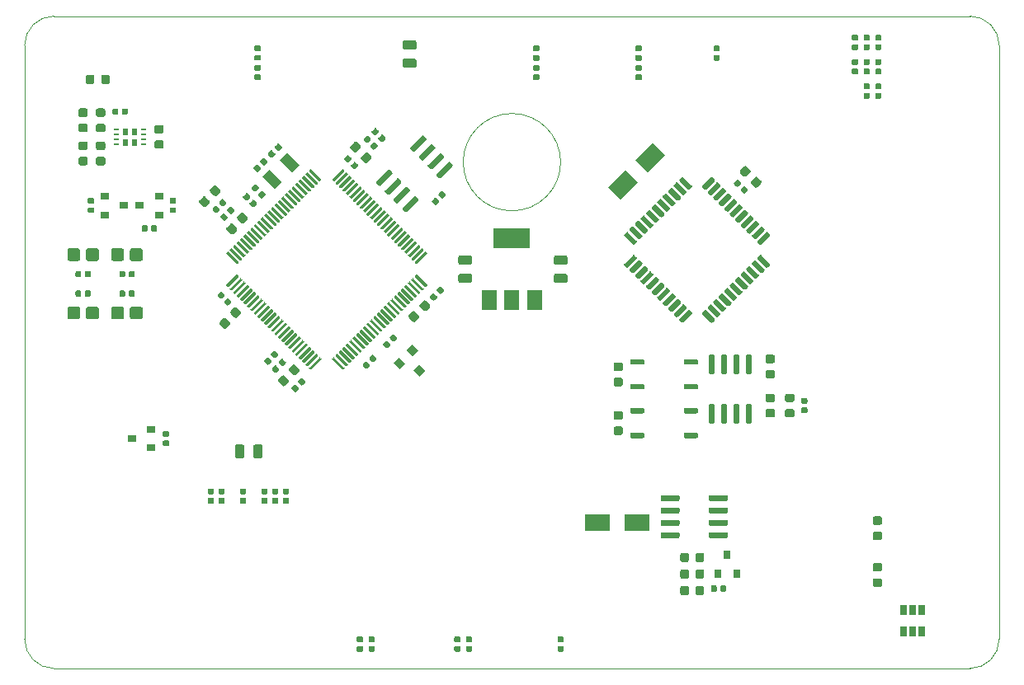
<source format=gtp>
G04 #@! TF.GenerationSoftware,KiCad,Pcbnew,5.1.5-52549c5~84~ubuntu16.04.1*
G04 #@! TF.CreationDate,2020-03-07T11:14:35+01:00*
G04 #@! TF.ProjectId,EmergencyWake,456d6572-6765-46e6-9379-57616b652e6b,rev?*
G04 #@! TF.SameCoordinates,PX5f5e100PY5f5e100*
G04 #@! TF.FileFunction,Paste,Top*
G04 #@! TF.FilePolarity,Positive*
%FSLAX46Y46*%
G04 Gerber Fmt 4.6, Leading zero omitted, Abs format (unit mm)*
G04 Created by KiCad (PCBNEW 5.1.5-52549c5~84~ubuntu16.04.1) date 2020-03-07 11:14:35*
%MOMM*%
%LPD*%
G04 APERTURE LIST*
%ADD10C,0.050000*%
%ADD11C,0.150000*%
%ADD12R,0.900000X0.800000*%
%ADD13R,0.650000X1.060000*%
%ADD14R,0.600000X0.250000*%
%ADD15R,0.600000X0.800000*%
%ADD16R,1.500000X2.000000*%
%ADD17R,3.800000X2.000000*%
%ADD18R,2.500000X1.800000*%
%ADD19R,0.800000X0.900000*%
G04 APERTURE END LIST*
D10*
X55000000Y-15000000D02*
G75*
G03X55000000Y-15000000I-5000000J0D01*
G01*
X3000000Y-67000000D02*
G75*
G02X0Y-64000000I0J3000000D01*
G01*
X100000000Y-64000000D02*
G75*
G02X97000000Y-67000000I-3000000J0D01*
G01*
X97000000Y0D02*
G75*
G02X100000000Y-3000000I0J-3000000D01*
G01*
X0Y-3000000D02*
G75*
G02X3000000Y0I3000000J0D01*
G01*
X0Y-64000000D02*
X0Y-3000000D01*
X97000000Y-67000000D02*
X3000000Y-67000000D01*
X100000000Y-3000000D02*
X100000000Y-64000000D01*
X3000000Y0D02*
X97000000Y0D01*
D11*
G36*
X24205142Y-44001174D02*
G01*
X24228803Y-44004684D01*
X24252007Y-44010496D01*
X24274529Y-44018554D01*
X24296153Y-44028782D01*
X24316670Y-44041079D01*
X24335883Y-44055329D01*
X24353607Y-44071393D01*
X24369671Y-44089117D01*
X24383921Y-44108330D01*
X24396218Y-44128847D01*
X24406446Y-44150471D01*
X24414504Y-44172993D01*
X24420316Y-44196197D01*
X24423826Y-44219858D01*
X24425000Y-44243750D01*
X24425000Y-45156250D01*
X24423826Y-45180142D01*
X24420316Y-45203803D01*
X24414504Y-45227007D01*
X24406446Y-45249529D01*
X24396218Y-45271153D01*
X24383921Y-45291670D01*
X24369671Y-45310883D01*
X24353607Y-45328607D01*
X24335883Y-45344671D01*
X24316670Y-45358921D01*
X24296153Y-45371218D01*
X24274529Y-45381446D01*
X24252007Y-45389504D01*
X24228803Y-45395316D01*
X24205142Y-45398826D01*
X24181250Y-45400000D01*
X23693750Y-45400000D01*
X23669858Y-45398826D01*
X23646197Y-45395316D01*
X23622993Y-45389504D01*
X23600471Y-45381446D01*
X23578847Y-45371218D01*
X23558330Y-45358921D01*
X23539117Y-45344671D01*
X23521393Y-45328607D01*
X23505329Y-45310883D01*
X23491079Y-45291670D01*
X23478782Y-45271153D01*
X23468554Y-45249529D01*
X23460496Y-45227007D01*
X23454684Y-45203803D01*
X23451174Y-45180142D01*
X23450000Y-45156250D01*
X23450000Y-44243750D01*
X23451174Y-44219858D01*
X23454684Y-44196197D01*
X23460496Y-44172993D01*
X23468554Y-44150471D01*
X23478782Y-44128847D01*
X23491079Y-44108330D01*
X23505329Y-44089117D01*
X23521393Y-44071393D01*
X23539117Y-44055329D01*
X23558330Y-44041079D01*
X23578847Y-44028782D01*
X23600471Y-44018554D01*
X23622993Y-44010496D01*
X23646197Y-44004684D01*
X23669858Y-44001174D01*
X23693750Y-44000000D01*
X24181250Y-44000000D01*
X24205142Y-44001174D01*
G37*
G36*
X22330142Y-44001174D02*
G01*
X22353803Y-44004684D01*
X22377007Y-44010496D01*
X22399529Y-44018554D01*
X22421153Y-44028782D01*
X22441670Y-44041079D01*
X22460883Y-44055329D01*
X22478607Y-44071393D01*
X22494671Y-44089117D01*
X22508921Y-44108330D01*
X22521218Y-44128847D01*
X22531446Y-44150471D01*
X22539504Y-44172993D01*
X22545316Y-44196197D01*
X22548826Y-44219858D01*
X22550000Y-44243750D01*
X22550000Y-45156250D01*
X22548826Y-45180142D01*
X22545316Y-45203803D01*
X22539504Y-45227007D01*
X22531446Y-45249529D01*
X22521218Y-45271153D01*
X22508921Y-45291670D01*
X22494671Y-45310883D01*
X22478607Y-45328607D01*
X22460883Y-45344671D01*
X22441670Y-45358921D01*
X22421153Y-45371218D01*
X22399529Y-45381446D01*
X22377007Y-45389504D01*
X22353803Y-45395316D01*
X22330142Y-45398826D01*
X22306250Y-45400000D01*
X21818750Y-45400000D01*
X21794858Y-45398826D01*
X21771197Y-45395316D01*
X21747993Y-45389504D01*
X21725471Y-45381446D01*
X21703847Y-45371218D01*
X21683330Y-45358921D01*
X21664117Y-45344671D01*
X21646393Y-45328607D01*
X21630329Y-45310883D01*
X21616079Y-45291670D01*
X21603782Y-45271153D01*
X21593554Y-45249529D01*
X21585496Y-45227007D01*
X21579684Y-45203803D01*
X21576174Y-45180142D01*
X21575000Y-45156250D01*
X21575000Y-44243750D01*
X21576174Y-44219858D01*
X21579684Y-44196197D01*
X21585496Y-44172993D01*
X21593554Y-44150471D01*
X21603782Y-44128847D01*
X21616079Y-44108330D01*
X21630329Y-44089117D01*
X21646393Y-44071393D01*
X21664117Y-44055329D01*
X21683330Y-44041079D01*
X21703847Y-44028782D01*
X21725471Y-44018554D01*
X21747993Y-44010496D01*
X21771197Y-44004684D01*
X21794858Y-44001174D01*
X21818750Y-44000000D01*
X22306250Y-44000000D01*
X22330142Y-44001174D01*
G37*
G36*
X55480142Y-26451174D02*
G01*
X55503803Y-26454684D01*
X55527007Y-26460496D01*
X55549529Y-26468554D01*
X55571153Y-26478782D01*
X55591670Y-26491079D01*
X55610883Y-26505329D01*
X55628607Y-26521393D01*
X55644671Y-26539117D01*
X55658921Y-26558330D01*
X55671218Y-26578847D01*
X55681446Y-26600471D01*
X55689504Y-26622993D01*
X55695316Y-26646197D01*
X55698826Y-26669858D01*
X55700000Y-26693750D01*
X55700000Y-27181250D01*
X55698826Y-27205142D01*
X55695316Y-27228803D01*
X55689504Y-27252007D01*
X55681446Y-27274529D01*
X55671218Y-27296153D01*
X55658921Y-27316670D01*
X55644671Y-27335883D01*
X55628607Y-27353607D01*
X55610883Y-27369671D01*
X55591670Y-27383921D01*
X55571153Y-27396218D01*
X55549529Y-27406446D01*
X55527007Y-27414504D01*
X55503803Y-27420316D01*
X55480142Y-27423826D01*
X55456250Y-27425000D01*
X54543750Y-27425000D01*
X54519858Y-27423826D01*
X54496197Y-27420316D01*
X54472993Y-27414504D01*
X54450471Y-27406446D01*
X54428847Y-27396218D01*
X54408330Y-27383921D01*
X54389117Y-27369671D01*
X54371393Y-27353607D01*
X54355329Y-27335883D01*
X54341079Y-27316670D01*
X54328782Y-27296153D01*
X54318554Y-27274529D01*
X54310496Y-27252007D01*
X54304684Y-27228803D01*
X54301174Y-27205142D01*
X54300000Y-27181250D01*
X54300000Y-26693750D01*
X54301174Y-26669858D01*
X54304684Y-26646197D01*
X54310496Y-26622993D01*
X54318554Y-26600471D01*
X54328782Y-26578847D01*
X54341079Y-26558330D01*
X54355329Y-26539117D01*
X54371393Y-26521393D01*
X54389117Y-26505329D01*
X54408330Y-26491079D01*
X54428847Y-26478782D01*
X54450471Y-26468554D01*
X54472993Y-26460496D01*
X54496197Y-26454684D01*
X54519858Y-26451174D01*
X54543750Y-26450000D01*
X55456250Y-26450000D01*
X55480142Y-26451174D01*
G37*
G36*
X55480142Y-24576174D02*
G01*
X55503803Y-24579684D01*
X55527007Y-24585496D01*
X55549529Y-24593554D01*
X55571153Y-24603782D01*
X55591670Y-24616079D01*
X55610883Y-24630329D01*
X55628607Y-24646393D01*
X55644671Y-24664117D01*
X55658921Y-24683330D01*
X55671218Y-24703847D01*
X55681446Y-24725471D01*
X55689504Y-24747993D01*
X55695316Y-24771197D01*
X55698826Y-24794858D01*
X55700000Y-24818750D01*
X55700000Y-25306250D01*
X55698826Y-25330142D01*
X55695316Y-25353803D01*
X55689504Y-25377007D01*
X55681446Y-25399529D01*
X55671218Y-25421153D01*
X55658921Y-25441670D01*
X55644671Y-25460883D01*
X55628607Y-25478607D01*
X55610883Y-25494671D01*
X55591670Y-25508921D01*
X55571153Y-25521218D01*
X55549529Y-25531446D01*
X55527007Y-25539504D01*
X55503803Y-25545316D01*
X55480142Y-25548826D01*
X55456250Y-25550000D01*
X54543750Y-25550000D01*
X54519858Y-25548826D01*
X54496197Y-25545316D01*
X54472993Y-25539504D01*
X54450471Y-25531446D01*
X54428847Y-25521218D01*
X54408330Y-25508921D01*
X54389117Y-25494671D01*
X54371393Y-25478607D01*
X54355329Y-25460883D01*
X54341079Y-25441670D01*
X54328782Y-25421153D01*
X54318554Y-25399529D01*
X54310496Y-25377007D01*
X54304684Y-25353803D01*
X54301174Y-25330142D01*
X54300000Y-25306250D01*
X54300000Y-24818750D01*
X54301174Y-24794858D01*
X54304684Y-24771197D01*
X54310496Y-24747993D01*
X54318554Y-24725471D01*
X54328782Y-24703847D01*
X54341079Y-24683330D01*
X54355329Y-24664117D01*
X54371393Y-24646393D01*
X54389117Y-24630329D01*
X54408330Y-24616079D01*
X54428847Y-24603782D01*
X54450471Y-24593554D01*
X54472993Y-24585496D01*
X54496197Y-24579684D01*
X54519858Y-24576174D01*
X54543750Y-24575000D01*
X55456250Y-24575000D01*
X55480142Y-24576174D01*
G37*
G36*
X12476958Y-21480710D02*
G01*
X12491276Y-21482834D01*
X12505317Y-21486351D01*
X12518946Y-21491228D01*
X12532031Y-21497417D01*
X12544447Y-21504858D01*
X12556073Y-21513481D01*
X12566798Y-21523202D01*
X12576519Y-21533927D01*
X12585142Y-21545553D01*
X12592583Y-21557969D01*
X12598772Y-21571054D01*
X12603649Y-21584683D01*
X12607166Y-21598724D01*
X12609290Y-21613042D01*
X12610000Y-21627500D01*
X12610000Y-21972500D01*
X12609290Y-21986958D01*
X12607166Y-22001276D01*
X12603649Y-22015317D01*
X12598772Y-22028946D01*
X12592583Y-22042031D01*
X12585142Y-22054447D01*
X12576519Y-22066073D01*
X12566798Y-22076798D01*
X12556073Y-22086519D01*
X12544447Y-22095142D01*
X12532031Y-22102583D01*
X12518946Y-22108772D01*
X12505317Y-22113649D01*
X12491276Y-22117166D01*
X12476958Y-22119290D01*
X12462500Y-22120000D01*
X12167500Y-22120000D01*
X12153042Y-22119290D01*
X12138724Y-22117166D01*
X12124683Y-22113649D01*
X12111054Y-22108772D01*
X12097969Y-22102583D01*
X12085553Y-22095142D01*
X12073927Y-22086519D01*
X12063202Y-22076798D01*
X12053481Y-22066073D01*
X12044858Y-22054447D01*
X12037417Y-22042031D01*
X12031228Y-22028946D01*
X12026351Y-22015317D01*
X12022834Y-22001276D01*
X12020710Y-21986958D01*
X12020000Y-21972500D01*
X12020000Y-21627500D01*
X12020710Y-21613042D01*
X12022834Y-21598724D01*
X12026351Y-21584683D01*
X12031228Y-21571054D01*
X12037417Y-21557969D01*
X12044858Y-21545553D01*
X12053481Y-21533927D01*
X12063202Y-21523202D01*
X12073927Y-21513481D01*
X12085553Y-21504858D01*
X12097969Y-21497417D01*
X12111054Y-21491228D01*
X12124683Y-21486351D01*
X12138724Y-21482834D01*
X12153042Y-21480710D01*
X12167500Y-21480000D01*
X12462500Y-21480000D01*
X12476958Y-21480710D01*
G37*
G36*
X13446958Y-21480710D02*
G01*
X13461276Y-21482834D01*
X13475317Y-21486351D01*
X13488946Y-21491228D01*
X13502031Y-21497417D01*
X13514447Y-21504858D01*
X13526073Y-21513481D01*
X13536798Y-21523202D01*
X13546519Y-21533927D01*
X13555142Y-21545553D01*
X13562583Y-21557969D01*
X13568772Y-21571054D01*
X13573649Y-21584683D01*
X13577166Y-21598724D01*
X13579290Y-21613042D01*
X13580000Y-21627500D01*
X13580000Y-21972500D01*
X13579290Y-21986958D01*
X13577166Y-22001276D01*
X13573649Y-22015317D01*
X13568772Y-22028946D01*
X13562583Y-22042031D01*
X13555142Y-22054447D01*
X13546519Y-22066073D01*
X13536798Y-22076798D01*
X13526073Y-22086519D01*
X13514447Y-22095142D01*
X13502031Y-22102583D01*
X13488946Y-22108772D01*
X13475317Y-22113649D01*
X13461276Y-22117166D01*
X13446958Y-22119290D01*
X13432500Y-22120000D01*
X13137500Y-22120000D01*
X13123042Y-22119290D01*
X13108724Y-22117166D01*
X13094683Y-22113649D01*
X13081054Y-22108772D01*
X13067969Y-22102583D01*
X13055553Y-22095142D01*
X13043927Y-22086519D01*
X13033202Y-22076798D01*
X13023481Y-22066073D01*
X13014858Y-22054447D01*
X13007417Y-22042031D01*
X13001228Y-22028946D01*
X12996351Y-22015317D01*
X12992834Y-22001276D01*
X12990710Y-21986958D01*
X12990000Y-21972500D01*
X12990000Y-21627500D01*
X12990710Y-21613042D01*
X12992834Y-21598724D01*
X12996351Y-21584683D01*
X13001228Y-21571054D01*
X13007417Y-21557969D01*
X13014858Y-21545553D01*
X13023481Y-21533927D01*
X13033202Y-21523202D01*
X13043927Y-21513481D01*
X13055553Y-21504858D01*
X13067969Y-21497417D01*
X13081054Y-21491228D01*
X13094683Y-21486351D01*
X13108724Y-21482834D01*
X13123042Y-21480710D01*
X13137500Y-21480000D01*
X13432500Y-21480000D01*
X13446958Y-21480710D01*
G37*
G36*
X6986958Y-19640709D02*
G01*
X7001276Y-19642833D01*
X7015317Y-19646350D01*
X7028946Y-19651227D01*
X7042031Y-19657416D01*
X7054447Y-19664857D01*
X7066073Y-19673480D01*
X7076798Y-19683201D01*
X7086519Y-19693926D01*
X7095142Y-19705552D01*
X7102583Y-19717968D01*
X7108772Y-19731053D01*
X7113649Y-19744682D01*
X7117166Y-19758723D01*
X7119290Y-19773041D01*
X7120000Y-19787499D01*
X7120000Y-20082499D01*
X7119290Y-20096957D01*
X7117166Y-20111275D01*
X7113649Y-20125316D01*
X7108772Y-20138945D01*
X7102583Y-20152030D01*
X7095142Y-20164446D01*
X7086519Y-20176072D01*
X7076798Y-20186797D01*
X7066073Y-20196518D01*
X7054447Y-20205141D01*
X7042031Y-20212582D01*
X7028946Y-20218771D01*
X7015317Y-20223648D01*
X7001276Y-20227165D01*
X6986958Y-20229289D01*
X6972500Y-20229999D01*
X6627500Y-20229999D01*
X6613042Y-20229289D01*
X6598724Y-20227165D01*
X6584683Y-20223648D01*
X6571054Y-20218771D01*
X6557969Y-20212582D01*
X6545553Y-20205141D01*
X6533927Y-20196518D01*
X6523202Y-20186797D01*
X6513481Y-20176072D01*
X6504858Y-20164446D01*
X6497417Y-20152030D01*
X6491228Y-20138945D01*
X6486351Y-20125316D01*
X6482834Y-20111275D01*
X6480710Y-20096957D01*
X6480000Y-20082499D01*
X6480000Y-19787499D01*
X6480710Y-19773041D01*
X6482834Y-19758723D01*
X6486351Y-19744682D01*
X6491228Y-19731053D01*
X6497417Y-19717968D01*
X6504858Y-19705552D01*
X6513481Y-19693926D01*
X6523202Y-19683201D01*
X6533927Y-19673480D01*
X6545553Y-19664857D01*
X6557969Y-19657416D01*
X6571054Y-19651227D01*
X6584683Y-19646350D01*
X6598724Y-19642833D01*
X6613042Y-19640709D01*
X6627500Y-19639999D01*
X6972500Y-19639999D01*
X6986958Y-19640709D01*
G37*
G36*
X6986958Y-18670709D02*
G01*
X7001276Y-18672833D01*
X7015317Y-18676350D01*
X7028946Y-18681227D01*
X7042031Y-18687416D01*
X7054447Y-18694857D01*
X7066073Y-18703480D01*
X7076798Y-18713201D01*
X7086519Y-18723926D01*
X7095142Y-18735552D01*
X7102583Y-18747968D01*
X7108772Y-18761053D01*
X7113649Y-18774682D01*
X7117166Y-18788723D01*
X7119290Y-18803041D01*
X7120000Y-18817499D01*
X7120000Y-19112499D01*
X7119290Y-19126957D01*
X7117166Y-19141275D01*
X7113649Y-19155316D01*
X7108772Y-19168945D01*
X7102583Y-19182030D01*
X7095142Y-19194446D01*
X7086519Y-19206072D01*
X7076798Y-19216797D01*
X7066073Y-19226518D01*
X7054447Y-19235141D01*
X7042031Y-19242582D01*
X7028946Y-19248771D01*
X7015317Y-19253648D01*
X7001276Y-19257165D01*
X6986958Y-19259289D01*
X6972500Y-19259999D01*
X6627500Y-19259999D01*
X6613042Y-19259289D01*
X6598724Y-19257165D01*
X6584683Y-19253648D01*
X6571054Y-19248771D01*
X6557969Y-19242582D01*
X6545553Y-19235141D01*
X6533927Y-19226518D01*
X6523202Y-19216797D01*
X6513481Y-19206072D01*
X6504858Y-19194446D01*
X6497417Y-19182030D01*
X6491228Y-19168945D01*
X6486351Y-19155316D01*
X6482834Y-19141275D01*
X6480710Y-19126957D01*
X6480000Y-19112499D01*
X6480000Y-18817499D01*
X6480710Y-18803041D01*
X6482834Y-18788723D01*
X6486351Y-18774682D01*
X6491228Y-18761053D01*
X6497417Y-18747968D01*
X6504858Y-18735552D01*
X6513481Y-18723926D01*
X6523202Y-18713201D01*
X6533927Y-18703480D01*
X6545553Y-18694857D01*
X6557969Y-18687416D01*
X6571054Y-18681227D01*
X6584683Y-18676350D01*
X6598724Y-18672833D01*
X6613042Y-18670709D01*
X6627500Y-18669999D01*
X6972500Y-18669999D01*
X6986958Y-18670709D01*
G37*
G36*
X15386958Y-18670709D02*
G01*
X15401276Y-18672833D01*
X15415317Y-18676350D01*
X15428946Y-18681227D01*
X15442031Y-18687416D01*
X15454447Y-18694857D01*
X15466073Y-18703480D01*
X15476798Y-18713201D01*
X15486519Y-18723926D01*
X15495142Y-18735552D01*
X15502583Y-18747968D01*
X15508772Y-18761053D01*
X15513649Y-18774682D01*
X15517166Y-18788723D01*
X15519290Y-18803041D01*
X15520000Y-18817499D01*
X15520000Y-19112499D01*
X15519290Y-19126957D01*
X15517166Y-19141275D01*
X15513649Y-19155316D01*
X15508772Y-19168945D01*
X15502583Y-19182030D01*
X15495142Y-19194446D01*
X15486519Y-19206072D01*
X15476798Y-19216797D01*
X15466073Y-19226518D01*
X15454447Y-19235141D01*
X15442031Y-19242582D01*
X15428946Y-19248771D01*
X15415317Y-19253648D01*
X15401276Y-19257165D01*
X15386958Y-19259289D01*
X15372500Y-19259999D01*
X15027500Y-19259999D01*
X15013042Y-19259289D01*
X14998724Y-19257165D01*
X14984683Y-19253648D01*
X14971054Y-19248771D01*
X14957969Y-19242582D01*
X14945553Y-19235141D01*
X14933927Y-19226518D01*
X14923202Y-19216797D01*
X14913481Y-19206072D01*
X14904858Y-19194446D01*
X14897417Y-19182030D01*
X14891228Y-19168945D01*
X14886351Y-19155316D01*
X14882834Y-19141275D01*
X14880710Y-19126957D01*
X14880000Y-19112499D01*
X14880000Y-18817499D01*
X14880710Y-18803041D01*
X14882834Y-18788723D01*
X14886351Y-18774682D01*
X14891228Y-18761053D01*
X14897417Y-18747968D01*
X14904858Y-18735552D01*
X14913481Y-18723926D01*
X14923202Y-18713201D01*
X14933927Y-18703480D01*
X14945553Y-18694857D01*
X14957969Y-18687416D01*
X14971054Y-18681227D01*
X14984683Y-18676350D01*
X14998724Y-18672833D01*
X15013042Y-18670709D01*
X15027500Y-18669999D01*
X15372500Y-18669999D01*
X15386958Y-18670709D01*
G37*
G36*
X15386958Y-19640709D02*
G01*
X15401276Y-19642833D01*
X15415317Y-19646350D01*
X15428946Y-19651227D01*
X15442031Y-19657416D01*
X15454447Y-19664857D01*
X15466073Y-19673480D01*
X15476798Y-19683201D01*
X15486519Y-19693926D01*
X15495142Y-19705552D01*
X15502583Y-19717968D01*
X15508772Y-19731053D01*
X15513649Y-19744682D01*
X15517166Y-19758723D01*
X15519290Y-19773041D01*
X15520000Y-19787499D01*
X15520000Y-20082499D01*
X15519290Y-20096957D01*
X15517166Y-20111275D01*
X15513649Y-20125316D01*
X15508772Y-20138945D01*
X15502583Y-20152030D01*
X15495142Y-20164446D01*
X15486519Y-20176072D01*
X15476798Y-20186797D01*
X15466073Y-20196518D01*
X15454447Y-20205141D01*
X15442031Y-20212582D01*
X15428946Y-20218771D01*
X15415317Y-20223648D01*
X15401276Y-20227165D01*
X15386958Y-20229289D01*
X15372500Y-20229999D01*
X15027500Y-20229999D01*
X15013042Y-20229289D01*
X14998724Y-20227165D01*
X14984683Y-20223648D01*
X14971054Y-20218771D01*
X14957969Y-20212582D01*
X14945553Y-20205141D01*
X14933927Y-20196518D01*
X14923202Y-20186797D01*
X14913481Y-20176072D01*
X14904858Y-20164446D01*
X14897417Y-20152030D01*
X14891228Y-20138945D01*
X14886351Y-20125316D01*
X14882834Y-20111275D01*
X14880710Y-20096957D01*
X14880000Y-20082499D01*
X14880000Y-19787499D01*
X14880710Y-19773041D01*
X14882834Y-19758723D01*
X14886351Y-19744682D01*
X14891228Y-19731053D01*
X14897417Y-19717968D01*
X14904858Y-19705552D01*
X14913481Y-19693926D01*
X14923202Y-19683201D01*
X14933927Y-19673480D01*
X14945553Y-19664857D01*
X14957969Y-19657416D01*
X14971054Y-19651227D01*
X14984683Y-19646350D01*
X14998724Y-19642833D01*
X15013042Y-19640709D01*
X15027500Y-19639999D01*
X15372500Y-19639999D01*
X15386958Y-19640709D01*
G37*
D12*
X10200000Y-19450000D03*
X8200000Y-20400000D03*
X8200000Y-18500000D03*
X11800000Y-19450000D03*
X13800000Y-18500000D03*
X13800000Y-20400000D03*
D13*
X91100000Y-63200000D03*
X92050000Y-63200000D03*
X90150000Y-63200000D03*
X90150000Y-61000000D03*
X91100000Y-61000000D03*
X92050000Y-61000000D03*
D11*
G36*
X32651374Y-15689991D02*
G01*
X32658655Y-15691071D01*
X32665794Y-15692859D01*
X32672724Y-15695339D01*
X32679378Y-15698486D01*
X32685691Y-15702270D01*
X32691602Y-15706654D01*
X32697056Y-15711597D01*
X32803122Y-15817663D01*
X32808065Y-15823117D01*
X32812449Y-15829028D01*
X32816233Y-15835341D01*
X32819380Y-15841995D01*
X32821860Y-15848925D01*
X32823648Y-15856064D01*
X32824728Y-15863345D01*
X32825089Y-15870696D01*
X32824728Y-15878047D01*
X32823648Y-15885328D01*
X32821860Y-15892467D01*
X32819380Y-15899397D01*
X32816233Y-15906051D01*
X32812449Y-15912364D01*
X32808065Y-15918275D01*
X32803122Y-15923729D01*
X31777818Y-16949033D01*
X31772364Y-16953976D01*
X31766453Y-16958360D01*
X31760140Y-16962144D01*
X31753486Y-16965291D01*
X31746556Y-16967771D01*
X31739417Y-16969559D01*
X31732136Y-16970639D01*
X31724785Y-16971000D01*
X31717434Y-16970639D01*
X31710153Y-16969559D01*
X31703014Y-16967771D01*
X31696084Y-16965291D01*
X31689430Y-16962144D01*
X31683117Y-16958360D01*
X31677206Y-16953976D01*
X31671752Y-16949033D01*
X31565686Y-16842967D01*
X31560743Y-16837513D01*
X31556359Y-16831602D01*
X31552575Y-16825289D01*
X31549428Y-16818635D01*
X31546948Y-16811705D01*
X31545160Y-16804566D01*
X31544080Y-16797285D01*
X31543719Y-16789934D01*
X31544080Y-16782583D01*
X31545160Y-16775302D01*
X31546948Y-16768163D01*
X31549428Y-16761233D01*
X31552575Y-16754579D01*
X31556359Y-16748266D01*
X31560743Y-16742355D01*
X31565686Y-16736901D01*
X32590990Y-15711597D01*
X32596444Y-15706654D01*
X32602355Y-15702270D01*
X32608668Y-15698486D01*
X32615322Y-15695339D01*
X32622252Y-15692859D01*
X32629391Y-15691071D01*
X32636672Y-15689991D01*
X32644023Y-15689630D01*
X32651374Y-15689991D01*
G37*
G36*
X33004927Y-16043544D02*
G01*
X33012208Y-16044624D01*
X33019347Y-16046412D01*
X33026277Y-16048892D01*
X33032931Y-16052039D01*
X33039244Y-16055823D01*
X33045155Y-16060207D01*
X33050609Y-16065150D01*
X33156675Y-16171216D01*
X33161618Y-16176670D01*
X33166002Y-16182581D01*
X33169786Y-16188894D01*
X33172933Y-16195548D01*
X33175413Y-16202478D01*
X33177201Y-16209617D01*
X33178281Y-16216898D01*
X33178642Y-16224249D01*
X33178281Y-16231600D01*
X33177201Y-16238881D01*
X33175413Y-16246020D01*
X33172933Y-16252950D01*
X33169786Y-16259604D01*
X33166002Y-16265917D01*
X33161618Y-16271828D01*
X33156675Y-16277282D01*
X32131371Y-17302586D01*
X32125917Y-17307529D01*
X32120006Y-17311913D01*
X32113693Y-17315697D01*
X32107039Y-17318844D01*
X32100109Y-17321324D01*
X32092970Y-17323112D01*
X32085689Y-17324192D01*
X32078338Y-17324553D01*
X32070987Y-17324192D01*
X32063706Y-17323112D01*
X32056567Y-17321324D01*
X32049637Y-17318844D01*
X32042983Y-17315697D01*
X32036670Y-17311913D01*
X32030759Y-17307529D01*
X32025305Y-17302586D01*
X31919239Y-17196520D01*
X31914296Y-17191066D01*
X31909912Y-17185155D01*
X31906128Y-17178842D01*
X31902981Y-17172188D01*
X31900501Y-17165258D01*
X31898713Y-17158119D01*
X31897633Y-17150838D01*
X31897272Y-17143487D01*
X31897633Y-17136136D01*
X31898713Y-17128855D01*
X31900501Y-17121716D01*
X31902981Y-17114786D01*
X31906128Y-17108132D01*
X31909912Y-17101819D01*
X31914296Y-17095908D01*
X31919239Y-17090454D01*
X32944543Y-16065150D01*
X32949997Y-16060207D01*
X32955908Y-16055823D01*
X32962221Y-16052039D01*
X32968875Y-16048892D01*
X32975805Y-16046412D01*
X32982944Y-16044624D01*
X32990225Y-16043544D01*
X32997576Y-16043183D01*
X33004927Y-16043544D01*
G37*
G36*
X33358481Y-16397098D02*
G01*
X33365762Y-16398178D01*
X33372901Y-16399966D01*
X33379831Y-16402446D01*
X33386485Y-16405593D01*
X33392798Y-16409377D01*
X33398709Y-16413761D01*
X33404163Y-16418704D01*
X33510229Y-16524770D01*
X33515172Y-16530224D01*
X33519556Y-16536135D01*
X33523340Y-16542448D01*
X33526487Y-16549102D01*
X33528967Y-16556032D01*
X33530755Y-16563171D01*
X33531835Y-16570452D01*
X33532196Y-16577803D01*
X33531835Y-16585154D01*
X33530755Y-16592435D01*
X33528967Y-16599574D01*
X33526487Y-16606504D01*
X33523340Y-16613158D01*
X33519556Y-16619471D01*
X33515172Y-16625382D01*
X33510229Y-16630836D01*
X32484925Y-17656140D01*
X32479471Y-17661083D01*
X32473560Y-17665467D01*
X32467247Y-17669251D01*
X32460593Y-17672398D01*
X32453663Y-17674878D01*
X32446524Y-17676666D01*
X32439243Y-17677746D01*
X32431892Y-17678107D01*
X32424541Y-17677746D01*
X32417260Y-17676666D01*
X32410121Y-17674878D01*
X32403191Y-17672398D01*
X32396537Y-17669251D01*
X32390224Y-17665467D01*
X32384313Y-17661083D01*
X32378859Y-17656140D01*
X32272793Y-17550074D01*
X32267850Y-17544620D01*
X32263466Y-17538709D01*
X32259682Y-17532396D01*
X32256535Y-17525742D01*
X32254055Y-17518812D01*
X32252267Y-17511673D01*
X32251187Y-17504392D01*
X32250826Y-17497041D01*
X32251187Y-17489690D01*
X32252267Y-17482409D01*
X32254055Y-17475270D01*
X32256535Y-17468340D01*
X32259682Y-17461686D01*
X32263466Y-17455373D01*
X32267850Y-17449462D01*
X32272793Y-17444008D01*
X33298097Y-16418704D01*
X33303551Y-16413761D01*
X33309462Y-16409377D01*
X33315775Y-16405593D01*
X33322429Y-16402446D01*
X33329359Y-16399966D01*
X33336498Y-16398178D01*
X33343779Y-16397098D01*
X33351130Y-16396737D01*
X33358481Y-16397098D01*
G37*
G36*
X33712034Y-16750651D02*
G01*
X33719315Y-16751731D01*
X33726454Y-16753519D01*
X33733384Y-16755999D01*
X33740038Y-16759146D01*
X33746351Y-16762930D01*
X33752262Y-16767314D01*
X33757716Y-16772257D01*
X33863782Y-16878323D01*
X33868725Y-16883777D01*
X33873109Y-16889688D01*
X33876893Y-16896001D01*
X33880040Y-16902655D01*
X33882520Y-16909585D01*
X33884308Y-16916724D01*
X33885388Y-16924005D01*
X33885749Y-16931356D01*
X33885388Y-16938707D01*
X33884308Y-16945988D01*
X33882520Y-16953127D01*
X33880040Y-16960057D01*
X33876893Y-16966711D01*
X33873109Y-16973024D01*
X33868725Y-16978935D01*
X33863782Y-16984389D01*
X32838478Y-18009693D01*
X32833024Y-18014636D01*
X32827113Y-18019020D01*
X32820800Y-18022804D01*
X32814146Y-18025951D01*
X32807216Y-18028431D01*
X32800077Y-18030219D01*
X32792796Y-18031299D01*
X32785445Y-18031660D01*
X32778094Y-18031299D01*
X32770813Y-18030219D01*
X32763674Y-18028431D01*
X32756744Y-18025951D01*
X32750090Y-18022804D01*
X32743777Y-18019020D01*
X32737866Y-18014636D01*
X32732412Y-18009693D01*
X32626346Y-17903627D01*
X32621403Y-17898173D01*
X32617019Y-17892262D01*
X32613235Y-17885949D01*
X32610088Y-17879295D01*
X32607608Y-17872365D01*
X32605820Y-17865226D01*
X32604740Y-17857945D01*
X32604379Y-17850594D01*
X32604740Y-17843243D01*
X32605820Y-17835962D01*
X32607608Y-17828823D01*
X32610088Y-17821893D01*
X32613235Y-17815239D01*
X32617019Y-17808926D01*
X32621403Y-17803015D01*
X32626346Y-17797561D01*
X33651650Y-16772257D01*
X33657104Y-16767314D01*
X33663015Y-16762930D01*
X33669328Y-16759146D01*
X33675982Y-16755999D01*
X33682912Y-16753519D01*
X33690051Y-16751731D01*
X33697332Y-16750651D01*
X33704683Y-16750290D01*
X33712034Y-16750651D01*
G37*
G36*
X34065587Y-17104204D02*
G01*
X34072868Y-17105284D01*
X34080007Y-17107072D01*
X34086937Y-17109552D01*
X34093591Y-17112699D01*
X34099904Y-17116483D01*
X34105815Y-17120867D01*
X34111269Y-17125810D01*
X34217335Y-17231876D01*
X34222278Y-17237330D01*
X34226662Y-17243241D01*
X34230446Y-17249554D01*
X34233593Y-17256208D01*
X34236073Y-17263138D01*
X34237861Y-17270277D01*
X34238941Y-17277558D01*
X34239302Y-17284909D01*
X34238941Y-17292260D01*
X34237861Y-17299541D01*
X34236073Y-17306680D01*
X34233593Y-17313610D01*
X34230446Y-17320264D01*
X34226662Y-17326577D01*
X34222278Y-17332488D01*
X34217335Y-17337942D01*
X33192031Y-18363246D01*
X33186577Y-18368189D01*
X33180666Y-18372573D01*
X33174353Y-18376357D01*
X33167699Y-18379504D01*
X33160769Y-18381984D01*
X33153630Y-18383772D01*
X33146349Y-18384852D01*
X33138998Y-18385213D01*
X33131647Y-18384852D01*
X33124366Y-18383772D01*
X33117227Y-18381984D01*
X33110297Y-18379504D01*
X33103643Y-18376357D01*
X33097330Y-18372573D01*
X33091419Y-18368189D01*
X33085965Y-18363246D01*
X32979899Y-18257180D01*
X32974956Y-18251726D01*
X32970572Y-18245815D01*
X32966788Y-18239502D01*
X32963641Y-18232848D01*
X32961161Y-18225918D01*
X32959373Y-18218779D01*
X32958293Y-18211498D01*
X32957932Y-18204147D01*
X32958293Y-18196796D01*
X32959373Y-18189515D01*
X32961161Y-18182376D01*
X32963641Y-18175446D01*
X32966788Y-18168792D01*
X32970572Y-18162479D01*
X32974956Y-18156568D01*
X32979899Y-18151114D01*
X34005203Y-17125810D01*
X34010657Y-17120867D01*
X34016568Y-17116483D01*
X34022881Y-17112699D01*
X34029535Y-17109552D01*
X34036465Y-17107072D01*
X34043604Y-17105284D01*
X34050885Y-17104204D01*
X34058236Y-17103843D01*
X34065587Y-17104204D01*
G37*
G36*
X34419141Y-17457758D02*
G01*
X34426422Y-17458838D01*
X34433561Y-17460626D01*
X34440491Y-17463106D01*
X34447145Y-17466253D01*
X34453458Y-17470037D01*
X34459369Y-17474421D01*
X34464823Y-17479364D01*
X34570889Y-17585430D01*
X34575832Y-17590884D01*
X34580216Y-17596795D01*
X34584000Y-17603108D01*
X34587147Y-17609762D01*
X34589627Y-17616692D01*
X34591415Y-17623831D01*
X34592495Y-17631112D01*
X34592856Y-17638463D01*
X34592495Y-17645814D01*
X34591415Y-17653095D01*
X34589627Y-17660234D01*
X34587147Y-17667164D01*
X34584000Y-17673818D01*
X34580216Y-17680131D01*
X34575832Y-17686042D01*
X34570889Y-17691496D01*
X33545585Y-18716800D01*
X33540131Y-18721743D01*
X33534220Y-18726127D01*
X33527907Y-18729911D01*
X33521253Y-18733058D01*
X33514323Y-18735538D01*
X33507184Y-18737326D01*
X33499903Y-18738406D01*
X33492552Y-18738767D01*
X33485201Y-18738406D01*
X33477920Y-18737326D01*
X33470781Y-18735538D01*
X33463851Y-18733058D01*
X33457197Y-18729911D01*
X33450884Y-18726127D01*
X33444973Y-18721743D01*
X33439519Y-18716800D01*
X33333453Y-18610734D01*
X33328510Y-18605280D01*
X33324126Y-18599369D01*
X33320342Y-18593056D01*
X33317195Y-18586402D01*
X33314715Y-18579472D01*
X33312927Y-18572333D01*
X33311847Y-18565052D01*
X33311486Y-18557701D01*
X33311847Y-18550350D01*
X33312927Y-18543069D01*
X33314715Y-18535930D01*
X33317195Y-18529000D01*
X33320342Y-18522346D01*
X33324126Y-18516033D01*
X33328510Y-18510122D01*
X33333453Y-18504668D01*
X34358757Y-17479364D01*
X34364211Y-17474421D01*
X34370122Y-17470037D01*
X34376435Y-17466253D01*
X34383089Y-17463106D01*
X34390019Y-17460626D01*
X34397158Y-17458838D01*
X34404439Y-17457758D01*
X34411790Y-17457397D01*
X34419141Y-17457758D01*
G37*
G36*
X34772694Y-17811311D02*
G01*
X34779975Y-17812391D01*
X34787114Y-17814179D01*
X34794044Y-17816659D01*
X34800698Y-17819806D01*
X34807011Y-17823590D01*
X34812922Y-17827974D01*
X34818376Y-17832917D01*
X34924442Y-17938983D01*
X34929385Y-17944437D01*
X34933769Y-17950348D01*
X34937553Y-17956661D01*
X34940700Y-17963315D01*
X34943180Y-17970245D01*
X34944968Y-17977384D01*
X34946048Y-17984665D01*
X34946409Y-17992016D01*
X34946048Y-17999367D01*
X34944968Y-18006648D01*
X34943180Y-18013787D01*
X34940700Y-18020717D01*
X34937553Y-18027371D01*
X34933769Y-18033684D01*
X34929385Y-18039595D01*
X34924442Y-18045049D01*
X33899138Y-19070353D01*
X33893684Y-19075296D01*
X33887773Y-19079680D01*
X33881460Y-19083464D01*
X33874806Y-19086611D01*
X33867876Y-19089091D01*
X33860737Y-19090879D01*
X33853456Y-19091959D01*
X33846105Y-19092320D01*
X33838754Y-19091959D01*
X33831473Y-19090879D01*
X33824334Y-19089091D01*
X33817404Y-19086611D01*
X33810750Y-19083464D01*
X33804437Y-19079680D01*
X33798526Y-19075296D01*
X33793072Y-19070353D01*
X33687006Y-18964287D01*
X33682063Y-18958833D01*
X33677679Y-18952922D01*
X33673895Y-18946609D01*
X33670748Y-18939955D01*
X33668268Y-18933025D01*
X33666480Y-18925886D01*
X33665400Y-18918605D01*
X33665039Y-18911254D01*
X33665400Y-18903903D01*
X33666480Y-18896622D01*
X33668268Y-18889483D01*
X33670748Y-18882553D01*
X33673895Y-18875899D01*
X33677679Y-18869586D01*
X33682063Y-18863675D01*
X33687006Y-18858221D01*
X34712310Y-17832917D01*
X34717764Y-17827974D01*
X34723675Y-17823590D01*
X34729988Y-17819806D01*
X34736642Y-17816659D01*
X34743572Y-17814179D01*
X34750711Y-17812391D01*
X34757992Y-17811311D01*
X34765343Y-17810950D01*
X34772694Y-17811311D01*
G37*
G36*
X35126248Y-18164865D02*
G01*
X35133529Y-18165945D01*
X35140668Y-18167733D01*
X35147598Y-18170213D01*
X35154252Y-18173360D01*
X35160565Y-18177144D01*
X35166476Y-18181528D01*
X35171930Y-18186471D01*
X35277996Y-18292537D01*
X35282939Y-18297991D01*
X35287323Y-18303902D01*
X35291107Y-18310215D01*
X35294254Y-18316869D01*
X35296734Y-18323799D01*
X35298522Y-18330938D01*
X35299602Y-18338219D01*
X35299963Y-18345570D01*
X35299602Y-18352921D01*
X35298522Y-18360202D01*
X35296734Y-18367341D01*
X35294254Y-18374271D01*
X35291107Y-18380925D01*
X35287323Y-18387238D01*
X35282939Y-18393149D01*
X35277996Y-18398603D01*
X34252692Y-19423907D01*
X34247238Y-19428850D01*
X34241327Y-19433234D01*
X34235014Y-19437018D01*
X34228360Y-19440165D01*
X34221430Y-19442645D01*
X34214291Y-19444433D01*
X34207010Y-19445513D01*
X34199659Y-19445874D01*
X34192308Y-19445513D01*
X34185027Y-19444433D01*
X34177888Y-19442645D01*
X34170958Y-19440165D01*
X34164304Y-19437018D01*
X34157991Y-19433234D01*
X34152080Y-19428850D01*
X34146626Y-19423907D01*
X34040560Y-19317841D01*
X34035617Y-19312387D01*
X34031233Y-19306476D01*
X34027449Y-19300163D01*
X34024302Y-19293509D01*
X34021822Y-19286579D01*
X34020034Y-19279440D01*
X34018954Y-19272159D01*
X34018593Y-19264808D01*
X34018954Y-19257457D01*
X34020034Y-19250176D01*
X34021822Y-19243037D01*
X34024302Y-19236107D01*
X34027449Y-19229453D01*
X34031233Y-19223140D01*
X34035617Y-19217229D01*
X34040560Y-19211775D01*
X35065864Y-18186471D01*
X35071318Y-18181528D01*
X35077229Y-18177144D01*
X35083542Y-18173360D01*
X35090196Y-18170213D01*
X35097126Y-18167733D01*
X35104265Y-18165945D01*
X35111546Y-18164865D01*
X35118897Y-18164504D01*
X35126248Y-18164865D01*
G37*
G36*
X35479801Y-18518418D02*
G01*
X35487082Y-18519498D01*
X35494221Y-18521286D01*
X35501151Y-18523766D01*
X35507805Y-18526913D01*
X35514118Y-18530697D01*
X35520029Y-18535081D01*
X35525483Y-18540024D01*
X35631549Y-18646090D01*
X35636492Y-18651544D01*
X35640876Y-18657455D01*
X35644660Y-18663768D01*
X35647807Y-18670422D01*
X35650287Y-18677352D01*
X35652075Y-18684491D01*
X35653155Y-18691772D01*
X35653516Y-18699123D01*
X35653155Y-18706474D01*
X35652075Y-18713755D01*
X35650287Y-18720894D01*
X35647807Y-18727824D01*
X35644660Y-18734478D01*
X35640876Y-18740791D01*
X35636492Y-18746702D01*
X35631549Y-18752156D01*
X34606245Y-19777460D01*
X34600791Y-19782403D01*
X34594880Y-19786787D01*
X34588567Y-19790571D01*
X34581913Y-19793718D01*
X34574983Y-19796198D01*
X34567844Y-19797986D01*
X34560563Y-19799066D01*
X34553212Y-19799427D01*
X34545861Y-19799066D01*
X34538580Y-19797986D01*
X34531441Y-19796198D01*
X34524511Y-19793718D01*
X34517857Y-19790571D01*
X34511544Y-19786787D01*
X34505633Y-19782403D01*
X34500179Y-19777460D01*
X34394113Y-19671394D01*
X34389170Y-19665940D01*
X34384786Y-19660029D01*
X34381002Y-19653716D01*
X34377855Y-19647062D01*
X34375375Y-19640132D01*
X34373587Y-19632993D01*
X34372507Y-19625712D01*
X34372146Y-19618361D01*
X34372507Y-19611010D01*
X34373587Y-19603729D01*
X34375375Y-19596590D01*
X34377855Y-19589660D01*
X34381002Y-19583006D01*
X34384786Y-19576693D01*
X34389170Y-19570782D01*
X34394113Y-19565328D01*
X35419417Y-18540024D01*
X35424871Y-18535081D01*
X35430782Y-18530697D01*
X35437095Y-18526913D01*
X35443749Y-18523766D01*
X35450679Y-18521286D01*
X35457818Y-18519498D01*
X35465099Y-18518418D01*
X35472450Y-18518057D01*
X35479801Y-18518418D01*
G37*
G36*
X35833354Y-18871971D02*
G01*
X35840635Y-18873051D01*
X35847774Y-18874839D01*
X35854704Y-18877319D01*
X35861358Y-18880466D01*
X35867671Y-18884250D01*
X35873582Y-18888634D01*
X35879036Y-18893577D01*
X35985102Y-18999643D01*
X35990045Y-19005097D01*
X35994429Y-19011008D01*
X35998213Y-19017321D01*
X36001360Y-19023975D01*
X36003840Y-19030905D01*
X36005628Y-19038044D01*
X36006708Y-19045325D01*
X36007069Y-19052676D01*
X36006708Y-19060027D01*
X36005628Y-19067308D01*
X36003840Y-19074447D01*
X36001360Y-19081377D01*
X35998213Y-19088031D01*
X35994429Y-19094344D01*
X35990045Y-19100255D01*
X35985102Y-19105709D01*
X34959798Y-20131013D01*
X34954344Y-20135956D01*
X34948433Y-20140340D01*
X34942120Y-20144124D01*
X34935466Y-20147271D01*
X34928536Y-20149751D01*
X34921397Y-20151539D01*
X34914116Y-20152619D01*
X34906765Y-20152980D01*
X34899414Y-20152619D01*
X34892133Y-20151539D01*
X34884994Y-20149751D01*
X34878064Y-20147271D01*
X34871410Y-20144124D01*
X34865097Y-20140340D01*
X34859186Y-20135956D01*
X34853732Y-20131013D01*
X34747666Y-20024947D01*
X34742723Y-20019493D01*
X34738339Y-20013582D01*
X34734555Y-20007269D01*
X34731408Y-20000615D01*
X34728928Y-19993685D01*
X34727140Y-19986546D01*
X34726060Y-19979265D01*
X34725699Y-19971914D01*
X34726060Y-19964563D01*
X34727140Y-19957282D01*
X34728928Y-19950143D01*
X34731408Y-19943213D01*
X34734555Y-19936559D01*
X34738339Y-19930246D01*
X34742723Y-19924335D01*
X34747666Y-19918881D01*
X35772970Y-18893577D01*
X35778424Y-18888634D01*
X35784335Y-18884250D01*
X35790648Y-18880466D01*
X35797302Y-18877319D01*
X35804232Y-18874839D01*
X35811371Y-18873051D01*
X35818652Y-18871971D01*
X35826003Y-18871610D01*
X35833354Y-18871971D01*
G37*
G36*
X36186908Y-19225525D02*
G01*
X36194189Y-19226605D01*
X36201328Y-19228393D01*
X36208258Y-19230873D01*
X36214912Y-19234020D01*
X36221225Y-19237804D01*
X36227136Y-19242188D01*
X36232590Y-19247131D01*
X36338656Y-19353197D01*
X36343599Y-19358651D01*
X36347983Y-19364562D01*
X36351767Y-19370875D01*
X36354914Y-19377529D01*
X36357394Y-19384459D01*
X36359182Y-19391598D01*
X36360262Y-19398879D01*
X36360623Y-19406230D01*
X36360262Y-19413581D01*
X36359182Y-19420862D01*
X36357394Y-19428001D01*
X36354914Y-19434931D01*
X36351767Y-19441585D01*
X36347983Y-19447898D01*
X36343599Y-19453809D01*
X36338656Y-19459263D01*
X35313352Y-20484567D01*
X35307898Y-20489510D01*
X35301987Y-20493894D01*
X35295674Y-20497678D01*
X35289020Y-20500825D01*
X35282090Y-20503305D01*
X35274951Y-20505093D01*
X35267670Y-20506173D01*
X35260319Y-20506534D01*
X35252968Y-20506173D01*
X35245687Y-20505093D01*
X35238548Y-20503305D01*
X35231618Y-20500825D01*
X35224964Y-20497678D01*
X35218651Y-20493894D01*
X35212740Y-20489510D01*
X35207286Y-20484567D01*
X35101220Y-20378501D01*
X35096277Y-20373047D01*
X35091893Y-20367136D01*
X35088109Y-20360823D01*
X35084962Y-20354169D01*
X35082482Y-20347239D01*
X35080694Y-20340100D01*
X35079614Y-20332819D01*
X35079253Y-20325468D01*
X35079614Y-20318117D01*
X35080694Y-20310836D01*
X35082482Y-20303697D01*
X35084962Y-20296767D01*
X35088109Y-20290113D01*
X35091893Y-20283800D01*
X35096277Y-20277889D01*
X35101220Y-20272435D01*
X36126524Y-19247131D01*
X36131978Y-19242188D01*
X36137889Y-19237804D01*
X36144202Y-19234020D01*
X36150856Y-19230873D01*
X36157786Y-19228393D01*
X36164925Y-19226605D01*
X36172206Y-19225525D01*
X36179557Y-19225164D01*
X36186908Y-19225525D01*
G37*
G36*
X36540461Y-19579078D02*
G01*
X36547742Y-19580158D01*
X36554881Y-19581946D01*
X36561811Y-19584426D01*
X36568465Y-19587573D01*
X36574778Y-19591357D01*
X36580689Y-19595741D01*
X36586143Y-19600684D01*
X36692209Y-19706750D01*
X36697152Y-19712204D01*
X36701536Y-19718115D01*
X36705320Y-19724428D01*
X36708467Y-19731082D01*
X36710947Y-19738012D01*
X36712735Y-19745151D01*
X36713815Y-19752432D01*
X36714176Y-19759783D01*
X36713815Y-19767134D01*
X36712735Y-19774415D01*
X36710947Y-19781554D01*
X36708467Y-19788484D01*
X36705320Y-19795138D01*
X36701536Y-19801451D01*
X36697152Y-19807362D01*
X36692209Y-19812816D01*
X35666905Y-20838120D01*
X35661451Y-20843063D01*
X35655540Y-20847447D01*
X35649227Y-20851231D01*
X35642573Y-20854378D01*
X35635643Y-20856858D01*
X35628504Y-20858646D01*
X35621223Y-20859726D01*
X35613872Y-20860087D01*
X35606521Y-20859726D01*
X35599240Y-20858646D01*
X35592101Y-20856858D01*
X35585171Y-20854378D01*
X35578517Y-20851231D01*
X35572204Y-20847447D01*
X35566293Y-20843063D01*
X35560839Y-20838120D01*
X35454773Y-20732054D01*
X35449830Y-20726600D01*
X35445446Y-20720689D01*
X35441662Y-20714376D01*
X35438515Y-20707722D01*
X35436035Y-20700792D01*
X35434247Y-20693653D01*
X35433167Y-20686372D01*
X35432806Y-20679021D01*
X35433167Y-20671670D01*
X35434247Y-20664389D01*
X35436035Y-20657250D01*
X35438515Y-20650320D01*
X35441662Y-20643666D01*
X35445446Y-20637353D01*
X35449830Y-20631442D01*
X35454773Y-20625988D01*
X36480077Y-19600684D01*
X36485531Y-19595741D01*
X36491442Y-19591357D01*
X36497755Y-19587573D01*
X36504409Y-19584426D01*
X36511339Y-19581946D01*
X36518478Y-19580158D01*
X36525759Y-19579078D01*
X36533110Y-19578717D01*
X36540461Y-19579078D01*
G37*
G36*
X36894015Y-19932631D02*
G01*
X36901296Y-19933711D01*
X36908435Y-19935499D01*
X36915365Y-19937979D01*
X36922019Y-19941126D01*
X36928332Y-19944910D01*
X36934243Y-19949294D01*
X36939697Y-19954237D01*
X37045763Y-20060303D01*
X37050706Y-20065757D01*
X37055090Y-20071668D01*
X37058874Y-20077981D01*
X37062021Y-20084635D01*
X37064501Y-20091565D01*
X37066289Y-20098704D01*
X37067369Y-20105985D01*
X37067730Y-20113336D01*
X37067369Y-20120687D01*
X37066289Y-20127968D01*
X37064501Y-20135107D01*
X37062021Y-20142037D01*
X37058874Y-20148691D01*
X37055090Y-20155004D01*
X37050706Y-20160915D01*
X37045763Y-20166369D01*
X36020459Y-21191673D01*
X36015005Y-21196616D01*
X36009094Y-21201000D01*
X36002781Y-21204784D01*
X35996127Y-21207931D01*
X35989197Y-21210411D01*
X35982058Y-21212199D01*
X35974777Y-21213279D01*
X35967426Y-21213640D01*
X35960075Y-21213279D01*
X35952794Y-21212199D01*
X35945655Y-21210411D01*
X35938725Y-21207931D01*
X35932071Y-21204784D01*
X35925758Y-21201000D01*
X35919847Y-21196616D01*
X35914393Y-21191673D01*
X35808327Y-21085607D01*
X35803384Y-21080153D01*
X35799000Y-21074242D01*
X35795216Y-21067929D01*
X35792069Y-21061275D01*
X35789589Y-21054345D01*
X35787801Y-21047206D01*
X35786721Y-21039925D01*
X35786360Y-21032574D01*
X35786721Y-21025223D01*
X35787801Y-21017942D01*
X35789589Y-21010803D01*
X35792069Y-21003873D01*
X35795216Y-20997219D01*
X35799000Y-20990906D01*
X35803384Y-20984995D01*
X35808327Y-20979541D01*
X36833631Y-19954237D01*
X36839085Y-19949294D01*
X36844996Y-19944910D01*
X36851309Y-19941126D01*
X36857963Y-19937979D01*
X36864893Y-19935499D01*
X36872032Y-19933711D01*
X36879313Y-19932631D01*
X36886664Y-19932270D01*
X36894015Y-19932631D01*
G37*
G36*
X37247568Y-20286185D02*
G01*
X37254849Y-20287265D01*
X37261988Y-20289053D01*
X37268918Y-20291533D01*
X37275572Y-20294680D01*
X37281885Y-20298464D01*
X37287796Y-20302848D01*
X37293250Y-20307791D01*
X37399316Y-20413857D01*
X37404259Y-20419311D01*
X37408643Y-20425222D01*
X37412427Y-20431535D01*
X37415574Y-20438189D01*
X37418054Y-20445119D01*
X37419842Y-20452258D01*
X37420922Y-20459539D01*
X37421283Y-20466890D01*
X37420922Y-20474241D01*
X37419842Y-20481522D01*
X37418054Y-20488661D01*
X37415574Y-20495591D01*
X37412427Y-20502245D01*
X37408643Y-20508558D01*
X37404259Y-20514469D01*
X37399316Y-20519923D01*
X36374012Y-21545227D01*
X36368558Y-21550170D01*
X36362647Y-21554554D01*
X36356334Y-21558338D01*
X36349680Y-21561485D01*
X36342750Y-21563965D01*
X36335611Y-21565753D01*
X36328330Y-21566833D01*
X36320979Y-21567194D01*
X36313628Y-21566833D01*
X36306347Y-21565753D01*
X36299208Y-21563965D01*
X36292278Y-21561485D01*
X36285624Y-21558338D01*
X36279311Y-21554554D01*
X36273400Y-21550170D01*
X36267946Y-21545227D01*
X36161880Y-21439161D01*
X36156937Y-21433707D01*
X36152553Y-21427796D01*
X36148769Y-21421483D01*
X36145622Y-21414829D01*
X36143142Y-21407899D01*
X36141354Y-21400760D01*
X36140274Y-21393479D01*
X36139913Y-21386128D01*
X36140274Y-21378777D01*
X36141354Y-21371496D01*
X36143142Y-21364357D01*
X36145622Y-21357427D01*
X36148769Y-21350773D01*
X36152553Y-21344460D01*
X36156937Y-21338549D01*
X36161880Y-21333095D01*
X37187184Y-20307791D01*
X37192638Y-20302848D01*
X37198549Y-20298464D01*
X37204862Y-20294680D01*
X37211516Y-20291533D01*
X37218446Y-20289053D01*
X37225585Y-20287265D01*
X37232866Y-20286185D01*
X37240217Y-20285824D01*
X37247568Y-20286185D01*
G37*
G36*
X37601121Y-20639738D02*
G01*
X37608402Y-20640818D01*
X37615541Y-20642606D01*
X37622471Y-20645086D01*
X37629125Y-20648233D01*
X37635438Y-20652017D01*
X37641349Y-20656401D01*
X37646803Y-20661344D01*
X37752869Y-20767410D01*
X37757812Y-20772864D01*
X37762196Y-20778775D01*
X37765980Y-20785088D01*
X37769127Y-20791742D01*
X37771607Y-20798672D01*
X37773395Y-20805811D01*
X37774475Y-20813092D01*
X37774836Y-20820443D01*
X37774475Y-20827794D01*
X37773395Y-20835075D01*
X37771607Y-20842214D01*
X37769127Y-20849144D01*
X37765980Y-20855798D01*
X37762196Y-20862111D01*
X37757812Y-20868022D01*
X37752869Y-20873476D01*
X36727565Y-21898780D01*
X36722111Y-21903723D01*
X36716200Y-21908107D01*
X36709887Y-21911891D01*
X36703233Y-21915038D01*
X36696303Y-21917518D01*
X36689164Y-21919306D01*
X36681883Y-21920386D01*
X36674532Y-21920747D01*
X36667181Y-21920386D01*
X36659900Y-21919306D01*
X36652761Y-21917518D01*
X36645831Y-21915038D01*
X36639177Y-21911891D01*
X36632864Y-21908107D01*
X36626953Y-21903723D01*
X36621499Y-21898780D01*
X36515433Y-21792714D01*
X36510490Y-21787260D01*
X36506106Y-21781349D01*
X36502322Y-21775036D01*
X36499175Y-21768382D01*
X36496695Y-21761452D01*
X36494907Y-21754313D01*
X36493827Y-21747032D01*
X36493466Y-21739681D01*
X36493827Y-21732330D01*
X36494907Y-21725049D01*
X36496695Y-21717910D01*
X36499175Y-21710980D01*
X36502322Y-21704326D01*
X36506106Y-21698013D01*
X36510490Y-21692102D01*
X36515433Y-21686648D01*
X37540737Y-20661344D01*
X37546191Y-20656401D01*
X37552102Y-20652017D01*
X37558415Y-20648233D01*
X37565069Y-20645086D01*
X37571999Y-20642606D01*
X37579138Y-20640818D01*
X37586419Y-20639738D01*
X37593770Y-20639377D01*
X37601121Y-20639738D01*
G37*
G36*
X37954675Y-20993292D02*
G01*
X37961956Y-20994372D01*
X37969095Y-20996160D01*
X37976025Y-20998640D01*
X37982679Y-21001787D01*
X37988992Y-21005571D01*
X37994903Y-21009955D01*
X38000357Y-21014898D01*
X38106423Y-21120964D01*
X38111366Y-21126418D01*
X38115750Y-21132329D01*
X38119534Y-21138642D01*
X38122681Y-21145296D01*
X38125161Y-21152226D01*
X38126949Y-21159365D01*
X38128029Y-21166646D01*
X38128390Y-21173997D01*
X38128029Y-21181348D01*
X38126949Y-21188629D01*
X38125161Y-21195768D01*
X38122681Y-21202698D01*
X38119534Y-21209352D01*
X38115750Y-21215665D01*
X38111366Y-21221576D01*
X38106423Y-21227030D01*
X37081119Y-22252334D01*
X37075665Y-22257277D01*
X37069754Y-22261661D01*
X37063441Y-22265445D01*
X37056787Y-22268592D01*
X37049857Y-22271072D01*
X37042718Y-22272860D01*
X37035437Y-22273940D01*
X37028086Y-22274301D01*
X37020735Y-22273940D01*
X37013454Y-22272860D01*
X37006315Y-22271072D01*
X36999385Y-22268592D01*
X36992731Y-22265445D01*
X36986418Y-22261661D01*
X36980507Y-22257277D01*
X36975053Y-22252334D01*
X36868987Y-22146268D01*
X36864044Y-22140814D01*
X36859660Y-22134903D01*
X36855876Y-22128590D01*
X36852729Y-22121936D01*
X36850249Y-22115006D01*
X36848461Y-22107867D01*
X36847381Y-22100586D01*
X36847020Y-22093235D01*
X36847381Y-22085884D01*
X36848461Y-22078603D01*
X36850249Y-22071464D01*
X36852729Y-22064534D01*
X36855876Y-22057880D01*
X36859660Y-22051567D01*
X36864044Y-22045656D01*
X36868987Y-22040202D01*
X37894291Y-21014898D01*
X37899745Y-21009955D01*
X37905656Y-21005571D01*
X37911969Y-21001787D01*
X37918623Y-20998640D01*
X37925553Y-20996160D01*
X37932692Y-20994372D01*
X37939973Y-20993292D01*
X37947324Y-20992931D01*
X37954675Y-20993292D01*
G37*
G36*
X38308228Y-21346845D02*
G01*
X38315509Y-21347925D01*
X38322648Y-21349713D01*
X38329578Y-21352193D01*
X38336232Y-21355340D01*
X38342545Y-21359124D01*
X38348456Y-21363508D01*
X38353910Y-21368451D01*
X38459976Y-21474517D01*
X38464919Y-21479971D01*
X38469303Y-21485882D01*
X38473087Y-21492195D01*
X38476234Y-21498849D01*
X38478714Y-21505779D01*
X38480502Y-21512918D01*
X38481582Y-21520199D01*
X38481943Y-21527550D01*
X38481582Y-21534901D01*
X38480502Y-21542182D01*
X38478714Y-21549321D01*
X38476234Y-21556251D01*
X38473087Y-21562905D01*
X38469303Y-21569218D01*
X38464919Y-21575129D01*
X38459976Y-21580583D01*
X37434672Y-22605887D01*
X37429218Y-22610830D01*
X37423307Y-22615214D01*
X37416994Y-22618998D01*
X37410340Y-22622145D01*
X37403410Y-22624625D01*
X37396271Y-22626413D01*
X37388990Y-22627493D01*
X37381639Y-22627854D01*
X37374288Y-22627493D01*
X37367007Y-22626413D01*
X37359868Y-22624625D01*
X37352938Y-22622145D01*
X37346284Y-22618998D01*
X37339971Y-22615214D01*
X37334060Y-22610830D01*
X37328606Y-22605887D01*
X37222540Y-22499821D01*
X37217597Y-22494367D01*
X37213213Y-22488456D01*
X37209429Y-22482143D01*
X37206282Y-22475489D01*
X37203802Y-22468559D01*
X37202014Y-22461420D01*
X37200934Y-22454139D01*
X37200573Y-22446788D01*
X37200934Y-22439437D01*
X37202014Y-22432156D01*
X37203802Y-22425017D01*
X37206282Y-22418087D01*
X37209429Y-22411433D01*
X37213213Y-22405120D01*
X37217597Y-22399209D01*
X37222540Y-22393755D01*
X38247844Y-21368451D01*
X38253298Y-21363508D01*
X38259209Y-21359124D01*
X38265522Y-21355340D01*
X38272176Y-21352193D01*
X38279106Y-21349713D01*
X38286245Y-21347925D01*
X38293526Y-21346845D01*
X38300877Y-21346484D01*
X38308228Y-21346845D01*
G37*
G36*
X38661781Y-21700398D02*
G01*
X38669062Y-21701478D01*
X38676201Y-21703266D01*
X38683131Y-21705746D01*
X38689785Y-21708893D01*
X38696098Y-21712677D01*
X38702009Y-21717061D01*
X38707463Y-21722004D01*
X38813529Y-21828070D01*
X38818472Y-21833524D01*
X38822856Y-21839435D01*
X38826640Y-21845748D01*
X38829787Y-21852402D01*
X38832267Y-21859332D01*
X38834055Y-21866471D01*
X38835135Y-21873752D01*
X38835496Y-21881103D01*
X38835135Y-21888454D01*
X38834055Y-21895735D01*
X38832267Y-21902874D01*
X38829787Y-21909804D01*
X38826640Y-21916458D01*
X38822856Y-21922771D01*
X38818472Y-21928682D01*
X38813529Y-21934136D01*
X37788225Y-22959440D01*
X37782771Y-22964383D01*
X37776860Y-22968767D01*
X37770547Y-22972551D01*
X37763893Y-22975698D01*
X37756963Y-22978178D01*
X37749824Y-22979966D01*
X37742543Y-22981046D01*
X37735192Y-22981407D01*
X37727841Y-22981046D01*
X37720560Y-22979966D01*
X37713421Y-22978178D01*
X37706491Y-22975698D01*
X37699837Y-22972551D01*
X37693524Y-22968767D01*
X37687613Y-22964383D01*
X37682159Y-22959440D01*
X37576093Y-22853374D01*
X37571150Y-22847920D01*
X37566766Y-22842009D01*
X37562982Y-22835696D01*
X37559835Y-22829042D01*
X37557355Y-22822112D01*
X37555567Y-22814973D01*
X37554487Y-22807692D01*
X37554126Y-22800341D01*
X37554487Y-22792990D01*
X37555567Y-22785709D01*
X37557355Y-22778570D01*
X37559835Y-22771640D01*
X37562982Y-22764986D01*
X37566766Y-22758673D01*
X37571150Y-22752762D01*
X37576093Y-22747308D01*
X38601397Y-21722004D01*
X38606851Y-21717061D01*
X38612762Y-21712677D01*
X38619075Y-21708893D01*
X38625729Y-21705746D01*
X38632659Y-21703266D01*
X38639798Y-21701478D01*
X38647079Y-21700398D01*
X38654430Y-21700037D01*
X38661781Y-21700398D01*
G37*
G36*
X39015335Y-22053952D02*
G01*
X39022616Y-22055032D01*
X39029755Y-22056820D01*
X39036685Y-22059300D01*
X39043339Y-22062447D01*
X39049652Y-22066231D01*
X39055563Y-22070615D01*
X39061017Y-22075558D01*
X39167083Y-22181624D01*
X39172026Y-22187078D01*
X39176410Y-22192989D01*
X39180194Y-22199302D01*
X39183341Y-22205956D01*
X39185821Y-22212886D01*
X39187609Y-22220025D01*
X39188689Y-22227306D01*
X39189050Y-22234657D01*
X39188689Y-22242008D01*
X39187609Y-22249289D01*
X39185821Y-22256428D01*
X39183341Y-22263358D01*
X39180194Y-22270012D01*
X39176410Y-22276325D01*
X39172026Y-22282236D01*
X39167083Y-22287690D01*
X38141779Y-23312994D01*
X38136325Y-23317937D01*
X38130414Y-23322321D01*
X38124101Y-23326105D01*
X38117447Y-23329252D01*
X38110517Y-23331732D01*
X38103378Y-23333520D01*
X38096097Y-23334600D01*
X38088746Y-23334961D01*
X38081395Y-23334600D01*
X38074114Y-23333520D01*
X38066975Y-23331732D01*
X38060045Y-23329252D01*
X38053391Y-23326105D01*
X38047078Y-23322321D01*
X38041167Y-23317937D01*
X38035713Y-23312994D01*
X37929647Y-23206928D01*
X37924704Y-23201474D01*
X37920320Y-23195563D01*
X37916536Y-23189250D01*
X37913389Y-23182596D01*
X37910909Y-23175666D01*
X37909121Y-23168527D01*
X37908041Y-23161246D01*
X37907680Y-23153895D01*
X37908041Y-23146544D01*
X37909121Y-23139263D01*
X37910909Y-23132124D01*
X37913389Y-23125194D01*
X37916536Y-23118540D01*
X37920320Y-23112227D01*
X37924704Y-23106316D01*
X37929647Y-23100862D01*
X38954951Y-22075558D01*
X38960405Y-22070615D01*
X38966316Y-22066231D01*
X38972629Y-22062447D01*
X38979283Y-22059300D01*
X38986213Y-22056820D01*
X38993352Y-22055032D01*
X39000633Y-22053952D01*
X39007984Y-22053591D01*
X39015335Y-22053952D01*
G37*
G36*
X39368888Y-22407505D02*
G01*
X39376169Y-22408585D01*
X39383308Y-22410373D01*
X39390238Y-22412853D01*
X39396892Y-22416000D01*
X39403205Y-22419784D01*
X39409116Y-22424168D01*
X39414570Y-22429111D01*
X39520636Y-22535177D01*
X39525579Y-22540631D01*
X39529963Y-22546542D01*
X39533747Y-22552855D01*
X39536894Y-22559509D01*
X39539374Y-22566439D01*
X39541162Y-22573578D01*
X39542242Y-22580859D01*
X39542603Y-22588210D01*
X39542242Y-22595561D01*
X39541162Y-22602842D01*
X39539374Y-22609981D01*
X39536894Y-22616911D01*
X39533747Y-22623565D01*
X39529963Y-22629878D01*
X39525579Y-22635789D01*
X39520636Y-22641243D01*
X38495332Y-23666547D01*
X38489878Y-23671490D01*
X38483967Y-23675874D01*
X38477654Y-23679658D01*
X38471000Y-23682805D01*
X38464070Y-23685285D01*
X38456931Y-23687073D01*
X38449650Y-23688153D01*
X38442299Y-23688514D01*
X38434948Y-23688153D01*
X38427667Y-23687073D01*
X38420528Y-23685285D01*
X38413598Y-23682805D01*
X38406944Y-23679658D01*
X38400631Y-23675874D01*
X38394720Y-23671490D01*
X38389266Y-23666547D01*
X38283200Y-23560481D01*
X38278257Y-23555027D01*
X38273873Y-23549116D01*
X38270089Y-23542803D01*
X38266942Y-23536149D01*
X38264462Y-23529219D01*
X38262674Y-23522080D01*
X38261594Y-23514799D01*
X38261233Y-23507448D01*
X38261594Y-23500097D01*
X38262674Y-23492816D01*
X38264462Y-23485677D01*
X38266942Y-23478747D01*
X38270089Y-23472093D01*
X38273873Y-23465780D01*
X38278257Y-23459869D01*
X38283200Y-23454415D01*
X39308504Y-22429111D01*
X39313958Y-22424168D01*
X39319869Y-22419784D01*
X39326182Y-22416000D01*
X39332836Y-22412853D01*
X39339766Y-22410373D01*
X39346905Y-22408585D01*
X39354186Y-22407505D01*
X39361537Y-22407144D01*
X39368888Y-22407505D01*
G37*
G36*
X39722442Y-22761059D02*
G01*
X39729723Y-22762139D01*
X39736862Y-22763927D01*
X39743792Y-22766407D01*
X39750446Y-22769554D01*
X39756759Y-22773338D01*
X39762670Y-22777722D01*
X39768124Y-22782665D01*
X39874190Y-22888731D01*
X39879133Y-22894185D01*
X39883517Y-22900096D01*
X39887301Y-22906409D01*
X39890448Y-22913063D01*
X39892928Y-22919993D01*
X39894716Y-22927132D01*
X39895796Y-22934413D01*
X39896157Y-22941764D01*
X39895796Y-22949115D01*
X39894716Y-22956396D01*
X39892928Y-22963535D01*
X39890448Y-22970465D01*
X39887301Y-22977119D01*
X39883517Y-22983432D01*
X39879133Y-22989343D01*
X39874190Y-22994797D01*
X38848886Y-24020101D01*
X38843432Y-24025044D01*
X38837521Y-24029428D01*
X38831208Y-24033212D01*
X38824554Y-24036359D01*
X38817624Y-24038839D01*
X38810485Y-24040627D01*
X38803204Y-24041707D01*
X38795853Y-24042068D01*
X38788502Y-24041707D01*
X38781221Y-24040627D01*
X38774082Y-24038839D01*
X38767152Y-24036359D01*
X38760498Y-24033212D01*
X38754185Y-24029428D01*
X38748274Y-24025044D01*
X38742820Y-24020101D01*
X38636754Y-23914035D01*
X38631811Y-23908581D01*
X38627427Y-23902670D01*
X38623643Y-23896357D01*
X38620496Y-23889703D01*
X38618016Y-23882773D01*
X38616228Y-23875634D01*
X38615148Y-23868353D01*
X38614787Y-23861002D01*
X38615148Y-23853651D01*
X38616228Y-23846370D01*
X38618016Y-23839231D01*
X38620496Y-23832301D01*
X38623643Y-23825647D01*
X38627427Y-23819334D01*
X38631811Y-23813423D01*
X38636754Y-23807969D01*
X39662058Y-22782665D01*
X39667512Y-22777722D01*
X39673423Y-22773338D01*
X39679736Y-22769554D01*
X39686390Y-22766407D01*
X39693320Y-22763927D01*
X39700459Y-22762139D01*
X39707740Y-22761059D01*
X39715091Y-22760698D01*
X39722442Y-22761059D01*
G37*
G36*
X40075995Y-23114612D02*
G01*
X40083276Y-23115692D01*
X40090415Y-23117480D01*
X40097345Y-23119960D01*
X40103999Y-23123107D01*
X40110312Y-23126891D01*
X40116223Y-23131275D01*
X40121677Y-23136218D01*
X40227743Y-23242284D01*
X40232686Y-23247738D01*
X40237070Y-23253649D01*
X40240854Y-23259962D01*
X40244001Y-23266616D01*
X40246481Y-23273546D01*
X40248269Y-23280685D01*
X40249349Y-23287966D01*
X40249710Y-23295317D01*
X40249349Y-23302668D01*
X40248269Y-23309949D01*
X40246481Y-23317088D01*
X40244001Y-23324018D01*
X40240854Y-23330672D01*
X40237070Y-23336985D01*
X40232686Y-23342896D01*
X40227743Y-23348350D01*
X39202439Y-24373654D01*
X39196985Y-24378597D01*
X39191074Y-24382981D01*
X39184761Y-24386765D01*
X39178107Y-24389912D01*
X39171177Y-24392392D01*
X39164038Y-24394180D01*
X39156757Y-24395260D01*
X39149406Y-24395621D01*
X39142055Y-24395260D01*
X39134774Y-24394180D01*
X39127635Y-24392392D01*
X39120705Y-24389912D01*
X39114051Y-24386765D01*
X39107738Y-24382981D01*
X39101827Y-24378597D01*
X39096373Y-24373654D01*
X38990307Y-24267588D01*
X38985364Y-24262134D01*
X38980980Y-24256223D01*
X38977196Y-24249910D01*
X38974049Y-24243256D01*
X38971569Y-24236326D01*
X38969781Y-24229187D01*
X38968701Y-24221906D01*
X38968340Y-24214555D01*
X38968701Y-24207204D01*
X38969781Y-24199923D01*
X38971569Y-24192784D01*
X38974049Y-24185854D01*
X38977196Y-24179200D01*
X38980980Y-24172887D01*
X38985364Y-24166976D01*
X38990307Y-24161522D01*
X40015611Y-23136218D01*
X40021065Y-23131275D01*
X40026976Y-23126891D01*
X40033289Y-23123107D01*
X40039943Y-23119960D01*
X40046873Y-23117480D01*
X40054012Y-23115692D01*
X40061293Y-23114612D01*
X40068644Y-23114251D01*
X40075995Y-23114612D01*
G37*
G36*
X40429548Y-23468165D02*
G01*
X40436829Y-23469245D01*
X40443968Y-23471033D01*
X40450898Y-23473513D01*
X40457552Y-23476660D01*
X40463865Y-23480444D01*
X40469776Y-23484828D01*
X40475230Y-23489771D01*
X40581296Y-23595837D01*
X40586239Y-23601291D01*
X40590623Y-23607202D01*
X40594407Y-23613515D01*
X40597554Y-23620169D01*
X40600034Y-23627099D01*
X40601822Y-23634238D01*
X40602902Y-23641519D01*
X40603263Y-23648870D01*
X40602902Y-23656221D01*
X40601822Y-23663502D01*
X40600034Y-23670641D01*
X40597554Y-23677571D01*
X40594407Y-23684225D01*
X40590623Y-23690538D01*
X40586239Y-23696449D01*
X40581296Y-23701903D01*
X39555992Y-24727207D01*
X39550538Y-24732150D01*
X39544627Y-24736534D01*
X39538314Y-24740318D01*
X39531660Y-24743465D01*
X39524730Y-24745945D01*
X39517591Y-24747733D01*
X39510310Y-24748813D01*
X39502959Y-24749174D01*
X39495608Y-24748813D01*
X39488327Y-24747733D01*
X39481188Y-24745945D01*
X39474258Y-24743465D01*
X39467604Y-24740318D01*
X39461291Y-24736534D01*
X39455380Y-24732150D01*
X39449926Y-24727207D01*
X39343860Y-24621141D01*
X39338917Y-24615687D01*
X39334533Y-24609776D01*
X39330749Y-24603463D01*
X39327602Y-24596809D01*
X39325122Y-24589879D01*
X39323334Y-24582740D01*
X39322254Y-24575459D01*
X39321893Y-24568108D01*
X39322254Y-24560757D01*
X39323334Y-24553476D01*
X39325122Y-24546337D01*
X39327602Y-24539407D01*
X39330749Y-24532753D01*
X39334533Y-24526440D01*
X39338917Y-24520529D01*
X39343860Y-24515075D01*
X40369164Y-23489771D01*
X40374618Y-23484828D01*
X40380529Y-23480444D01*
X40386842Y-23476660D01*
X40393496Y-23473513D01*
X40400426Y-23471033D01*
X40407565Y-23469245D01*
X40414846Y-23468165D01*
X40422197Y-23467804D01*
X40429548Y-23468165D01*
G37*
G36*
X40783102Y-23821719D02*
G01*
X40790383Y-23822799D01*
X40797522Y-23824587D01*
X40804452Y-23827067D01*
X40811106Y-23830214D01*
X40817419Y-23833998D01*
X40823330Y-23838382D01*
X40828784Y-23843325D01*
X40934850Y-23949391D01*
X40939793Y-23954845D01*
X40944177Y-23960756D01*
X40947961Y-23967069D01*
X40951108Y-23973723D01*
X40953588Y-23980653D01*
X40955376Y-23987792D01*
X40956456Y-23995073D01*
X40956817Y-24002424D01*
X40956456Y-24009775D01*
X40955376Y-24017056D01*
X40953588Y-24024195D01*
X40951108Y-24031125D01*
X40947961Y-24037779D01*
X40944177Y-24044092D01*
X40939793Y-24050003D01*
X40934850Y-24055457D01*
X39909546Y-25080761D01*
X39904092Y-25085704D01*
X39898181Y-25090088D01*
X39891868Y-25093872D01*
X39885214Y-25097019D01*
X39878284Y-25099499D01*
X39871145Y-25101287D01*
X39863864Y-25102367D01*
X39856513Y-25102728D01*
X39849162Y-25102367D01*
X39841881Y-25101287D01*
X39834742Y-25099499D01*
X39827812Y-25097019D01*
X39821158Y-25093872D01*
X39814845Y-25090088D01*
X39808934Y-25085704D01*
X39803480Y-25080761D01*
X39697414Y-24974695D01*
X39692471Y-24969241D01*
X39688087Y-24963330D01*
X39684303Y-24957017D01*
X39681156Y-24950363D01*
X39678676Y-24943433D01*
X39676888Y-24936294D01*
X39675808Y-24929013D01*
X39675447Y-24921662D01*
X39675808Y-24914311D01*
X39676888Y-24907030D01*
X39678676Y-24899891D01*
X39681156Y-24892961D01*
X39684303Y-24886307D01*
X39688087Y-24879994D01*
X39692471Y-24874083D01*
X39697414Y-24868629D01*
X40722718Y-23843325D01*
X40728172Y-23838382D01*
X40734083Y-23833998D01*
X40740396Y-23830214D01*
X40747050Y-23827067D01*
X40753980Y-23824587D01*
X40761119Y-23822799D01*
X40768400Y-23821719D01*
X40775751Y-23821358D01*
X40783102Y-23821719D01*
G37*
G36*
X41136655Y-24175272D02*
G01*
X41143936Y-24176352D01*
X41151075Y-24178140D01*
X41158005Y-24180620D01*
X41164659Y-24183767D01*
X41170972Y-24187551D01*
X41176883Y-24191935D01*
X41182337Y-24196878D01*
X41288403Y-24302944D01*
X41293346Y-24308398D01*
X41297730Y-24314309D01*
X41301514Y-24320622D01*
X41304661Y-24327276D01*
X41307141Y-24334206D01*
X41308929Y-24341345D01*
X41310009Y-24348626D01*
X41310370Y-24355977D01*
X41310009Y-24363328D01*
X41308929Y-24370609D01*
X41307141Y-24377748D01*
X41304661Y-24384678D01*
X41301514Y-24391332D01*
X41297730Y-24397645D01*
X41293346Y-24403556D01*
X41288403Y-24409010D01*
X40263099Y-25434314D01*
X40257645Y-25439257D01*
X40251734Y-25443641D01*
X40245421Y-25447425D01*
X40238767Y-25450572D01*
X40231837Y-25453052D01*
X40224698Y-25454840D01*
X40217417Y-25455920D01*
X40210066Y-25456281D01*
X40202715Y-25455920D01*
X40195434Y-25454840D01*
X40188295Y-25453052D01*
X40181365Y-25450572D01*
X40174711Y-25447425D01*
X40168398Y-25443641D01*
X40162487Y-25439257D01*
X40157033Y-25434314D01*
X40050967Y-25328248D01*
X40046024Y-25322794D01*
X40041640Y-25316883D01*
X40037856Y-25310570D01*
X40034709Y-25303916D01*
X40032229Y-25296986D01*
X40030441Y-25289847D01*
X40029361Y-25282566D01*
X40029000Y-25275215D01*
X40029361Y-25267864D01*
X40030441Y-25260583D01*
X40032229Y-25253444D01*
X40034709Y-25246514D01*
X40037856Y-25239860D01*
X40041640Y-25233547D01*
X40046024Y-25227636D01*
X40050967Y-25222182D01*
X41076271Y-24196878D01*
X41081725Y-24191935D01*
X41087636Y-24187551D01*
X41093949Y-24183767D01*
X41100603Y-24180620D01*
X41107533Y-24178140D01*
X41114672Y-24176352D01*
X41121953Y-24175272D01*
X41129304Y-24174911D01*
X41136655Y-24175272D01*
G37*
G36*
X40217417Y-26544080D02*
G01*
X40224698Y-26545160D01*
X40231837Y-26546948D01*
X40238767Y-26549428D01*
X40245421Y-26552575D01*
X40251734Y-26556359D01*
X40257645Y-26560743D01*
X40263099Y-26565686D01*
X41288403Y-27590990D01*
X41293346Y-27596444D01*
X41297730Y-27602355D01*
X41301514Y-27608668D01*
X41304661Y-27615322D01*
X41307141Y-27622252D01*
X41308929Y-27629391D01*
X41310009Y-27636672D01*
X41310370Y-27644023D01*
X41310009Y-27651374D01*
X41308929Y-27658655D01*
X41307141Y-27665794D01*
X41304661Y-27672724D01*
X41301514Y-27679378D01*
X41297730Y-27685691D01*
X41293346Y-27691602D01*
X41288403Y-27697056D01*
X41182337Y-27803122D01*
X41176883Y-27808065D01*
X41170972Y-27812449D01*
X41164659Y-27816233D01*
X41158005Y-27819380D01*
X41151075Y-27821860D01*
X41143936Y-27823648D01*
X41136655Y-27824728D01*
X41129304Y-27825089D01*
X41121953Y-27824728D01*
X41114672Y-27823648D01*
X41107533Y-27821860D01*
X41100603Y-27819380D01*
X41093949Y-27816233D01*
X41087636Y-27812449D01*
X41081725Y-27808065D01*
X41076271Y-27803122D01*
X40050967Y-26777818D01*
X40046024Y-26772364D01*
X40041640Y-26766453D01*
X40037856Y-26760140D01*
X40034709Y-26753486D01*
X40032229Y-26746556D01*
X40030441Y-26739417D01*
X40029361Y-26732136D01*
X40029000Y-26724785D01*
X40029361Y-26717434D01*
X40030441Y-26710153D01*
X40032229Y-26703014D01*
X40034709Y-26696084D01*
X40037856Y-26689430D01*
X40041640Y-26683117D01*
X40046024Y-26677206D01*
X40050967Y-26671752D01*
X40157033Y-26565686D01*
X40162487Y-26560743D01*
X40168398Y-26556359D01*
X40174711Y-26552575D01*
X40181365Y-26549428D01*
X40188295Y-26546948D01*
X40195434Y-26545160D01*
X40202715Y-26544080D01*
X40210066Y-26543719D01*
X40217417Y-26544080D01*
G37*
G36*
X39863864Y-26897633D02*
G01*
X39871145Y-26898713D01*
X39878284Y-26900501D01*
X39885214Y-26902981D01*
X39891868Y-26906128D01*
X39898181Y-26909912D01*
X39904092Y-26914296D01*
X39909546Y-26919239D01*
X40934850Y-27944543D01*
X40939793Y-27949997D01*
X40944177Y-27955908D01*
X40947961Y-27962221D01*
X40951108Y-27968875D01*
X40953588Y-27975805D01*
X40955376Y-27982944D01*
X40956456Y-27990225D01*
X40956817Y-27997576D01*
X40956456Y-28004927D01*
X40955376Y-28012208D01*
X40953588Y-28019347D01*
X40951108Y-28026277D01*
X40947961Y-28032931D01*
X40944177Y-28039244D01*
X40939793Y-28045155D01*
X40934850Y-28050609D01*
X40828784Y-28156675D01*
X40823330Y-28161618D01*
X40817419Y-28166002D01*
X40811106Y-28169786D01*
X40804452Y-28172933D01*
X40797522Y-28175413D01*
X40790383Y-28177201D01*
X40783102Y-28178281D01*
X40775751Y-28178642D01*
X40768400Y-28178281D01*
X40761119Y-28177201D01*
X40753980Y-28175413D01*
X40747050Y-28172933D01*
X40740396Y-28169786D01*
X40734083Y-28166002D01*
X40728172Y-28161618D01*
X40722718Y-28156675D01*
X39697414Y-27131371D01*
X39692471Y-27125917D01*
X39688087Y-27120006D01*
X39684303Y-27113693D01*
X39681156Y-27107039D01*
X39678676Y-27100109D01*
X39676888Y-27092970D01*
X39675808Y-27085689D01*
X39675447Y-27078338D01*
X39675808Y-27070987D01*
X39676888Y-27063706D01*
X39678676Y-27056567D01*
X39681156Y-27049637D01*
X39684303Y-27042983D01*
X39688087Y-27036670D01*
X39692471Y-27030759D01*
X39697414Y-27025305D01*
X39803480Y-26919239D01*
X39808934Y-26914296D01*
X39814845Y-26909912D01*
X39821158Y-26906128D01*
X39827812Y-26902981D01*
X39834742Y-26900501D01*
X39841881Y-26898713D01*
X39849162Y-26897633D01*
X39856513Y-26897272D01*
X39863864Y-26897633D01*
G37*
G36*
X39510310Y-27251187D02*
G01*
X39517591Y-27252267D01*
X39524730Y-27254055D01*
X39531660Y-27256535D01*
X39538314Y-27259682D01*
X39544627Y-27263466D01*
X39550538Y-27267850D01*
X39555992Y-27272793D01*
X40581296Y-28298097D01*
X40586239Y-28303551D01*
X40590623Y-28309462D01*
X40594407Y-28315775D01*
X40597554Y-28322429D01*
X40600034Y-28329359D01*
X40601822Y-28336498D01*
X40602902Y-28343779D01*
X40603263Y-28351130D01*
X40602902Y-28358481D01*
X40601822Y-28365762D01*
X40600034Y-28372901D01*
X40597554Y-28379831D01*
X40594407Y-28386485D01*
X40590623Y-28392798D01*
X40586239Y-28398709D01*
X40581296Y-28404163D01*
X40475230Y-28510229D01*
X40469776Y-28515172D01*
X40463865Y-28519556D01*
X40457552Y-28523340D01*
X40450898Y-28526487D01*
X40443968Y-28528967D01*
X40436829Y-28530755D01*
X40429548Y-28531835D01*
X40422197Y-28532196D01*
X40414846Y-28531835D01*
X40407565Y-28530755D01*
X40400426Y-28528967D01*
X40393496Y-28526487D01*
X40386842Y-28523340D01*
X40380529Y-28519556D01*
X40374618Y-28515172D01*
X40369164Y-28510229D01*
X39343860Y-27484925D01*
X39338917Y-27479471D01*
X39334533Y-27473560D01*
X39330749Y-27467247D01*
X39327602Y-27460593D01*
X39325122Y-27453663D01*
X39323334Y-27446524D01*
X39322254Y-27439243D01*
X39321893Y-27431892D01*
X39322254Y-27424541D01*
X39323334Y-27417260D01*
X39325122Y-27410121D01*
X39327602Y-27403191D01*
X39330749Y-27396537D01*
X39334533Y-27390224D01*
X39338917Y-27384313D01*
X39343860Y-27378859D01*
X39449926Y-27272793D01*
X39455380Y-27267850D01*
X39461291Y-27263466D01*
X39467604Y-27259682D01*
X39474258Y-27256535D01*
X39481188Y-27254055D01*
X39488327Y-27252267D01*
X39495608Y-27251187D01*
X39502959Y-27250826D01*
X39510310Y-27251187D01*
G37*
G36*
X39156757Y-27604740D02*
G01*
X39164038Y-27605820D01*
X39171177Y-27607608D01*
X39178107Y-27610088D01*
X39184761Y-27613235D01*
X39191074Y-27617019D01*
X39196985Y-27621403D01*
X39202439Y-27626346D01*
X40227743Y-28651650D01*
X40232686Y-28657104D01*
X40237070Y-28663015D01*
X40240854Y-28669328D01*
X40244001Y-28675982D01*
X40246481Y-28682912D01*
X40248269Y-28690051D01*
X40249349Y-28697332D01*
X40249710Y-28704683D01*
X40249349Y-28712034D01*
X40248269Y-28719315D01*
X40246481Y-28726454D01*
X40244001Y-28733384D01*
X40240854Y-28740038D01*
X40237070Y-28746351D01*
X40232686Y-28752262D01*
X40227743Y-28757716D01*
X40121677Y-28863782D01*
X40116223Y-28868725D01*
X40110312Y-28873109D01*
X40103999Y-28876893D01*
X40097345Y-28880040D01*
X40090415Y-28882520D01*
X40083276Y-28884308D01*
X40075995Y-28885388D01*
X40068644Y-28885749D01*
X40061293Y-28885388D01*
X40054012Y-28884308D01*
X40046873Y-28882520D01*
X40039943Y-28880040D01*
X40033289Y-28876893D01*
X40026976Y-28873109D01*
X40021065Y-28868725D01*
X40015611Y-28863782D01*
X38990307Y-27838478D01*
X38985364Y-27833024D01*
X38980980Y-27827113D01*
X38977196Y-27820800D01*
X38974049Y-27814146D01*
X38971569Y-27807216D01*
X38969781Y-27800077D01*
X38968701Y-27792796D01*
X38968340Y-27785445D01*
X38968701Y-27778094D01*
X38969781Y-27770813D01*
X38971569Y-27763674D01*
X38974049Y-27756744D01*
X38977196Y-27750090D01*
X38980980Y-27743777D01*
X38985364Y-27737866D01*
X38990307Y-27732412D01*
X39096373Y-27626346D01*
X39101827Y-27621403D01*
X39107738Y-27617019D01*
X39114051Y-27613235D01*
X39120705Y-27610088D01*
X39127635Y-27607608D01*
X39134774Y-27605820D01*
X39142055Y-27604740D01*
X39149406Y-27604379D01*
X39156757Y-27604740D01*
G37*
G36*
X38803204Y-27958293D02*
G01*
X38810485Y-27959373D01*
X38817624Y-27961161D01*
X38824554Y-27963641D01*
X38831208Y-27966788D01*
X38837521Y-27970572D01*
X38843432Y-27974956D01*
X38848886Y-27979899D01*
X39874190Y-29005203D01*
X39879133Y-29010657D01*
X39883517Y-29016568D01*
X39887301Y-29022881D01*
X39890448Y-29029535D01*
X39892928Y-29036465D01*
X39894716Y-29043604D01*
X39895796Y-29050885D01*
X39896157Y-29058236D01*
X39895796Y-29065587D01*
X39894716Y-29072868D01*
X39892928Y-29080007D01*
X39890448Y-29086937D01*
X39887301Y-29093591D01*
X39883517Y-29099904D01*
X39879133Y-29105815D01*
X39874190Y-29111269D01*
X39768124Y-29217335D01*
X39762670Y-29222278D01*
X39756759Y-29226662D01*
X39750446Y-29230446D01*
X39743792Y-29233593D01*
X39736862Y-29236073D01*
X39729723Y-29237861D01*
X39722442Y-29238941D01*
X39715091Y-29239302D01*
X39707740Y-29238941D01*
X39700459Y-29237861D01*
X39693320Y-29236073D01*
X39686390Y-29233593D01*
X39679736Y-29230446D01*
X39673423Y-29226662D01*
X39667512Y-29222278D01*
X39662058Y-29217335D01*
X38636754Y-28192031D01*
X38631811Y-28186577D01*
X38627427Y-28180666D01*
X38623643Y-28174353D01*
X38620496Y-28167699D01*
X38618016Y-28160769D01*
X38616228Y-28153630D01*
X38615148Y-28146349D01*
X38614787Y-28138998D01*
X38615148Y-28131647D01*
X38616228Y-28124366D01*
X38618016Y-28117227D01*
X38620496Y-28110297D01*
X38623643Y-28103643D01*
X38627427Y-28097330D01*
X38631811Y-28091419D01*
X38636754Y-28085965D01*
X38742820Y-27979899D01*
X38748274Y-27974956D01*
X38754185Y-27970572D01*
X38760498Y-27966788D01*
X38767152Y-27963641D01*
X38774082Y-27961161D01*
X38781221Y-27959373D01*
X38788502Y-27958293D01*
X38795853Y-27957932D01*
X38803204Y-27958293D01*
G37*
G36*
X38449650Y-28311847D02*
G01*
X38456931Y-28312927D01*
X38464070Y-28314715D01*
X38471000Y-28317195D01*
X38477654Y-28320342D01*
X38483967Y-28324126D01*
X38489878Y-28328510D01*
X38495332Y-28333453D01*
X39520636Y-29358757D01*
X39525579Y-29364211D01*
X39529963Y-29370122D01*
X39533747Y-29376435D01*
X39536894Y-29383089D01*
X39539374Y-29390019D01*
X39541162Y-29397158D01*
X39542242Y-29404439D01*
X39542603Y-29411790D01*
X39542242Y-29419141D01*
X39541162Y-29426422D01*
X39539374Y-29433561D01*
X39536894Y-29440491D01*
X39533747Y-29447145D01*
X39529963Y-29453458D01*
X39525579Y-29459369D01*
X39520636Y-29464823D01*
X39414570Y-29570889D01*
X39409116Y-29575832D01*
X39403205Y-29580216D01*
X39396892Y-29584000D01*
X39390238Y-29587147D01*
X39383308Y-29589627D01*
X39376169Y-29591415D01*
X39368888Y-29592495D01*
X39361537Y-29592856D01*
X39354186Y-29592495D01*
X39346905Y-29591415D01*
X39339766Y-29589627D01*
X39332836Y-29587147D01*
X39326182Y-29584000D01*
X39319869Y-29580216D01*
X39313958Y-29575832D01*
X39308504Y-29570889D01*
X38283200Y-28545585D01*
X38278257Y-28540131D01*
X38273873Y-28534220D01*
X38270089Y-28527907D01*
X38266942Y-28521253D01*
X38264462Y-28514323D01*
X38262674Y-28507184D01*
X38261594Y-28499903D01*
X38261233Y-28492552D01*
X38261594Y-28485201D01*
X38262674Y-28477920D01*
X38264462Y-28470781D01*
X38266942Y-28463851D01*
X38270089Y-28457197D01*
X38273873Y-28450884D01*
X38278257Y-28444973D01*
X38283200Y-28439519D01*
X38389266Y-28333453D01*
X38394720Y-28328510D01*
X38400631Y-28324126D01*
X38406944Y-28320342D01*
X38413598Y-28317195D01*
X38420528Y-28314715D01*
X38427667Y-28312927D01*
X38434948Y-28311847D01*
X38442299Y-28311486D01*
X38449650Y-28311847D01*
G37*
G36*
X38096097Y-28665400D02*
G01*
X38103378Y-28666480D01*
X38110517Y-28668268D01*
X38117447Y-28670748D01*
X38124101Y-28673895D01*
X38130414Y-28677679D01*
X38136325Y-28682063D01*
X38141779Y-28687006D01*
X39167083Y-29712310D01*
X39172026Y-29717764D01*
X39176410Y-29723675D01*
X39180194Y-29729988D01*
X39183341Y-29736642D01*
X39185821Y-29743572D01*
X39187609Y-29750711D01*
X39188689Y-29757992D01*
X39189050Y-29765343D01*
X39188689Y-29772694D01*
X39187609Y-29779975D01*
X39185821Y-29787114D01*
X39183341Y-29794044D01*
X39180194Y-29800698D01*
X39176410Y-29807011D01*
X39172026Y-29812922D01*
X39167083Y-29818376D01*
X39061017Y-29924442D01*
X39055563Y-29929385D01*
X39049652Y-29933769D01*
X39043339Y-29937553D01*
X39036685Y-29940700D01*
X39029755Y-29943180D01*
X39022616Y-29944968D01*
X39015335Y-29946048D01*
X39007984Y-29946409D01*
X39000633Y-29946048D01*
X38993352Y-29944968D01*
X38986213Y-29943180D01*
X38979283Y-29940700D01*
X38972629Y-29937553D01*
X38966316Y-29933769D01*
X38960405Y-29929385D01*
X38954951Y-29924442D01*
X37929647Y-28899138D01*
X37924704Y-28893684D01*
X37920320Y-28887773D01*
X37916536Y-28881460D01*
X37913389Y-28874806D01*
X37910909Y-28867876D01*
X37909121Y-28860737D01*
X37908041Y-28853456D01*
X37907680Y-28846105D01*
X37908041Y-28838754D01*
X37909121Y-28831473D01*
X37910909Y-28824334D01*
X37913389Y-28817404D01*
X37916536Y-28810750D01*
X37920320Y-28804437D01*
X37924704Y-28798526D01*
X37929647Y-28793072D01*
X38035713Y-28687006D01*
X38041167Y-28682063D01*
X38047078Y-28677679D01*
X38053391Y-28673895D01*
X38060045Y-28670748D01*
X38066975Y-28668268D01*
X38074114Y-28666480D01*
X38081395Y-28665400D01*
X38088746Y-28665039D01*
X38096097Y-28665400D01*
G37*
G36*
X37742543Y-29018954D02*
G01*
X37749824Y-29020034D01*
X37756963Y-29021822D01*
X37763893Y-29024302D01*
X37770547Y-29027449D01*
X37776860Y-29031233D01*
X37782771Y-29035617D01*
X37788225Y-29040560D01*
X38813529Y-30065864D01*
X38818472Y-30071318D01*
X38822856Y-30077229D01*
X38826640Y-30083542D01*
X38829787Y-30090196D01*
X38832267Y-30097126D01*
X38834055Y-30104265D01*
X38835135Y-30111546D01*
X38835496Y-30118897D01*
X38835135Y-30126248D01*
X38834055Y-30133529D01*
X38832267Y-30140668D01*
X38829787Y-30147598D01*
X38826640Y-30154252D01*
X38822856Y-30160565D01*
X38818472Y-30166476D01*
X38813529Y-30171930D01*
X38707463Y-30277996D01*
X38702009Y-30282939D01*
X38696098Y-30287323D01*
X38689785Y-30291107D01*
X38683131Y-30294254D01*
X38676201Y-30296734D01*
X38669062Y-30298522D01*
X38661781Y-30299602D01*
X38654430Y-30299963D01*
X38647079Y-30299602D01*
X38639798Y-30298522D01*
X38632659Y-30296734D01*
X38625729Y-30294254D01*
X38619075Y-30291107D01*
X38612762Y-30287323D01*
X38606851Y-30282939D01*
X38601397Y-30277996D01*
X37576093Y-29252692D01*
X37571150Y-29247238D01*
X37566766Y-29241327D01*
X37562982Y-29235014D01*
X37559835Y-29228360D01*
X37557355Y-29221430D01*
X37555567Y-29214291D01*
X37554487Y-29207010D01*
X37554126Y-29199659D01*
X37554487Y-29192308D01*
X37555567Y-29185027D01*
X37557355Y-29177888D01*
X37559835Y-29170958D01*
X37562982Y-29164304D01*
X37566766Y-29157991D01*
X37571150Y-29152080D01*
X37576093Y-29146626D01*
X37682159Y-29040560D01*
X37687613Y-29035617D01*
X37693524Y-29031233D01*
X37699837Y-29027449D01*
X37706491Y-29024302D01*
X37713421Y-29021822D01*
X37720560Y-29020034D01*
X37727841Y-29018954D01*
X37735192Y-29018593D01*
X37742543Y-29018954D01*
G37*
G36*
X37388990Y-29372507D02*
G01*
X37396271Y-29373587D01*
X37403410Y-29375375D01*
X37410340Y-29377855D01*
X37416994Y-29381002D01*
X37423307Y-29384786D01*
X37429218Y-29389170D01*
X37434672Y-29394113D01*
X38459976Y-30419417D01*
X38464919Y-30424871D01*
X38469303Y-30430782D01*
X38473087Y-30437095D01*
X38476234Y-30443749D01*
X38478714Y-30450679D01*
X38480502Y-30457818D01*
X38481582Y-30465099D01*
X38481943Y-30472450D01*
X38481582Y-30479801D01*
X38480502Y-30487082D01*
X38478714Y-30494221D01*
X38476234Y-30501151D01*
X38473087Y-30507805D01*
X38469303Y-30514118D01*
X38464919Y-30520029D01*
X38459976Y-30525483D01*
X38353910Y-30631549D01*
X38348456Y-30636492D01*
X38342545Y-30640876D01*
X38336232Y-30644660D01*
X38329578Y-30647807D01*
X38322648Y-30650287D01*
X38315509Y-30652075D01*
X38308228Y-30653155D01*
X38300877Y-30653516D01*
X38293526Y-30653155D01*
X38286245Y-30652075D01*
X38279106Y-30650287D01*
X38272176Y-30647807D01*
X38265522Y-30644660D01*
X38259209Y-30640876D01*
X38253298Y-30636492D01*
X38247844Y-30631549D01*
X37222540Y-29606245D01*
X37217597Y-29600791D01*
X37213213Y-29594880D01*
X37209429Y-29588567D01*
X37206282Y-29581913D01*
X37203802Y-29574983D01*
X37202014Y-29567844D01*
X37200934Y-29560563D01*
X37200573Y-29553212D01*
X37200934Y-29545861D01*
X37202014Y-29538580D01*
X37203802Y-29531441D01*
X37206282Y-29524511D01*
X37209429Y-29517857D01*
X37213213Y-29511544D01*
X37217597Y-29505633D01*
X37222540Y-29500179D01*
X37328606Y-29394113D01*
X37334060Y-29389170D01*
X37339971Y-29384786D01*
X37346284Y-29381002D01*
X37352938Y-29377855D01*
X37359868Y-29375375D01*
X37367007Y-29373587D01*
X37374288Y-29372507D01*
X37381639Y-29372146D01*
X37388990Y-29372507D01*
G37*
G36*
X37035437Y-29726060D02*
G01*
X37042718Y-29727140D01*
X37049857Y-29728928D01*
X37056787Y-29731408D01*
X37063441Y-29734555D01*
X37069754Y-29738339D01*
X37075665Y-29742723D01*
X37081119Y-29747666D01*
X38106423Y-30772970D01*
X38111366Y-30778424D01*
X38115750Y-30784335D01*
X38119534Y-30790648D01*
X38122681Y-30797302D01*
X38125161Y-30804232D01*
X38126949Y-30811371D01*
X38128029Y-30818652D01*
X38128390Y-30826003D01*
X38128029Y-30833354D01*
X38126949Y-30840635D01*
X38125161Y-30847774D01*
X38122681Y-30854704D01*
X38119534Y-30861358D01*
X38115750Y-30867671D01*
X38111366Y-30873582D01*
X38106423Y-30879036D01*
X38000357Y-30985102D01*
X37994903Y-30990045D01*
X37988992Y-30994429D01*
X37982679Y-30998213D01*
X37976025Y-31001360D01*
X37969095Y-31003840D01*
X37961956Y-31005628D01*
X37954675Y-31006708D01*
X37947324Y-31007069D01*
X37939973Y-31006708D01*
X37932692Y-31005628D01*
X37925553Y-31003840D01*
X37918623Y-31001360D01*
X37911969Y-30998213D01*
X37905656Y-30994429D01*
X37899745Y-30990045D01*
X37894291Y-30985102D01*
X36868987Y-29959798D01*
X36864044Y-29954344D01*
X36859660Y-29948433D01*
X36855876Y-29942120D01*
X36852729Y-29935466D01*
X36850249Y-29928536D01*
X36848461Y-29921397D01*
X36847381Y-29914116D01*
X36847020Y-29906765D01*
X36847381Y-29899414D01*
X36848461Y-29892133D01*
X36850249Y-29884994D01*
X36852729Y-29878064D01*
X36855876Y-29871410D01*
X36859660Y-29865097D01*
X36864044Y-29859186D01*
X36868987Y-29853732D01*
X36975053Y-29747666D01*
X36980507Y-29742723D01*
X36986418Y-29738339D01*
X36992731Y-29734555D01*
X36999385Y-29731408D01*
X37006315Y-29728928D01*
X37013454Y-29727140D01*
X37020735Y-29726060D01*
X37028086Y-29725699D01*
X37035437Y-29726060D01*
G37*
G36*
X36681883Y-30079614D02*
G01*
X36689164Y-30080694D01*
X36696303Y-30082482D01*
X36703233Y-30084962D01*
X36709887Y-30088109D01*
X36716200Y-30091893D01*
X36722111Y-30096277D01*
X36727565Y-30101220D01*
X37752869Y-31126524D01*
X37757812Y-31131978D01*
X37762196Y-31137889D01*
X37765980Y-31144202D01*
X37769127Y-31150856D01*
X37771607Y-31157786D01*
X37773395Y-31164925D01*
X37774475Y-31172206D01*
X37774836Y-31179557D01*
X37774475Y-31186908D01*
X37773395Y-31194189D01*
X37771607Y-31201328D01*
X37769127Y-31208258D01*
X37765980Y-31214912D01*
X37762196Y-31221225D01*
X37757812Y-31227136D01*
X37752869Y-31232590D01*
X37646803Y-31338656D01*
X37641349Y-31343599D01*
X37635438Y-31347983D01*
X37629125Y-31351767D01*
X37622471Y-31354914D01*
X37615541Y-31357394D01*
X37608402Y-31359182D01*
X37601121Y-31360262D01*
X37593770Y-31360623D01*
X37586419Y-31360262D01*
X37579138Y-31359182D01*
X37571999Y-31357394D01*
X37565069Y-31354914D01*
X37558415Y-31351767D01*
X37552102Y-31347983D01*
X37546191Y-31343599D01*
X37540737Y-31338656D01*
X36515433Y-30313352D01*
X36510490Y-30307898D01*
X36506106Y-30301987D01*
X36502322Y-30295674D01*
X36499175Y-30289020D01*
X36496695Y-30282090D01*
X36494907Y-30274951D01*
X36493827Y-30267670D01*
X36493466Y-30260319D01*
X36493827Y-30252968D01*
X36494907Y-30245687D01*
X36496695Y-30238548D01*
X36499175Y-30231618D01*
X36502322Y-30224964D01*
X36506106Y-30218651D01*
X36510490Y-30212740D01*
X36515433Y-30207286D01*
X36621499Y-30101220D01*
X36626953Y-30096277D01*
X36632864Y-30091893D01*
X36639177Y-30088109D01*
X36645831Y-30084962D01*
X36652761Y-30082482D01*
X36659900Y-30080694D01*
X36667181Y-30079614D01*
X36674532Y-30079253D01*
X36681883Y-30079614D01*
G37*
G36*
X36328330Y-30433167D02*
G01*
X36335611Y-30434247D01*
X36342750Y-30436035D01*
X36349680Y-30438515D01*
X36356334Y-30441662D01*
X36362647Y-30445446D01*
X36368558Y-30449830D01*
X36374012Y-30454773D01*
X37399316Y-31480077D01*
X37404259Y-31485531D01*
X37408643Y-31491442D01*
X37412427Y-31497755D01*
X37415574Y-31504409D01*
X37418054Y-31511339D01*
X37419842Y-31518478D01*
X37420922Y-31525759D01*
X37421283Y-31533110D01*
X37420922Y-31540461D01*
X37419842Y-31547742D01*
X37418054Y-31554881D01*
X37415574Y-31561811D01*
X37412427Y-31568465D01*
X37408643Y-31574778D01*
X37404259Y-31580689D01*
X37399316Y-31586143D01*
X37293250Y-31692209D01*
X37287796Y-31697152D01*
X37281885Y-31701536D01*
X37275572Y-31705320D01*
X37268918Y-31708467D01*
X37261988Y-31710947D01*
X37254849Y-31712735D01*
X37247568Y-31713815D01*
X37240217Y-31714176D01*
X37232866Y-31713815D01*
X37225585Y-31712735D01*
X37218446Y-31710947D01*
X37211516Y-31708467D01*
X37204862Y-31705320D01*
X37198549Y-31701536D01*
X37192638Y-31697152D01*
X37187184Y-31692209D01*
X36161880Y-30666905D01*
X36156937Y-30661451D01*
X36152553Y-30655540D01*
X36148769Y-30649227D01*
X36145622Y-30642573D01*
X36143142Y-30635643D01*
X36141354Y-30628504D01*
X36140274Y-30621223D01*
X36139913Y-30613872D01*
X36140274Y-30606521D01*
X36141354Y-30599240D01*
X36143142Y-30592101D01*
X36145622Y-30585171D01*
X36148769Y-30578517D01*
X36152553Y-30572204D01*
X36156937Y-30566293D01*
X36161880Y-30560839D01*
X36267946Y-30454773D01*
X36273400Y-30449830D01*
X36279311Y-30445446D01*
X36285624Y-30441662D01*
X36292278Y-30438515D01*
X36299208Y-30436035D01*
X36306347Y-30434247D01*
X36313628Y-30433167D01*
X36320979Y-30432806D01*
X36328330Y-30433167D01*
G37*
G36*
X35974777Y-30786721D02*
G01*
X35982058Y-30787801D01*
X35989197Y-30789589D01*
X35996127Y-30792069D01*
X36002781Y-30795216D01*
X36009094Y-30799000D01*
X36015005Y-30803384D01*
X36020459Y-30808327D01*
X37045763Y-31833631D01*
X37050706Y-31839085D01*
X37055090Y-31844996D01*
X37058874Y-31851309D01*
X37062021Y-31857963D01*
X37064501Y-31864893D01*
X37066289Y-31872032D01*
X37067369Y-31879313D01*
X37067730Y-31886664D01*
X37067369Y-31894015D01*
X37066289Y-31901296D01*
X37064501Y-31908435D01*
X37062021Y-31915365D01*
X37058874Y-31922019D01*
X37055090Y-31928332D01*
X37050706Y-31934243D01*
X37045763Y-31939697D01*
X36939697Y-32045763D01*
X36934243Y-32050706D01*
X36928332Y-32055090D01*
X36922019Y-32058874D01*
X36915365Y-32062021D01*
X36908435Y-32064501D01*
X36901296Y-32066289D01*
X36894015Y-32067369D01*
X36886664Y-32067730D01*
X36879313Y-32067369D01*
X36872032Y-32066289D01*
X36864893Y-32064501D01*
X36857963Y-32062021D01*
X36851309Y-32058874D01*
X36844996Y-32055090D01*
X36839085Y-32050706D01*
X36833631Y-32045763D01*
X35808327Y-31020459D01*
X35803384Y-31015005D01*
X35799000Y-31009094D01*
X35795216Y-31002781D01*
X35792069Y-30996127D01*
X35789589Y-30989197D01*
X35787801Y-30982058D01*
X35786721Y-30974777D01*
X35786360Y-30967426D01*
X35786721Y-30960075D01*
X35787801Y-30952794D01*
X35789589Y-30945655D01*
X35792069Y-30938725D01*
X35795216Y-30932071D01*
X35799000Y-30925758D01*
X35803384Y-30919847D01*
X35808327Y-30914393D01*
X35914393Y-30808327D01*
X35919847Y-30803384D01*
X35925758Y-30799000D01*
X35932071Y-30795216D01*
X35938725Y-30792069D01*
X35945655Y-30789589D01*
X35952794Y-30787801D01*
X35960075Y-30786721D01*
X35967426Y-30786360D01*
X35974777Y-30786721D01*
G37*
G36*
X35621223Y-31140274D02*
G01*
X35628504Y-31141354D01*
X35635643Y-31143142D01*
X35642573Y-31145622D01*
X35649227Y-31148769D01*
X35655540Y-31152553D01*
X35661451Y-31156937D01*
X35666905Y-31161880D01*
X36692209Y-32187184D01*
X36697152Y-32192638D01*
X36701536Y-32198549D01*
X36705320Y-32204862D01*
X36708467Y-32211516D01*
X36710947Y-32218446D01*
X36712735Y-32225585D01*
X36713815Y-32232866D01*
X36714176Y-32240217D01*
X36713815Y-32247568D01*
X36712735Y-32254849D01*
X36710947Y-32261988D01*
X36708467Y-32268918D01*
X36705320Y-32275572D01*
X36701536Y-32281885D01*
X36697152Y-32287796D01*
X36692209Y-32293250D01*
X36586143Y-32399316D01*
X36580689Y-32404259D01*
X36574778Y-32408643D01*
X36568465Y-32412427D01*
X36561811Y-32415574D01*
X36554881Y-32418054D01*
X36547742Y-32419842D01*
X36540461Y-32420922D01*
X36533110Y-32421283D01*
X36525759Y-32420922D01*
X36518478Y-32419842D01*
X36511339Y-32418054D01*
X36504409Y-32415574D01*
X36497755Y-32412427D01*
X36491442Y-32408643D01*
X36485531Y-32404259D01*
X36480077Y-32399316D01*
X35454773Y-31374012D01*
X35449830Y-31368558D01*
X35445446Y-31362647D01*
X35441662Y-31356334D01*
X35438515Y-31349680D01*
X35436035Y-31342750D01*
X35434247Y-31335611D01*
X35433167Y-31328330D01*
X35432806Y-31320979D01*
X35433167Y-31313628D01*
X35434247Y-31306347D01*
X35436035Y-31299208D01*
X35438515Y-31292278D01*
X35441662Y-31285624D01*
X35445446Y-31279311D01*
X35449830Y-31273400D01*
X35454773Y-31267946D01*
X35560839Y-31161880D01*
X35566293Y-31156937D01*
X35572204Y-31152553D01*
X35578517Y-31148769D01*
X35585171Y-31145622D01*
X35592101Y-31143142D01*
X35599240Y-31141354D01*
X35606521Y-31140274D01*
X35613872Y-31139913D01*
X35621223Y-31140274D01*
G37*
G36*
X35267670Y-31493827D02*
G01*
X35274951Y-31494907D01*
X35282090Y-31496695D01*
X35289020Y-31499175D01*
X35295674Y-31502322D01*
X35301987Y-31506106D01*
X35307898Y-31510490D01*
X35313352Y-31515433D01*
X36338656Y-32540737D01*
X36343599Y-32546191D01*
X36347983Y-32552102D01*
X36351767Y-32558415D01*
X36354914Y-32565069D01*
X36357394Y-32571999D01*
X36359182Y-32579138D01*
X36360262Y-32586419D01*
X36360623Y-32593770D01*
X36360262Y-32601121D01*
X36359182Y-32608402D01*
X36357394Y-32615541D01*
X36354914Y-32622471D01*
X36351767Y-32629125D01*
X36347983Y-32635438D01*
X36343599Y-32641349D01*
X36338656Y-32646803D01*
X36232590Y-32752869D01*
X36227136Y-32757812D01*
X36221225Y-32762196D01*
X36214912Y-32765980D01*
X36208258Y-32769127D01*
X36201328Y-32771607D01*
X36194189Y-32773395D01*
X36186908Y-32774475D01*
X36179557Y-32774836D01*
X36172206Y-32774475D01*
X36164925Y-32773395D01*
X36157786Y-32771607D01*
X36150856Y-32769127D01*
X36144202Y-32765980D01*
X36137889Y-32762196D01*
X36131978Y-32757812D01*
X36126524Y-32752869D01*
X35101220Y-31727565D01*
X35096277Y-31722111D01*
X35091893Y-31716200D01*
X35088109Y-31709887D01*
X35084962Y-31703233D01*
X35082482Y-31696303D01*
X35080694Y-31689164D01*
X35079614Y-31681883D01*
X35079253Y-31674532D01*
X35079614Y-31667181D01*
X35080694Y-31659900D01*
X35082482Y-31652761D01*
X35084962Y-31645831D01*
X35088109Y-31639177D01*
X35091893Y-31632864D01*
X35096277Y-31626953D01*
X35101220Y-31621499D01*
X35207286Y-31515433D01*
X35212740Y-31510490D01*
X35218651Y-31506106D01*
X35224964Y-31502322D01*
X35231618Y-31499175D01*
X35238548Y-31496695D01*
X35245687Y-31494907D01*
X35252968Y-31493827D01*
X35260319Y-31493466D01*
X35267670Y-31493827D01*
G37*
G36*
X34914116Y-31847381D02*
G01*
X34921397Y-31848461D01*
X34928536Y-31850249D01*
X34935466Y-31852729D01*
X34942120Y-31855876D01*
X34948433Y-31859660D01*
X34954344Y-31864044D01*
X34959798Y-31868987D01*
X35985102Y-32894291D01*
X35990045Y-32899745D01*
X35994429Y-32905656D01*
X35998213Y-32911969D01*
X36001360Y-32918623D01*
X36003840Y-32925553D01*
X36005628Y-32932692D01*
X36006708Y-32939973D01*
X36007069Y-32947324D01*
X36006708Y-32954675D01*
X36005628Y-32961956D01*
X36003840Y-32969095D01*
X36001360Y-32976025D01*
X35998213Y-32982679D01*
X35994429Y-32988992D01*
X35990045Y-32994903D01*
X35985102Y-33000357D01*
X35879036Y-33106423D01*
X35873582Y-33111366D01*
X35867671Y-33115750D01*
X35861358Y-33119534D01*
X35854704Y-33122681D01*
X35847774Y-33125161D01*
X35840635Y-33126949D01*
X35833354Y-33128029D01*
X35826003Y-33128390D01*
X35818652Y-33128029D01*
X35811371Y-33126949D01*
X35804232Y-33125161D01*
X35797302Y-33122681D01*
X35790648Y-33119534D01*
X35784335Y-33115750D01*
X35778424Y-33111366D01*
X35772970Y-33106423D01*
X34747666Y-32081119D01*
X34742723Y-32075665D01*
X34738339Y-32069754D01*
X34734555Y-32063441D01*
X34731408Y-32056787D01*
X34728928Y-32049857D01*
X34727140Y-32042718D01*
X34726060Y-32035437D01*
X34725699Y-32028086D01*
X34726060Y-32020735D01*
X34727140Y-32013454D01*
X34728928Y-32006315D01*
X34731408Y-31999385D01*
X34734555Y-31992731D01*
X34738339Y-31986418D01*
X34742723Y-31980507D01*
X34747666Y-31975053D01*
X34853732Y-31868987D01*
X34859186Y-31864044D01*
X34865097Y-31859660D01*
X34871410Y-31855876D01*
X34878064Y-31852729D01*
X34884994Y-31850249D01*
X34892133Y-31848461D01*
X34899414Y-31847381D01*
X34906765Y-31847020D01*
X34914116Y-31847381D01*
G37*
G36*
X34560563Y-32200934D02*
G01*
X34567844Y-32202014D01*
X34574983Y-32203802D01*
X34581913Y-32206282D01*
X34588567Y-32209429D01*
X34594880Y-32213213D01*
X34600791Y-32217597D01*
X34606245Y-32222540D01*
X35631549Y-33247844D01*
X35636492Y-33253298D01*
X35640876Y-33259209D01*
X35644660Y-33265522D01*
X35647807Y-33272176D01*
X35650287Y-33279106D01*
X35652075Y-33286245D01*
X35653155Y-33293526D01*
X35653516Y-33300877D01*
X35653155Y-33308228D01*
X35652075Y-33315509D01*
X35650287Y-33322648D01*
X35647807Y-33329578D01*
X35644660Y-33336232D01*
X35640876Y-33342545D01*
X35636492Y-33348456D01*
X35631549Y-33353910D01*
X35525483Y-33459976D01*
X35520029Y-33464919D01*
X35514118Y-33469303D01*
X35507805Y-33473087D01*
X35501151Y-33476234D01*
X35494221Y-33478714D01*
X35487082Y-33480502D01*
X35479801Y-33481582D01*
X35472450Y-33481943D01*
X35465099Y-33481582D01*
X35457818Y-33480502D01*
X35450679Y-33478714D01*
X35443749Y-33476234D01*
X35437095Y-33473087D01*
X35430782Y-33469303D01*
X35424871Y-33464919D01*
X35419417Y-33459976D01*
X34394113Y-32434672D01*
X34389170Y-32429218D01*
X34384786Y-32423307D01*
X34381002Y-32416994D01*
X34377855Y-32410340D01*
X34375375Y-32403410D01*
X34373587Y-32396271D01*
X34372507Y-32388990D01*
X34372146Y-32381639D01*
X34372507Y-32374288D01*
X34373587Y-32367007D01*
X34375375Y-32359868D01*
X34377855Y-32352938D01*
X34381002Y-32346284D01*
X34384786Y-32339971D01*
X34389170Y-32334060D01*
X34394113Y-32328606D01*
X34500179Y-32222540D01*
X34505633Y-32217597D01*
X34511544Y-32213213D01*
X34517857Y-32209429D01*
X34524511Y-32206282D01*
X34531441Y-32203802D01*
X34538580Y-32202014D01*
X34545861Y-32200934D01*
X34553212Y-32200573D01*
X34560563Y-32200934D01*
G37*
G36*
X34207010Y-32554487D02*
G01*
X34214291Y-32555567D01*
X34221430Y-32557355D01*
X34228360Y-32559835D01*
X34235014Y-32562982D01*
X34241327Y-32566766D01*
X34247238Y-32571150D01*
X34252692Y-32576093D01*
X35277996Y-33601397D01*
X35282939Y-33606851D01*
X35287323Y-33612762D01*
X35291107Y-33619075D01*
X35294254Y-33625729D01*
X35296734Y-33632659D01*
X35298522Y-33639798D01*
X35299602Y-33647079D01*
X35299963Y-33654430D01*
X35299602Y-33661781D01*
X35298522Y-33669062D01*
X35296734Y-33676201D01*
X35294254Y-33683131D01*
X35291107Y-33689785D01*
X35287323Y-33696098D01*
X35282939Y-33702009D01*
X35277996Y-33707463D01*
X35171930Y-33813529D01*
X35166476Y-33818472D01*
X35160565Y-33822856D01*
X35154252Y-33826640D01*
X35147598Y-33829787D01*
X35140668Y-33832267D01*
X35133529Y-33834055D01*
X35126248Y-33835135D01*
X35118897Y-33835496D01*
X35111546Y-33835135D01*
X35104265Y-33834055D01*
X35097126Y-33832267D01*
X35090196Y-33829787D01*
X35083542Y-33826640D01*
X35077229Y-33822856D01*
X35071318Y-33818472D01*
X35065864Y-33813529D01*
X34040560Y-32788225D01*
X34035617Y-32782771D01*
X34031233Y-32776860D01*
X34027449Y-32770547D01*
X34024302Y-32763893D01*
X34021822Y-32756963D01*
X34020034Y-32749824D01*
X34018954Y-32742543D01*
X34018593Y-32735192D01*
X34018954Y-32727841D01*
X34020034Y-32720560D01*
X34021822Y-32713421D01*
X34024302Y-32706491D01*
X34027449Y-32699837D01*
X34031233Y-32693524D01*
X34035617Y-32687613D01*
X34040560Y-32682159D01*
X34146626Y-32576093D01*
X34152080Y-32571150D01*
X34157991Y-32566766D01*
X34164304Y-32562982D01*
X34170958Y-32559835D01*
X34177888Y-32557355D01*
X34185027Y-32555567D01*
X34192308Y-32554487D01*
X34199659Y-32554126D01*
X34207010Y-32554487D01*
G37*
G36*
X33853456Y-32908041D02*
G01*
X33860737Y-32909121D01*
X33867876Y-32910909D01*
X33874806Y-32913389D01*
X33881460Y-32916536D01*
X33887773Y-32920320D01*
X33893684Y-32924704D01*
X33899138Y-32929647D01*
X34924442Y-33954951D01*
X34929385Y-33960405D01*
X34933769Y-33966316D01*
X34937553Y-33972629D01*
X34940700Y-33979283D01*
X34943180Y-33986213D01*
X34944968Y-33993352D01*
X34946048Y-34000633D01*
X34946409Y-34007984D01*
X34946048Y-34015335D01*
X34944968Y-34022616D01*
X34943180Y-34029755D01*
X34940700Y-34036685D01*
X34937553Y-34043339D01*
X34933769Y-34049652D01*
X34929385Y-34055563D01*
X34924442Y-34061017D01*
X34818376Y-34167083D01*
X34812922Y-34172026D01*
X34807011Y-34176410D01*
X34800698Y-34180194D01*
X34794044Y-34183341D01*
X34787114Y-34185821D01*
X34779975Y-34187609D01*
X34772694Y-34188689D01*
X34765343Y-34189050D01*
X34757992Y-34188689D01*
X34750711Y-34187609D01*
X34743572Y-34185821D01*
X34736642Y-34183341D01*
X34729988Y-34180194D01*
X34723675Y-34176410D01*
X34717764Y-34172026D01*
X34712310Y-34167083D01*
X33687006Y-33141779D01*
X33682063Y-33136325D01*
X33677679Y-33130414D01*
X33673895Y-33124101D01*
X33670748Y-33117447D01*
X33668268Y-33110517D01*
X33666480Y-33103378D01*
X33665400Y-33096097D01*
X33665039Y-33088746D01*
X33665400Y-33081395D01*
X33666480Y-33074114D01*
X33668268Y-33066975D01*
X33670748Y-33060045D01*
X33673895Y-33053391D01*
X33677679Y-33047078D01*
X33682063Y-33041167D01*
X33687006Y-33035713D01*
X33793072Y-32929647D01*
X33798526Y-32924704D01*
X33804437Y-32920320D01*
X33810750Y-32916536D01*
X33817404Y-32913389D01*
X33824334Y-32910909D01*
X33831473Y-32909121D01*
X33838754Y-32908041D01*
X33846105Y-32907680D01*
X33853456Y-32908041D01*
G37*
G36*
X33499903Y-33261594D02*
G01*
X33507184Y-33262674D01*
X33514323Y-33264462D01*
X33521253Y-33266942D01*
X33527907Y-33270089D01*
X33534220Y-33273873D01*
X33540131Y-33278257D01*
X33545585Y-33283200D01*
X34570889Y-34308504D01*
X34575832Y-34313958D01*
X34580216Y-34319869D01*
X34584000Y-34326182D01*
X34587147Y-34332836D01*
X34589627Y-34339766D01*
X34591415Y-34346905D01*
X34592495Y-34354186D01*
X34592856Y-34361537D01*
X34592495Y-34368888D01*
X34591415Y-34376169D01*
X34589627Y-34383308D01*
X34587147Y-34390238D01*
X34584000Y-34396892D01*
X34580216Y-34403205D01*
X34575832Y-34409116D01*
X34570889Y-34414570D01*
X34464823Y-34520636D01*
X34459369Y-34525579D01*
X34453458Y-34529963D01*
X34447145Y-34533747D01*
X34440491Y-34536894D01*
X34433561Y-34539374D01*
X34426422Y-34541162D01*
X34419141Y-34542242D01*
X34411790Y-34542603D01*
X34404439Y-34542242D01*
X34397158Y-34541162D01*
X34390019Y-34539374D01*
X34383089Y-34536894D01*
X34376435Y-34533747D01*
X34370122Y-34529963D01*
X34364211Y-34525579D01*
X34358757Y-34520636D01*
X33333453Y-33495332D01*
X33328510Y-33489878D01*
X33324126Y-33483967D01*
X33320342Y-33477654D01*
X33317195Y-33471000D01*
X33314715Y-33464070D01*
X33312927Y-33456931D01*
X33311847Y-33449650D01*
X33311486Y-33442299D01*
X33311847Y-33434948D01*
X33312927Y-33427667D01*
X33314715Y-33420528D01*
X33317195Y-33413598D01*
X33320342Y-33406944D01*
X33324126Y-33400631D01*
X33328510Y-33394720D01*
X33333453Y-33389266D01*
X33439519Y-33283200D01*
X33444973Y-33278257D01*
X33450884Y-33273873D01*
X33457197Y-33270089D01*
X33463851Y-33266942D01*
X33470781Y-33264462D01*
X33477920Y-33262674D01*
X33485201Y-33261594D01*
X33492552Y-33261233D01*
X33499903Y-33261594D01*
G37*
G36*
X33146349Y-33615148D02*
G01*
X33153630Y-33616228D01*
X33160769Y-33618016D01*
X33167699Y-33620496D01*
X33174353Y-33623643D01*
X33180666Y-33627427D01*
X33186577Y-33631811D01*
X33192031Y-33636754D01*
X34217335Y-34662058D01*
X34222278Y-34667512D01*
X34226662Y-34673423D01*
X34230446Y-34679736D01*
X34233593Y-34686390D01*
X34236073Y-34693320D01*
X34237861Y-34700459D01*
X34238941Y-34707740D01*
X34239302Y-34715091D01*
X34238941Y-34722442D01*
X34237861Y-34729723D01*
X34236073Y-34736862D01*
X34233593Y-34743792D01*
X34230446Y-34750446D01*
X34226662Y-34756759D01*
X34222278Y-34762670D01*
X34217335Y-34768124D01*
X34111269Y-34874190D01*
X34105815Y-34879133D01*
X34099904Y-34883517D01*
X34093591Y-34887301D01*
X34086937Y-34890448D01*
X34080007Y-34892928D01*
X34072868Y-34894716D01*
X34065587Y-34895796D01*
X34058236Y-34896157D01*
X34050885Y-34895796D01*
X34043604Y-34894716D01*
X34036465Y-34892928D01*
X34029535Y-34890448D01*
X34022881Y-34887301D01*
X34016568Y-34883517D01*
X34010657Y-34879133D01*
X34005203Y-34874190D01*
X32979899Y-33848886D01*
X32974956Y-33843432D01*
X32970572Y-33837521D01*
X32966788Y-33831208D01*
X32963641Y-33824554D01*
X32961161Y-33817624D01*
X32959373Y-33810485D01*
X32958293Y-33803204D01*
X32957932Y-33795853D01*
X32958293Y-33788502D01*
X32959373Y-33781221D01*
X32961161Y-33774082D01*
X32963641Y-33767152D01*
X32966788Y-33760498D01*
X32970572Y-33754185D01*
X32974956Y-33748274D01*
X32979899Y-33742820D01*
X33085965Y-33636754D01*
X33091419Y-33631811D01*
X33097330Y-33627427D01*
X33103643Y-33623643D01*
X33110297Y-33620496D01*
X33117227Y-33618016D01*
X33124366Y-33616228D01*
X33131647Y-33615148D01*
X33138998Y-33614787D01*
X33146349Y-33615148D01*
G37*
G36*
X32792796Y-33968701D02*
G01*
X32800077Y-33969781D01*
X32807216Y-33971569D01*
X32814146Y-33974049D01*
X32820800Y-33977196D01*
X32827113Y-33980980D01*
X32833024Y-33985364D01*
X32838478Y-33990307D01*
X33863782Y-35015611D01*
X33868725Y-35021065D01*
X33873109Y-35026976D01*
X33876893Y-35033289D01*
X33880040Y-35039943D01*
X33882520Y-35046873D01*
X33884308Y-35054012D01*
X33885388Y-35061293D01*
X33885749Y-35068644D01*
X33885388Y-35075995D01*
X33884308Y-35083276D01*
X33882520Y-35090415D01*
X33880040Y-35097345D01*
X33876893Y-35103999D01*
X33873109Y-35110312D01*
X33868725Y-35116223D01*
X33863782Y-35121677D01*
X33757716Y-35227743D01*
X33752262Y-35232686D01*
X33746351Y-35237070D01*
X33740038Y-35240854D01*
X33733384Y-35244001D01*
X33726454Y-35246481D01*
X33719315Y-35248269D01*
X33712034Y-35249349D01*
X33704683Y-35249710D01*
X33697332Y-35249349D01*
X33690051Y-35248269D01*
X33682912Y-35246481D01*
X33675982Y-35244001D01*
X33669328Y-35240854D01*
X33663015Y-35237070D01*
X33657104Y-35232686D01*
X33651650Y-35227743D01*
X32626346Y-34202439D01*
X32621403Y-34196985D01*
X32617019Y-34191074D01*
X32613235Y-34184761D01*
X32610088Y-34178107D01*
X32607608Y-34171177D01*
X32605820Y-34164038D01*
X32604740Y-34156757D01*
X32604379Y-34149406D01*
X32604740Y-34142055D01*
X32605820Y-34134774D01*
X32607608Y-34127635D01*
X32610088Y-34120705D01*
X32613235Y-34114051D01*
X32617019Y-34107738D01*
X32621403Y-34101827D01*
X32626346Y-34096373D01*
X32732412Y-33990307D01*
X32737866Y-33985364D01*
X32743777Y-33980980D01*
X32750090Y-33977196D01*
X32756744Y-33974049D01*
X32763674Y-33971569D01*
X32770813Y-33969781D01*
X32778094Y-33968701D01*
X32785445Y-33968340D01*
X32792796Y-33968701D01*
G37*
G36*
X32439243Y-34322254D02*
G01*
X32446524Y-34323334D01*
X32453663Y-34325122D01*
X32460593Y-34327602D01*
X32467247Y-34330749D01*
X32473560Y-34334533D01*
X32479471Y-34338917D01*
X32484925Y-34343860D01*
X33510229Y-35369164D01*
X33515172Y-35374618D01*
X33519556Y-35380529D01*
X33523340Y-35386842D01*
X33526487Y-35393496D01*
X33528967Y-35400426D01*
X33530755Y-35407565D01*
X33531835Y-35414846D01*
X33532196Y-35422197D01*
X33531835Y-35429548D01*
X33530755Y-35436829D01*
X33528967Y-35443968D01*
X33526487Y-35450898D01*
X33523340Y-35457552D01*
X33519556Y-35463865D01*
X33515172Y-35469776D01*
X33510229Y-35475230D01*
X33404163Y-35581296D01*
X33398709Y-35586239D01*
X33392798Y-35590623D01*
X33386485Y-35594407D01*
X33379831Y-35597554D01*
X33372901Y-35600034D01*
X33365762Y-35601822D01*
X33358481Y-35602902D01*
X33351130Y-35603263D01*
X33343779Y-35602902D01*
X33336498Y-35601822D01*
X33329359Y-35600034D01*
X33322429Y-35597554D01*
X33315775Y-35594407D01*
X33309462Y-35590623D01*
X33303551Y-35586239D01*
X33298097Y-35581296D01*
X32272793Y-34555992D01*
X32267850Y-34550538D01*
X32263466Y-34544627D01*
X32259682Y-34538314D01*
X32256535Y-34531660D01*
X32254055Y-34524730D01*
X32252267Y-34517591D01*
X32251187Y-34510310D01*
X32250826Y-34502959D01*
X32251187Y-34495608D01*
X32252267Y-34488327D01*
X32254055Y-34481188D01*
X32256535Y-34474258D01*
X32259682Y-34467604D01*
X32263466Y-34461291D01*
X32267850Y-34455380D01*
X32272793Y-34449926D01*
X32378859Y-34343860D01*
X32384313Y-34338917D01*
X32390224Y-34334533D01*
X32396537Y-34330749D01*
X32403191Y-34327602D01*
X32410121Y-34325122D01*
X32417260Y-34323334D01*
X32424541Y-34322254D01*
X32431892Y-34321893D01*
X32439243Y-34322254D01*
G37*
G36*
X32085689Y-34675808D02*
G01*
X32092970Y-34676888D01*
X32100109Y-34678676D01*
X32107039Y-34681156D01*
X32113693Y-34684303D01*
X32120006Y-34688087D01*
X32125917Y-34692471D01*
X32131371Y-34697414D01*
X33156675Y-35722718D01*
X33161618Y-35728172D01*
X33166002Y-35734083D01*
X33169786Y-35740396D01*
X33172933Y-35747050D01*
X33175413Y-35753980D01*
X33177201Y-35761119D01*
X33178281Y-35768400D01*
X33178642Y-35775751D01*
X33178281Y-35783102D01*
X33177201Y-35790383D01*
X33175413Y-35797522D01*
X33172933Y-35804452D01*
X33169786Y-35811106D01*
X33166002Y-35817419D01*
X33161618Y-35823330D01*
X33156675Y-35828784D01*
X33050609Y-35934850D01*
X33045155Y-35939793D01*
X33039244Y-35944177D01*
X33032931Y-35947961D01*
X33026277Y-35951108D01*
X33019347Y-35953588D01*
X33012208Y-35955376D01*
X33004927Y-35956456D01*
X32997576Y-35956817D01*
X32990225Y-35956456D01*
X32982944Y-35955376D01*
X32975805Y-35953588D01*
X32968875Y-35951108D01*
X32962221Y-35947961D01*
X32955908Y-35944177D01*
X32949997Y-35939793D01*
X32944543Y-35934850D01*
X31919239Y-34909546D01*
X31914296Y-34904092D01*
X31909912Y-34898181D01*
X31906128Y-34891868D01*
X31902981Y-34885214D01*
X31900501Y-34878284D01*
X31898713Y-34871145D01*
X31897633Y-34863864D01*
X31897272Y-34856513D01*
X31897633Y-34849162D01*
X31898713Y-34841881D01*
X31900501Y-34834742D01*
X31902981Y-34827812D01*
X31906128Y-34821158D01*
X31909912Y-34814845D01*
X31914296Y-34808934D01*
X31919239Y-34803480D01*
X32025305Y-34697414D01*
X32030759Y-34692471D01*
X32036670Y-34688087D01*
X32042983Y-34684303D01*
X32049637Y-34681156D01*
X32056567Y-34678676D01*
X32063706Y-34676888D01*
X32070987Y-34675808D01*
X32078338Y-34675447D01*
X32085689Y-34675808D01*
G37*
G36*
X31732136Y-35029361D02*
G01*
X31739417Y-35030441D01*
X31746556Y-35032229D01*
X31753486Y-35034709D01*
X31760140Y-35037856D01*
X31766453Y-35041640D01*
X31772364Y-35046024D01*
X31777818Y-35050967D01*
X32803122Y-36076271D01*
X32808065Y-36081725D01*
X32812449Y-36087636D01*
X32816233Y-36093949D01*
X32819380Y-36100603D01*
X32821860Y-36107533D01*
X32823648Y-36114672D01*
X32824728Y-36121953D01*
X32825089Y-36129304D01*
X32824728Y-36136655D01*
X32823648Y-36143936D01*
X32821860Y-36151075D01*
X32819380Y-36158005D01*
X32816233Y-36164659D01*
X32812449Y-36170972D01*
X32808065Y-36176883D01*
X32803122Y-36182337D01*
X32697056Y-36288403D01*
X32691602Y-36293346D01*
X32685691Y-36297730D01*
X32679378Y-36301514D01*
X32672724Y-36304661D01*
X32665794Y-36307141D01*
X32658655Y-36308929D01*
X32651374Y-36310009D01*
X32644023Y-36310370D01*
X32636672Y-36310009D01*
X32629391Y-36308929D01*
X32622252Y-36307141D01*
X32615322Y-36304661D01*
X32608668Y-36301514D01*
X32602355Y-36297730D01*
X32596444Y-36293346D01*
X32590990Y-36288403D01*
X31565686Y-35263099D01*
X31560743Y-35257645D01*
X31556359Y-35251734D01*
X31552575Y-35245421D01*
X31549428Y-35238767D01*
X31546948Y-35231837D01*
X31545160Y-35224698D01*
X31544080Y-35217417D01*
X31543719Y-35210066D01*
X31544080Y-35202715D01*
X31545160Y-35195434D01*
X31546948Y-35188295D01*
X31549428Y-35181365D01*
X31552575Y-35174711D01*
X31556359Y-35168398D01*
X31560743Y-35162487D01*
X31565686Y-35157033D01*
X31671752Y-35050967D01*
X31677206Y-35046024D01*
X31683117Y-35041640D01*
X31689430Y-35037856D01*
X31696084Y-35034709D01*
X31703014Y-35032229D01*
X31710153Y-35030441D01*
X31717434Y-35029361D01*
X31724785Y-35029000D01*
X31732136Y-35029361D01*
G37*
G36*
X30282566Y-35029361D02*
G01*
X30289847Y-35030441D01*
X30296986Y-35032229D01*
X30303916Y-35034709D01*
X30310570Y-35037856D01*
X30316883Y-35041640D01*
X30322794Y-35046024D01*
X30328248Y-35050967D01*
X30434314Y-35157033D01*
X30439257Y-35162487D01*
X30443641Y-35168398D01*
X30447425Y-35174711D01*
X30450572Y-35181365D01*
X30453052Y-35188295D01*
X30454840Y-35195434D01*
X30455920Y-35202715D01*
X30456281Y-35210066D01*
X30455920Y-35217417D01*
X30454840Y-35224698D01*
X30453052Y-35231837D01*
X30450572Y-35238767D01*
X30447425Y-35245421D01*
X30443641Y-35251734D01*
X30439257Y-35257645D01*
X30434314Y-35263099D01*
X29409010Y-36288403D01*
X29403556Y-36293346D01*
X29397645Y-36297730D01*
X29391332Y-36301514D01*
X29384678Y-36304661D01*
X29377748Y-36307141D01*
X29370609Y-36308929D01*
X29363328Y-36310009D01*
X29355977Y-36310370D01*
X29348626Y-36310009D01*
X29341345Y-36308929D01*
X29334206Y-36307141D01*
X29327276Y-36304661D01*
X29320622Y-36301514D01*
X29314309Y-36297730D01*
X29308398Y-36293346D01*
X29302944Y-36288403D01*
X29196878Y-36182337D01*
X29191935Y-36176883D01*
X29187551Y-36170972D01*
X29183767Y-36164659D01*
X29180620Y-36158005D01*
X29178140Y-36151075D01*
X29176352Y-36143936D01*
X29175272Y-36136655D01*
X29174911Y-36129304D01*
X29175272Y-36121953D01*
X29176352Y-36114672D01*
X29178140Y-36107533D01*
X29180620Y-36100603D01*
X29183767Y-36093949D01*
X29187551Y-36087636D01*
X29191935Y-36081725D01*
X29196878Y-36076271D01*
X30222182Y-35050967D01*
X30227636Y-35046024D01*
X30233547Y-35041640D01*
X30239860Y-35037856D01*
X30246514Y-35034709D01*
X30253444Y-35032229D01*
X30260583Y-35030441D01*
X30267864Y-35029361D01*
X30275215Y-35029000D01*
X30282566Y-35029361D01*
G37*
G36*
X29929013Y-34675808D02*
G01*
X29936294Y-34676888D01*
X29943433Y-34678676D01*
X29950363Y-34681156D01*
X29957017Y-34684303D01*
X29963330Y-34688087D01*
X29969241Y-34692471D01*
X29974695Y-34697414D01*
X30080761Y-34803480D01*
X30085704Y-34808934D01*
X30090088Y-34814845D01*
X30093872Y-34821158D01*
X30097019Y-34827812D01*
X30099499Y-34834742D01*
X30101287Y-34841881D01*
X30102367Y-34849162D01*
X30102728Y-34856513D01*
X30102367Y-34863864D01*
X30101287Y-34871145D01*
X30099499Y-34878284D01*
X30097019Y-34885214D01*
X30093872Y-34891868D01*
X30090088Y-34898181D01*
X30085704Y-34904092D01*
X30080761Y-34909546D01*
X29055457Y-35934850D01*
X29050003Y-35939793D01*
X29044092Y-35944177D01*
X29037779Y-35947961D01*
X29031125Y-35951108D01*
X29024195Y-35953588D01*
X29017056Y-35955376D01*
X29009775Y-35956456D01*
X29002424Y-35956817D01*
X28995073Y-35956456D01*
X28987792Y-35955376D01*
X28980653Y-35953588D01*
X28973723Y-35951108D01*
X28967069Y-35947961D01*
X28960756Y-35944177D01*
X28954845Y-35939793D01*
X28949391Y-35934850D01*
X28843325Y-35828784D01*
X28838382Y-35823330D01*
X28833998Y-35817419D01*
X28830214Y-35811106D01*
X28827067Y-35804452D01*
X28824587Y-35797522D01*
X28822799Y-35790383D01*
X28821719Y-35783102D01*
X28821358Y-35775751D01*
X28821719Y-35768400D01*
X28822799Y-35761119D01*
X28824587Y-35753980D01*
X28827067Y-35747050D01*
X28830214Y-35740396D01*
X28833998Y-35734083D01*
X28838382Y-35728172D01*
X28843325Y-35722718D01*
X29868629Y-34697414D01*
X29874083Y-34692471D01*
X29879994Y-34688087D01*
X29886307Y-34684303D01*
X29892961Y-34681156D01*
X29899891Y-34678676D01*
X29907030Y-34676888D01*
X29914311Y-34675808D01*
X29921662Y-34675447D01*
X29929013Y-34675808D01*
G37*
G36*
X29575459Y-34322254D02*
G01*
X29582740Y-34323334D01*
X29589879Y-34325122D01*
X29596809Y-34327602D01*
X29603463Y-34330749D01*
X29609776Y-34334533D01*
X29615687Y-34338917D01*
X29621141Y-34343860D01*
X29727207Y-34449926D01*
X29732150Y-34455380D01*
X29736534Y-34461291D01*
X29740318Y-34467604D01*
X29743465Y-34474258D01*
X29745945Y-34481188D01*
X29747733Y-34488327D01*
X29748813Y-34495608D01*
X29749174Y-34502959D01*
X29748813Y-34510310D01*
X29747733Y-34517591D01*
X29745945Y-34524730D01*
X29743465Y-34531660D01*
X29740318Y-34538314D01*
X29736534Y-34544627D01*
X29732150Y-34550538D01*
X29727207Y-34555992D01*
X28701903Y-35581296D01*
X28696449Y-35586239D01*
X28690538Y-35590623D01*
X28684225Y-35594407D01*
X28677571Y-35597554D01*
X28670641Y-35600034D01*
X28663502Y-35601822D01*
X28656221Y-35602902D01*
X28648870Y-35603263D01*
X28641519Y-35602902D01*
X28634238Y-35601822D01*
X28627099Y-35600034D01*
X28620169Y-35597554D01*
X28613515Y-35594407D01*
X28607202Y-35590623D01*
X28601291Y-35586239D01*
X28595837Y-35581296D01*
X28489771Y-35475230D01*
X28484828Y-35469776D01*
X28480444Y-35463865D01*
X28476660Y-35457552D01*
X28473513Y-35450898D01*
X28471033Y-35443968D01*
X28469245Y-35436829D01*
X28468165Y-35429548D01*
X28467804Y-35422197D01*
X28468165Y-35414846D01*
X28469245Y-35407565D01*
X28471033Y-35400426D01*
X28473513Y-35393496D01*
X28476660Y-35386842D01*
X28480444Y-35380529D01*
X28484828Y-35374618D01*
X28489771Y-35369164D01*
X29515075Y-34343860D01*
X29520529Y-34338917D01*
X29526440Y-34334533D01*
X29532753Y-34330749D01*
X29539407Y-34327602D01*
X29546337Y-34325122D01*
X29553476Y-34323334D01*
X29560757Y-34322254D01*
X29568108Y-34321893D01*
X29575459Y-34322254D01*
G37*
G36*
X29221906Y-33968701D02*
G01*
X29229187Y-33969781D01*
X29236326Y-33971569D01*
X29243256Y-33974049D01*
X29249910Y-33977196D01*
X29256223Y-33980980D01*
X29262134Y-33985364D01*
X29267588Y-33990307D01*
X29373654Y-34096373D01*
X29378597Y-34101827D01*
X29382981Y-34107738D01*
X29386765Y-34114051D01*
X29389912Y-34120705D01*
X29392392Y-34127635D01*
X29394180Y-34134774D01*
X29395260Y-34142055D01*
X29395621Y-34149406D01*
X29395260Y-34156757D01*
X29394180Y-34164038D01*
X29392392Y-34171177D01*
X29389912Y-34178107D01*
X29386765Y-34184761D01*
X29382981Y-34191074D01*
X29378597Y-34196985D01*
X29373654Y-34202439D01*
X28348350Y-35227743D01*
X28342896Y-35232686D01*
X28336985Y-35237070D01*
X28330672Y-35240854D01*
X28324018Y-35244001D01*
X28317088Y-35246481D01*
X28309949Y-35248269D01*
X28302668Y-35249349D01*
X28295317Y-35249710D01*
X28287966Y-35249349D01*
X28280685Y-35248269D01*
X28273546Y-35246481D01*
X28266616Y-35244001D01*
X28259962Y-35240854D01*
X28253649Y-35237070D01*
X28247738Y-35232686D01*
X28242284Y-35227743D01*
X28136218Y-35121677D01*
X28131275Y-35116223D01*
X28126891Y-35110312D01*
X28123107Y-35103999D01*
X28119960Y-35097345D01*
X28117480Y-35090415D01*
X28115692Y-35083276D01*
X28114612Y-35075995D01*
X28114251Y-35068644D01*
X28114612Y-35061293D01*
X28115692Y-35054012D01*
X28117480Y-35046873D01*
X28119960Y-35039943D01*
X28123107Y-35033289D01*
X28126891Y-35026976D01*
X28131275Y-35021065D01*
X28136218Y-35015611D01*
X29161522Y-33990307D01*
X29166976Y-33985364D01*
X29172887Y-33980980D01*
X29179200Y-33977196D01*
X29185854Y-33974049D01*
X29192784Y-33971569D01*
X29199923Y-33969781D01*
X29207204Y-33968701D01*
X29214555Y-33968340D01*
X29221906Y-33968701D01*
G37*
G36*
X28868353Y-33615148D02*
G01*
X28875634Y-33616228D01*
X28882773Y-33618016D01*
X28889703Y-33620496D01*
X28896357Y-33623643D01*
X28902670Y-33627427D01*
X28908581Y-33631811D01*
X28914035Y-33636754D01*
X29020101Y-33742820D01*
X29025044Y-33748274D01*
X29029428Y-33754185D01*
X29033212Y-33760498D01*
X29036359Y-33767152D01*
X29038839Y-33774082D01*
X29040627Y-33781221D01*
X29041707Y-33788502D01*
X29042068Y-33795853D01*
X29041707Y-33803204D01*
X29040627Y-33810485D01*
X29038839Y-33817624D01*
X29036359Y-33824554D01*
X29033212Y-33831208D01*
X29029428Y-33837521D01*
X29025044Y-33843432D01*
X29020101Y-33848886D01*
X27994797Y-34874190D01*
X27989343Y-34879133D01*
X27983432Y-34883517D01*
X27977119Y-34887301D01*
X27970465Y-34890448D01*
X27963535Y-34892928D01*
X27956396Y-34894716D01*
X27949115Y-34895796D01*
X27941764Y-34896157D01*
X27934413Y-34895796D01*
X27927132Y-34894716D01*
X27919993Y-34892928D01*
X27913063Y-34890448D01*
X27906409Y-34887301D01*
X27900096Y-34883517D01*
X27894185Y-34879133D01*
X27888731Y-34874190D01*
X27782665Y-34768124D01*
X27777722Y-34762670D01*
X27773338Y-34756759D01*
X27769554Y-34750446D01*
X27766407Y-34743792D01*
X27763927Y-34736862D01*
X27762139Y-34729723D01*
X27761059Y-34722442D01*
X27760698Y-34715091D01*
X27761059Y-34707740D01*
X27762139Y-34700459D01*
X27763927Y-34693320D01*
X27766407Y-34686390D01*
X27769554Y-34679736D01*
X27773338Y-34673423D01*
X27777722Y-34667512D01*
X27782665Y-34662058D01*
X28807969Y-33636754D01*
X28813423Y-33631811D01*
X28819334Y-33627427D01*
X28825647Y-33623643D01*
X28832301Y-33620496D01*
X28839231Y-33618016D01*
X28846370Y-33616228D01*
X28853651Y-33615148D01*
X28861002Y-33614787D01*
X28868353Y-33615148D01*
G37*
G36*
X28514799Y-33261594D02*
G01*
X28522080Y-33262674D01*
X28529219Y-33264462D01*
X28536149Y-33266942D01*
X28542803Y-33270089D01*
X28549116Y-33273873D01*
X28555027Y-33278257D01*
X28560481Y-33283200D01*
X28666547Y-33389266D01*
X28671490Y-33394720D01*
X28675874Y-33400631D01*
X28679658Y-33406944D01*
X28682805Y-33413598D01*
X28685285Y-33420528D01*
X28687073Y-33427667D01*
X28688153Y-33434948D01*
X28688514Y-33442299D01*
X28688153Y-33449650D01*
X28687073Y-33456931D01*
X28685285Y-33464070D01*
X28682805Y-33471000D01*
X28679658Y-33477654D01*
X28675874Y-33483967D01*
X28671490Y-33489878D01*
X28666547Y-33495332D01*
X27641243Y-34520636D01*
X27635789Y-34525579D01*
X27629878Y-34529963D01*
X27623565Y-34533747D01*
X27616911Y-34536894D01*
X27609981Y-34539374D01*
X27602842Y-34541162D01*
X27595561Y-34542242D01*
X27588210Y-34542603D01*
X27580859Y-34542242D01*
X27573578Y-34541162D01*
X27566439Y-34539374D01*
X27559509Y-34536894D01*
X27552855Y-34533747D01*
X27546542Y-34529963D01*
X27540631Y-34525579D01*
X27535177Y-34520636D01*
X27429111Y-34414570D01*
X27424168Y-34409116D01*
X27419784Y-34403205D01*
X27416000Y-34396892D01*
X27412853Y-34390238D01*
X27410373Y-34383308D01*
X27408585Y-34376169D01*
X27407505Y-34368888D01*
X27407144Y-34361537D01*
X27407505Y-34354186D01*
X27408585Y-34346905D01*
X27410373Y-34339766D01*
X27412853Y-34332836D01*
X27416000Y-34326182D01*
X27419784Y-34319869D01*
X27424168Y-34313958D01*
X27429111Y-34308504D01*
X28454415Y-33283200D01*
X28459869Y-33278257D01*
X28465780Y-33273873D01*
X28472093Y-33270089D01*
X28478747Y-33266942D01*
X28485677Y-33264462D01*
X28492816Y-33262674D01*
X28500097Y-33261594D01*
X28507448Y-33261233D01*
X28514799Y-33261594D01*
G37*
G36*
X28161246Y-32908041D02*
G01*
X28168527Y-32909121D01*
X28175666Y-32910909D01*
X28182596Y-32913389D01*
X28189250Y-32916536D01*
X28195563Y-32920320D01*
X28201474Y-32924704D01*
X28206928Y-32929647D01*
X28312994Y-33035713D01*
X28317937Y-33041167D01*
X28322321Y-33047078D01*
X28326105Y-33053391D01*
X28329252Y-33060045D01*
X28331732Y-33066975D01*
X28333520Y-33074114D01*
X28334600Y-33081395D01*
X28334961Y-33088746D01*
X28334600Y-33096097D01*
X28333520Y-33103378D01*
X28331732Y-33110517D01*
X28329252Y-33117447D01*
X28326105Y-33124101D01*
X28322321Y-33130414D01*
X28317937Y-33136325D01*
X28312994Y-33141779D01*
X27287690Y-34167083D01*
X27282236Y-34172026D01*
X27276325Y-34176410D01*
X27270012Y-34180194D01*
X27263358Y-34183341D01*
X27256428Y-34185821D01*
X27249289Y-34187609D01*
X27242008Y-34188689D01*
X27234657Y-34189050D01*
X27227306Y-34188689D01*
X27220025Y-34187609D01*
X27212886Y-34185821D01*
X27205956Y-34183341D01*
X27199302Y-34180194D01*
X27192989Y-34176410D01*
X27187078Y-34172026D01*
X27181624Y-34167083D01*
X27075558Y-34061017D01*
X27070615Y-34055563D01*
X27066231Y-34049652D01*
X27062447Y-34043339D01*
X27059300Y-34036685D01*
X27056820Y-34029755D01*
X27055032Y-34022616D01*
X27053952Y-34015335D01*
X27053591Y-34007984D01*
X27053952Y-34000633D01*
X27055032Y-33993352D01*
X27056820Y-33986213D01*
X27059300Y-33979283D01*
X27062447Y-33972629D01*
X27066231Y-33966316D01*
X27070615Y-33960405D01*
X27075558Y-33954951D01*
X28100862Y-32929647D01*
X28106316Y-32924704D01*
X28112227Y-32920320D01*
X28118540Y-32916536D01*
X28125194Y-32913389D01*
X28132124Y-32910909D01*
X28139263Y-32909121D01*
X28146544Y-32908041D01*
X28153895Y-32907680D01*
X28161246Y-32908041D01*
G37*
G36*
X27807692Y-32554487D02*
G01*
X27814973Y-32555567D01*
X27822112Y-32557355D01*
X27829042Y-32559835D01*
X27835696Y-32562982D01*
X27842009Y-32566766D01*
X27847920Y-32571150D01*
X27853374Y-32576093D01*
X27959440Y-32682159D01*
X27964383Y-32687613D01*
X27968767Y-32693524D01*
X27972551Y-32699837D01*
X27975698Y-32706491D01*
X27978178Y-32713421D01*
X27979966Y-32720560D01*
X27981046Y-32727841D01*
X27981407Y-32735192D01*
X27981046Y-32742543D01*
X27979966Y-32749824D01*
X27978178Y-32756963D01*
X27975698Y-32763893D01*
X27972551Y-32770547D01*
X27968767Y-32776860D01*
X27964383Y-32782771D01*
X27959440Y-32788225D01*
X26934136Y-33813529D01*
X26928682Y-33818472D01*
X26922771Y-33822856D01*
X26916458Y-33826640D01*
X26909804Y-33829787D01*
X26902874Y-33832267D01*
X26895735Y-33834055D01*
X26888454Y-33835135D01*
X26881103Y-33835496D01*
X26873752Y-33835135D01*
X26866471Y-33834055D01*
X26859332Y-33832267D01*
X26852402Y-33829787D01*
X26845748Y-33826640D01*
X26839435Y-33822856D01*
X26833524Y-33818472D01*
X26828070Y-33813529D01*
X26722004Y-33707463D01*
X26717061Y-33702009D01*
X26712677Y-33696098D01*
X26708893Y-33689785D01*
X26705746Y-33683131D01*
X26703266Y-33676201D01*
X26701478Y-33669062D01*
X26700398Y-33661781D01*
X26700037Y-33654430D01*
X26700398Y-33647079D01*
X26701478Y-33639798D01*
X26703266Y-33632659D01*
X26705746Y-33625729D01*
X26708893Y-33619075D01*
X26712677Y-33612762D01*
X26717061Y-33606851D01*
X26722004Y-33601397D01*
X27747308Y-32576093D01*
X27752762Y-32571150D01*
X27758673Y-32566766D01*
X27764986Y-32562982D01*
X27771640Y-32559835D01*
X27778570Y-32557355D01*
X27785709Y-32555567D01*
X27792990Y-32554487D01*
X27800341Y-32554126D01*
X27807692Y-32554487D01*
G37*
G36*
X27454139Y-32200934D02*
G01*
X27461420Y-32202014D01*
X27468559Y-32203802D01*
X27475489Y-32206282D01*
X27482143Y-32209429D01*
X27488456Y-32213213D01*
X27494367Y-32217597D01*
X27499821Y-32222540D01*
X27605887Y-32328606D01*
X27610830Y-32334060D01*
X27615214Y-32339971D01*
X27618998Y-32346284D01*
X27622145Y-32352938D01*
X27624625Y-32359868D01*
X27626413Y-32367007D01*
X27627493Y-32374288D01*
X27627854Y-32381639D01*
X27627493Y-32388990D01*
X27626413Y-32396271D01*
X27624625Y-32403410D01*
X27622145Y-32410340D01*
X27618998Y-32416994D01*
X27615214Y-32423307D01*
X27610830Y-32429218D01*
X27605887Y-32434672D01*
X26580583Y-33459976D01*
X26575129Y-33464919D01*
X26569218Y-33469303D01*
X26562905Y-33473087D01*
X26556251Y-33476234D01*
X26549321Y-33478714D01*
X26542182Y-33480502D01*
X26534901Y-33481582D01*
X26527550Y-33481943D01*
X26520199Y-33481582D01*
X26512918Y-33480502D01*
X26505779Y-33478714D01*
X26498849Y-33476234D01*
X26492195Y-33473087D01*
X26485882Y-33469303D01*
X26479971Y-33464919D01*
X26474517Y-33459976D01*
X26368451Y-33353910D01*
X26363508Y-33348456D01*
X26359124Y-33342545D01*
X26355340Y-33336232D01*
X26352193Y-33329578D01*
X26349713Y-33322648D01*
X26347925Y-33315509D01*
X26346845Y-33308228D01*
X26346484Y-33300877D01*
X26346845Y-33293526D01*
X26347925Y-33286245D01*
X26349713Y-33279106D01*
X26352193Y-33272176D01*
X26355340Y-33265522D01*
X26359124Y-33259209D01*
X26363508Y-33253298D01*
X26368451Y-33247844D01*
X27393755Y-32222540D01*
X27399209Y-32217597D01*
X27405120Y-32213213D01*
X27411433Y-32209429D01*
X27418087Y-32206282D01*
X27425017Y-32203802D01*
X27432156Y-32202014D01*
X27439437Y-32200934D01*
X27446788Y-32200573D01*
X27454139Y-32200934D01*
G37*
G36*
X27100586Y-31847381D02*
G01*
X27107867Y-31848461D01*
X27115006Y-31850249D01*
X27121936Y-31852729D01*
X27128590Y-31855876D01*
X27134903Y-31859660D01*
X27140814Y-31864044D01*
X27146268Y-31868987D01*
X27252334Y-31975053D01*
X27257277Y-31980507D01*
X27261661Y-31986418D01*
X27265445Y-31992731D01*
X27268592Y-31999385D01*
X27271072Y-32006315D01*
X27272860Y-32013454D01*
X27273940Y-32020735D01*
X27274301Y-32028086D01*
X27273940Y-32035437D01*
X27272860Y-32042718D01*
X27271072Y-32049857D01*
X27268592Y-32056787D01*
X27265445Y-32063441D01*
X27261661Y-32069754D01*
X27257277Y-32075665D01*
X27252334Y-32081119D01*
X26227030Y-33106423D01*
X26221576Y-33111366D01*
X26215665Y-33115750D01*
X26209352Y-33119534D01*
X26202698Y-33122681D01*
X26195768Y-33125161D01*
X26188629Y-33126949D01*
X26181348Y-33128029D01*
X26173997Y-33128390D01*
X26166646Y-33128029D01*
X26159365Y-33126949D01*
X26152226Y-33125161D01*
X26145296Y-33122681D01*
X26138642Y-33119534D01*
X26132329Y-33115750D01*
X26126418Y-33111366D01*
X26120964Y-33106423D01*
X26014898Y-33000357D01*
X26009955Y-32994903D01*
X26005571Y-32988992D01*
X26001787Y-32982679D01*
X25998640Y-32976025D01*
X25996160Y-32969095D01*
X25994372Y-32961956D01*
X25993292Y-32954675D01*
X25992931Y-32947324D01*
X25993292Y-32939973D01*
X25994372Y-32932692D01*
X25996160Y-32925553D01*
X25998640Y-32918623D01*
X26001787Y-32911969D01*
X26005571Y-32905656D01*
X26009955Y-32899745D01*
X26014898Y-32894291D01*
X27040202Y-31868987D01*
X27045656Y-31864044D01*
X27051567Y-31859660D01*
X27057880Y-31855876D01*
X27064534Y-31852729D01*
X27071464Y-31850249D01*
X27078603Y-31848461D01*
X27085884Y-31847381D01*
X27093235Y-31847020D01*
X27100586Y-31847381D01*
G37*
G36*
X26747032Y-31493827D02*
G01*
X26754313Y-31494907D01*
X26761452Y-31496695D01*
X26768382Y-31499175D01*
X26775036Y-31502322D01*
X26781349Y-31506106D01*
X26787260Y-31510490D01*
X26792714Y-31515433D01*
X26898780Y-31621499D01*
X26903723Y-31626953D01*
X26908107Y-31632864D01*
X26911891Y-31639177D01*
X26915038Y-31645831D01*
X26917518Y-31652761D01*
X26919306Y-31659900D01*
X26920386Y-31667181D01*
X26920747Y-31674532D01*
X26920386Y-31681883D01*
X26919306Y-31689164D01*
X26917518Y-31696303D01*
X26915038Y-31703233D01*
X26911891Y-31709887D01*
X26908107Y-31716200D01*
X26903723Y-31722111D01*
X26898780Y-31727565D01*
X25873476Y-32752869D01*
X25868022Y-32757812D01*
X25862111Y-32762196D01*
X25855798Y-32765980D01*
X25849144Y-32769127D01*
X25842214Y-32771607D01*
X25835075Y-32773395D01*
X25827794Y-32774475D01*
X25820443Y-32774836D01*
X25813092Y-32774475D01*
X25805811Y-32773395D01*
X25798672Y-32771607D01*
X25791742Y-32769127D01*
X25785088Y-32765980D01*
X25778775Y-32762196D01*
X25772864Y-32757812D01*
X25767410Y-32752869D01*
X25661344Y-32646803D01*
X25656401Y-32641349D01*
X25652017Y-32635438D01*
X25648233Y-32629125D01*
X25645086Y-32622471D01*
X25642606Y-32615541D01*
X25640818Y-32608402D01*
X25639738Y-32601121D01*
X25639377Y-32593770D01*
X25639738Y-32586419D01*
X25640818Y-32579138D01*
X25642606Y-32571999D01*
X25645086Y-32565069D01*
X25648233Y-32558415D01*
X25652017Y-32552102D01*
X25656401Y-32546191D01*
X25661344Y-32540737D01*
X26686648Y-31515433D01*
X26692102Y-31510490D01*
X26698013Y-31506106D01*
X26704326Y-31502322D01*
X26710980Y-31499175D01*
X26717910Y-31496695D01*
X26725049Y-31494907D01*
X26732330Y-31493827D01*
X26739681Y-31493466D01*
X26747032Y-31493827D01*
G37*
G36*
X26393479Y-31140274D02*
G01*
X26400760Y-31141354D01*
X26407899Y-31143142D01*
X26414829Y-31145622D01*
X26421483Y-31148769D01*
X26427796Y-31152553D01*
X26433707Y-31156937D01*
X26439161Y-31161880D01*
X26545227Y-31267946D01*
X26550170Y-31273400D01*
X26554554Y-31279311D01*
X26558338Y-31285624D01*
X26561485Y-31292278D01*
X26563965Y-31299208D01*
X26565753Y-31306347D01*
X26566833Y-31313628D01*
X26567194Y-31320979D01*
X26566833Y-31328330D01*
X26565753Y-31335611D01*
X26563965Y-31342750D01*
X26561485Y-31349680D01*
X26558338Y-31356334D01*
X26554554Y-31362647D01*
X26550170Y-31368558D01*
X26545227Y-31374012D01*
X25519923Y-32399316D01*
X25514469Y-32404259D01*
X25508558Y-32408643D01*
X25502245Y-32412427D01*
X25495591Y-32415574D01*
X25488661Y-32418054D01*
X25481522Y-32419842D01*
X25474241Y-32420922D01*
X25466890Y-32421283D01*
X25459539Y-32420922D01*
X25452258Y-32419842D01*
X25445119Y-32418054D01*
X25438189Y-32415574D01*
X25431535Y-32412427D01*
X25425222Y-32408643D01*
X25419311Y-32404259D01*
X25413857Y-32399316D01*
X25307791Y-32293250D01*
X25302848Y-32287796D01*
X25298464Y-32281885D01*
X25294680Y-32275572D01*
X25291533Y-32268918D01*
X25289053Y-32261988D01*
X25287265Y-32254849D01*
X25286185Y-32247568D01*
X25285824Y-32240217D01*
X25286185Y-32232866D01*
X25287265Y-32225585D01*
X25289053Y-32218446D01*
X25291533Y-32211516D01*
X25294680Y-32204862D01*
X25298464Y-32198549D01*
X25302848Y-32192638D01*
X25307791Y-32187184D01*
X26333095Y-31161880D01*
X26338549Y-31156937D01*
X26344460Y-31152553D01*
X26350773Y-31148769D01*
X26357427Y-31145622D01*
X26364357Y-31143142D01*
X26371496Y-31141354D01*
X26378777Y-31140274D01*
X26386128Y-31139913D01*
X26393479Y-31140274D01*
G37*
G36*
X26039925Y-30786721D02*
G01*
X26047206Y-30787801D01*
X26054345Y-30789589D01*
X26061275Y-30792069D01*
X26067929Y-30795216D01*
X26074242Y-30799000D01*
X26080153Y-30803384D01*
X26085607Y-30808327D01*
X26191673Y-30914393D01*
X26196616Y-30919847D01*
X26201000Y-30925758D01*
X26204784Y-30932071D01*
X26207931Y-30938725D01*
X26210411Y-30945655D01*
X26212199Y-30952794D01*
X26213279Y-30960075D01*
X26213640Y-30967426D01*
X26213279Y-30974777D01*
X26212199Y-30982058D01*
X26210411Y-30989197D01*
X26207931Y-30996127D01*
X26204784Y-31002781D01*
X26201000Y-31009094D01*
X26196616Y-31015005D01*
X26191673Y-31020459D01*
X25166369Y-32045763D01*
X25160915Y-32050706D01*
X25155004Y-32055090D01*
X25148691Y-32058874D01*
X25142037Y-32062021D01*
X25135107Y-32064501D01*
X25127968Y-32066289D01*
X25120687Y-32067369D01*
X25113336Y-32067730D01*
X25105985Y-32067369D01*
X25098704Y-32066289D01*
X25091565Y-32064501D01*
X25084635Y-32062021D01*
X25077981Y-32058874D01*
X25071668Y-32055090D01*
X25065757Y-32050706D01*
X25060303Y-32045763D01*
X24954237Y-31939697D01*
X24949294Y-31934243D01*
X24944910Y-31928332D01*
X24941126Y-31922019D01*
X24937979Y-31915365D01*
X24935499Y-31908435D01*
X24933711Y-31901296D01*
X24932631Y-31894015D01*
X24932270Y-31886664D01*
X24932631Y-31879313D01*
X24933711Y-31872032D01*
X24935499Y-31864893D01*
X24937979Y-31857963D01*
X24941126Y-31851309D01*
X24944910Y-31844996D01*
X24949294Y-31839085D01*
X24954237Y-31833631D01*
X25979541Y-30808327D01*
X25984995Y-30803384D01*
X25990906Y-30799000D01*
X25997219Y-30795216D01*
X26003873Y-30792069D01*
X26010803Y-30789589D01*
X26017942Y-30787801D01*
X26025223Y-30786721D01*
X26032574Y-30786360D01*
X26039925Y-30786721D01*
G37*
G36*
X25686372Y-30433167D02*
G01*
X25693653Y-30434247D01*
X25700792Y-30436035D01*
X25707722Y-30438515D01*
X25714376Y-30441662D01*
X25720689Y-30445446D01*
X25726600Y-30449830D01*
X25732054Y-30454773D01*
X25838120Y-30560839D01*
X25843063Y-30566293D01*
X25847447Y-30572204D01*
X25851231Y-30578517D01*
X25854378Y-30585171D01*
X25856858Y-30592101D01*
X25858646Y-30599240D01*
X25859726Y-30606521D01*
X25860087Y-30613872D01*
X25859726Y-30621223D01*
X25858646Y-30628504D01*
X25856858Y-30635643D01*
X25854378Y-30642573D01*
X25851231Y-30649227D01*
X25847447Y-30655540D01*
X25843063Y-30661451D01*
X25838120Y-30666905D01*
X24812816Y-31692209D01*
X24807362Y-31697152D01*
X24801451Y-31701536D01*
X24795138Y-31705320D01*
X24788484Y-31708467D01*
X24781554Y-31710947D01*
X24774415Y-31712735D01*
X24767134Y-31713815D01*
X24759783Y-31714176D01*
X24752432Y-31713815D01*
X24745151Y-31712735D01*
X24738012Y-31710947D01*
X24731082Y-31708467D01*
X24724428Y-31705320D01*
X24718115Y-31701536D01*
X24712204Y-31697152D01*
X24706750Y-31692209D01*
X24600684Y-31586143D01*
X24595741Y-31580689D01*
X24591357Y-31574778D01*
X24587573Y-31568465D01*
X24584426Y-31561811D01*
X24581946Y-31554881D01*
X24580158Y-31547742D01*
X24579078Y-31540461D01*
X24578717Y-31533110D01*
X24579078Y-31525759D01*
X24580158Y-31518478D01*
X24581946Y-31511339D01*
X24584426Y-31504409D01*
X24587573Y-31497755D01*
X24591357Y-31491442D01*
X24595741Y-31485531D01*
X24600684Y-31480077D01*
X25625988Y-30454773D01*
X25631442Y-30449830D01*
X25637353Y-30445446D01*
X25643666Y-30441662D01*
X25650320Y-30438515D01*
X25657250Y-30436035D01*
X25664389Y-30434247D01*
X25671670Y-30433167D01*
X25679021Y-30432806D01*
X25686372Y-30433167D01*
G37*
G36*
X25332819Y-30079614D02*
G01*
X25340100Y-30080694D01*
X25347239Y-30082482D01*
X25354169Y-30084962D01*
X25360823Y-30088109D01*
X25367136Y-30091893D01*
X25373047Y-30096277D01*
X25378501Y-30101220D01*
X25484567Y-30207286D01*
X25489510Y-30212740D01*
X25493894Y-30218651D01*
X25497678Y-30224964D01*
X25500825Y-30231618D01*
X25503305Y-30238548D01*
X25505093Y-30245687D01*
X25506173Y-30252968D01*
X25506534Y-30260319D01*
X25506173Y-30267670D01*
X25505093Y-30274951D01*
X25503305Y-30282090D01*
X25500825Y-30289020D01*
X25497678Y-30295674D01*
X25493894Y-30301987D01*
X25489510Y-30307898D01*
X25484567Y-30313352D01*
X24459263Y-31338656D01*
X24453809Y-31343599D01*
X24447898Y-31347983D01*
X24441585Y-31351767D01*
X24434931Y-31354914D01*
X24428001Y-31357394D01*
X24420862Y-31359182D01*
X24413581Y-31360262D01*
X24406230Y-31360623D01*
X24398879Y-31360262D01*
X24391598Y-31359182D01*
X24384459Y-31357394D01*
X24377529Y-31354914D01*
X24370875Y-31351767D01*
X24364562Y-31347983D01*
X24358651Y-31343599D01*
X24353197Y-31338656D01*
X24247131Y-31232590D01*
X24242188Y-31227136D01*
X24237804Y-31221225D01*
X24234020Y-31214912D01*
X24230873Y-31208258D01*
X24228393Y-31201328D01*
X24226605Y-31194189D01*
X24225525Y-31186908D01*
X24225164Y-31179557D01*
X24225525Y-31172206D01*
X24226605Y-31164925D01*
X24228393Y-31157786D01*
X24230873Y-31150856D01*
X24234020Y-31144202D01*
X24237804Y-31137889D01*
X24242188Y-31131978D01*
X24247131Y-31126524D01*
X25272435Y-30101220D01*
X25277889Y-30096277D01*
X25283800Y-30091893D01*
X25290113Y-30088109D01*
X25296767Y-30084962D01*
X25303697Y-30082482D01*
X25310836Y-30080694D01*
X25318117Y-30079614D01*
X25325468Y-30079253D01*
X25332819Y-30079614D01*
G37*
G36*
X24979265Y-29726060D02*
G01*
X24986546Y-29727140D01*
X24993685Y-29728928D01*
X25000615Y-29731408D01*
X25007269Y-29734555D01*
X25013582Y-29738339D01*
X25019493Y-29742723D01*
X25024947Y-29747666D01*
X25131013Y-29853732D01*
X25135956Y-29859186D01*
X25140340Y-29865097D01*
X25144124Y-29871410D01*
X25147271Y-29878064D01*
X25149751Y-29884994D01*
X25151539Y-29892133D01*
X25152619Y-29899414D01*
X25152980Y-29906765D01*
X25152619Y-29914116D01*
X25151539Y-29921397D01*
X25149751Y-29928536D01*
X25147271Y-29935466D01*
X25144124Y-29942120D01*
X25140340Y-29948433D01*
X25135956Y-29954344D01*
X25131013Y-29959798D01*
X24105709Y-30985102D01*
X24100255Y-30990045D01*
X24094344Y-30994429D01*
X24088031Y-30998213D01*
X24081377Y-31001360D01*
X24074447Y-31003840D01*
X24067308Y-31005628D01*
X24060027Y-31006708D01*
X24052676Y-31007069D01*
X24045325Y-31006708D01*
X24038044Y-31005628D01*
X24030905Y-31003840D01*
X24023975Y-31001360D01*
X24017321Y-30998213D01*
X24011008Y-30994429D01*
X24005097Y-30990045D01*
X23999643Y-30985102D01*
X23893577Y-30879036D01*
X23888634Y-30873582D01*
X23884250Y-30867671D01*
X23880466Y-30861358D01*
X23877319Y-30854704D01*
X23874839Y-30847774D01*
X23873051Y-30840635D01*
X23871971Y-30833354D01*
X23871610Y-30826003D01*
X23871971Y-30818652D01*
X23873051Y-30811371D01*
X23874839Y-30804232D01*
X23877319Y-30797302D01*
X23880466Y-30790648D01*
X23884250Y-30784335D01*
X23888634Y-30778424D01*
X23893577Y-30772970D01*
X24918881Y-29747666D01*
X24924335Y-29742723D01*
X24930246Y-29738339D01*
X24936559Y-29734555D01*
X24943213Y-29731408D01*
X24950143Y-29728928D01*
X24957282Y-29727140D01*
X24964563Y-29726060D01*
X24971914Y-29725699D01*
X24979265Y-29726060D01*
G37*
G36*
X24625712Y-29372507D02*
G01*
X24632993Y-29373587D01*
X24640132Y-29375375D01*
X24647062Y-29377855D01*
X24653716Y-29381002D01*
X24660029Y-29384786D01*
X24665940Y-29389170D01*
X24671394Y-29394113D01*
X24777460Y-29500179D01*
X24782403Y-29505633D01*
X24786787Y-29511544D01*
X24790571Y-29517857D01*
X24793718Y-29524511D01*
X24796198Y-29531441D01*
X24797986Y-29538580D01*
X24799066Y-29545861D01*
X24799427Y-29553212D01*
X24799066Y-29560563D01*
X24797986Y-29567844D01*
X24796198Y-29574983D01*
X24793718Y-29581913D01*
X24790571Y-29588567D01*
X24786787Y-29594880D01*
X24782403Y-29600791D01*
X24777460Y-29606245D01*
X23752156Y-30631549D01*
X23746702Y-30636492D01*
X23740791Y-30640876D01*
X23734478Y-30644660D01*
X23727824Y-30647807D01*
X23720894Y-30650287D01*
X23713755Y-30652075D01*
X23706474Y-30653155D01*
X23699123Y-30653516D01*
X23691772Y-30653155D01*
X23684491Y-30652075D01*
X23677352Y-30650287D01*
X23670422Y-30647807D01*
X23663768Y-30644660D01*
X23657455Y-30640876D01*
X23651544Y-30636492D01*
X23646090Y-30631549D01*
X23540024Y-30525483D01*
X23535081Y-30520029D01*
X23530697Y-30514118D01*
X23526913Y-30507805D01*
X23523766Y-30501151D01*
X23521286Y-30494221D01*
X23519498Y-30487082D01*
X23518418Y-30479801D01*
X23518057Y-30472450D01*
X23518418Y-30465099D01*
X23519498Y-30457818D01*
X23521286Y-30450679D01*
X23523766Y-30443749D01*
X23526913Y-30437095D01*
X23530697Y-30430782D01*
X23535081Y-30424871D01*
X23540024Y-30419417D01*
X24565328Y-29394113D01*
X24570782Y-29389170D01*
X24576693Y-29384786D01*
X24583006Y-29381002D01*
X24589660Y-29377855D01*
X24596590Y-29375375D01*
X24603729Y-29373587D01*
X24611010Y-29372507D01*
X24618361Y-29372146D01*
X24625712Y-29372507D01*
G37*
G36*
X24272159Y-29018954D02*
G01*
X24279440Y-29020034D01*
X24286579Y-29021822D01*
X24293509Y-29024302D01*
X24300163Y-29027449D01*
X24306476Y-29031233D01*
X24312387Y-29035617D01*
X24317841Y-29040560D01*
X24423907Y-29146626D01*
X24428850Y-29152080D01*
X24433234Y-29157991D01*
X24437018Y-29164304D01*
X24440165Y-29170958D01*
X24442645Y-29177888D01*
X24444433Y-29185027D01*
X24445513Y-29192308D01*
X24445874Y-29199659D01*
X24445513Y-29207010D01*
X24444433Y-29214291D01*
X24442645Y-29221430D01*
X24440165Y-29228360D01*
X24437018Y-29235014D01*
X24433234Y-29241327D01*
X24428850Y-29247238D01*
X24423907Y-29252692D01*
X23398603Y-30277996D01*
X23393149Y-30282939D01*
X23387238Y-30287323D01*
X23380925Y-30291107D01*
X23374271Y-30294254D01*
X23367341Y-30296734D01*
X23360202Y-30298522D01*
X23352921Y-30299602D01*
X23345570Y-30299963D01*
X23338219Y-30299602D01*
X23330938Y-30298522D01*
X23323799Y-30296734D01*
X23316869Y-30294254D01*
X23310215Y-30291107D01*
X23303902Y-30287323D01*
X23297991Y-30282939D01*
X23292537Y-30277996D01*
X23186471Y-30171930D01*
X23181528Y-30166476D01*
X23177144Y-30160565D01*
X23173360Y-30154252D01*
X23170213Y-30147598D01*
X23167733Y-30140668D01*
X23165945Y-30133529D01*
X23164865Y-30126248D01*
X23164504Y-30118897D01*
X23164865Y-30111546D01*
X23165945Y-30104265D01*
X23167733Y-30097126D01*
X23170213Y-30090196D01*
X23173360Y-30083542D01*
X23177144Y-30077229D01*
X23181528Y-30071318D01*
X23186471Y-30065864D01*
X24211775Y-29040560D01*
X24217229Y-29035617D01*
X24223140Y-29031233D01*
X24229453Y-29027449D01*
X24236107Y-29024302D01*
X24243037Y-29021822D01*
X24250176Y-29020034D01*
X24257457Y-29018954D01*
X24264808Y-29018593D01*
X24272159Y-29018954D01*
G37*
G36*
X23918605Y-28665400D02*
G01*
X23925886Y-28666480D01*
X23933025Y-28668268D01*
X23939955Y-28670748D01*
X23946609Y-28673895D01*
X23952922Y-28677679D01*
X23958833Y-28682063D01*
X23964287Y-28687006D01*
X24070353Y-28793072D01*
X24075296Y-28798526D01*
X24079680Y-28804437D01*
X24083464Y-28810750D01*
X24086611Y-28817404D01*
X24089091Y-28824334D01*
X24090879Y-28831473D01*
X24091959Y-28838754D01*
X24092320Y-28846105D01*
X24091959Y-28853456D01*
X24090879Y-28860737D01*
X24089091Y-28867876D01*
X24086611Y-28874806D01*
X24083464Y-28881460D01*
X24079680Y-28887773D01*
X24075296Y-28893684D01*
X24070353Y-28899138D01*
X23045049Y-29924442D01*
X23039595Y-29929385D01*
X23033684Y-29933769D01*
X23027371Y-29937553D01*
X23020717Y-29940700D01*
X23013787Y-29943180D01*
X23006648Y-29944968D01*
X22999367Y-29946048D01*
X22992016Y-29946409D01*
X22984665Y-29946048D01*
X22977384Y-29944968D01*
X22970245Y-29943180D01*
X22963315Y-29940700D01*
X22956661Y-29937553D01*
X22950348Y-29933769D01*
X22944437Y-29929385D01*
X22938983Y-29924442D01*
X22832917Y-29818376D01*
X22827974Y-29812922D01*
X22823590Y-29807011D01*
X22819806Y-29800698D01*
X22816659Y-29794044D01*
X22814179Y-29787114D01*
X22812391Y-29779975D01*
X22811311Y-29772694D01*
X22810950Y-29765343D01*
X22811311Y-29757992D01*
X22812391Y-29750711D01*
X22814179Y-29743572D01*
X22816659Y-29736642D01*
X22819806Y-29729988D01*
X22823590Y-29723675D01*
X22827974Y-29717764D01*
X22832917Y-29712310D01*
X23858221Y-28687006D01*
X23863675Y-28682063D01*
X23869586Y-28677679D01*
X23875899Y-28673895D01*
X23882553Y-28670748D01*
X23889483Y-28668268D01*
X23896622Y-28666480D01*
X23903903Y-28665400D01*
X23911254Y-28665039D01*
X23918605Y-28665400D01*
G37*
G36*
X23565052Y-28311847D02*
G01*
X23572333Y-28312927D01*
X23579472Y-28314715D01*
X23586402Y-28317195D01*
X23593056Y-28320342D01*
X23599369Y-28324126D01*
X23605280Y-28328510D01*
X23610734Y-28333453D01*
X23716800Y-28439519D01*
X23721743Y-28444973D01*
X23726127Y-28450884D01*
X23729911Y-28457197D01*
X23733058Y-28463851D01*
X23735538Y-28470781D01*
X23737326Y-28477920D01*
X23738406Y-28485201D01*
X23738767Y-28492552D01*
X23738406Y-28499903D01*
X23737326Y-28507184D01*
X23735538Y-28514323D01*
X23733058Y-28521253D01*
X23729911Y-28527907D01*
X23726127Y-28534220D01*
X23721743Y-28540131D01*
X23716800Y-28545585D01*
X22691496Y-29570889D01*
X22686042Y-29575832D01*
X22680131Y-29580216D01*
X22673818Y-29584000D01*
X22667164Y-29587147D01*
X22660234Y-29589627D01*
X22653095Y-29591415D01*
X22645814Y-29592495D01*
X22638463Y-29592856D01*
X22631112Y-29592495D01*
X22623831Y-29591415D01*
X22616692Y-29589627D01*
X22609762Y-29587147D01*
X22603108Y-29584000D01*
X22596795Y-29580216D01*
X22590884Y-29575832D01*
X22585430Y-29570889D01*
X22479364Y-29464823D01*
X22474421Y-29459369D01*
X22470037Y-29453458D01*
X22466253Y-29447145D01*
X22463106Y-29440491D01*
X22460626Y-29433561D01*
X22458838Y-29426422D01*
X22457758Y-29419141D01*
X22457397Y-29411790D01*
X22457758Y-29404439D01*
X22458838Y-29397158D01*
X22460626Y-29390019D01*
X22463106Y-29383089D01*
X22466253Y-29376435D01*
X22470037Y-29370122D01*
X22474421Y-29364211D01*
X22479364Y-29358757D01*
X23504668Y-28333453D01*
X23510122Y-28328510D01*
X23516033Y-28324126D01*
X23522346Y-28320342D01*
X23529000Y-28317195D01*
X23535930Y-28314715D01*
X23543069Y-28312927D01*
X23550350Y-28311847D01*
X23557701Y-28311486D01*
X23565052Y-28311847D01*
G37*
G36*
X23211498Y-27958293D02*
G01*
X23218779Y-27959373D01*
X23225918Y-27961161D01*
X23232848Y-27963641D01*
X23239502Y-27966788D01*
X23245815Y-27970572D01*
X23251726Y-27974956D01*
X23257180Y-27979899D01*
X23363246Y-28085965D01*
X23368189Y-28091419D01*
X23372573Y-28097330D01*
X23376357Y-28103643D01*
X23379504Y-28110297D01*
X23381984Y-28117227D01*
X23383772Y-28124366D01*
X23384852Y-28131647D01*
X23385213Y-28138998D01*
X23384852Y-28146349D01*
X23383772Y-28153630D01*
X23381984Y-28160769D01*
X23379504Y-28167699D01*
X23376357Y-28174353D01*
X23372573Y-28180666D01*
X23368189Y-28186577D01*
X23363246Y-28192031D01*
X22337942Y-29217335D01*
X22332488Y-29222278D01*
X22326577Y-29226662D01*
X22320264Y-29230446D01*
X22313610Y-29233593D01*
X22306680Y-29236073D01*
X22299541Y-29237861D01*
X22292260Y-29238941D01*
X22284909Y-29239302D01*
X22277558Y-29238941D01*
X22270277Y-29237861D01*
X22263138Y-29236073D01*
X22256208Y-29233593D01*
X22249554Y-29230446D01*
X22243241Y-29226662D01*
X22237330Y-29222278D01*
X22231876Y-29217335D01*
X22125810Y-29111269D01*
X22120867Y-29105815D01*
X22116483Y-29099904D01*
X22112699Y-29093591D01*
X22109552Y-29086937D01*
X22107072Y-29080007D01*
X22105284Y-29072868D01*
X22104204Y-29065587D01*
X22103843Y-29058236D01*
X22104204Y-29050885D01*
X22105284Y-29043604D01*
X22107072Y-29036465D01*
X22109552Y-29029535D01*
X22112699Y-29022881D01*
X22116483Y-29016568D01*
X22120867Y-29010657D01*
X22125810Y-29005203D01*
X23151114Y-27979899D01*
X23156568Y-27974956D01*
X23162479Y-27970572D01*
X23168792Y-27966788D01*
X23175446Y-27963641D01*
X23182376Y-27961161D01*
X23189515Y-27959373D01*
X23196796Y-27958293D01*
X23204147Y-27957932D01*
X23211498Y-27958293D01*
G37*
G36*
X22857945Y-27604740D02*
G01*
X22865226Y-27605820D01*
X22872365Y-27607608D01*
X22879295Y-27610088D01*
X22885949Y-27613235D01*
X22892262Y-27617019D01*
X22898173Y-27621403D01*
X22903627Y-27626346D01*
X23009693Y-27732412D01*
X23014636Y-27737866D01*
X23019020Y-27743777D01*
X23022804Y-27750090D01*
X23025951Y-27756744D01*
X23028431Y-27763674D01*
X23030219Y-27770813D01*
X23031299Y-27778094D01*
X23031660Y-27785445D01*
X23031299Y-27792796D01*
X23030219Y-27800077D01*
X23028431Y-27807216D01*
X23025951Y-27814146D01*
X23022804Y-27820800D01*
X23019020Y-27827113D01*
X23014636Y-27833024D01*
X23009693Y-27838478D01*
X21984389Y-28863782D01*
X21978935Y-28868725D01*
X21973024Y-28873109D01*
X21966711Y-28876893D01*
X21960057Y-28880040D01*
X21953127Y-28882520D01*
X21945988Y-28884308D01*
X21938707Y-28885388D01*
X21931356Y-28885749D01*
X21924005Y-28885388D01*
X21916724Y-28884308D01*
X21909585Y-28882520D01*
X21902655Y-28880040D01*
X21896001Y-28876893D01*
X21889688Y-28873109D01*
X21883777Y-28868725D01*
X21878323Y-28863782D01*
X21772257Y-28757716D01*
X21767314Y-28752262D01*
X21762930Y-28746351D01*
X21759146Y-28740038D01*
X21755999Y-28733384D01*
X21753519Y-28726454D01*
X21751731Y-28719315D01*
X21750651Y-28712034D01*
X21750290Y-28704683D01*
X21750651Y-28697332D01*
X21751731Y-28690051D01*
X21753519Y-28682912D01*
X21755999Y-28675982D01*
X21759146Y-28669328D01*
X21762930Y-28663015D01*
X21767314Y-28657104D01*
X21772257Y-28651650D01*
X22797561Y-27626346D01*
X22803015Y-27621403D01*
X22808926Y-27617019D01*
X22815239Y-27613235D01*
X22821893Y-27610088D01*
X22828823Y-27607608D01*
X22835962Y-27605820D01*
X22843243Y-27604740D01*
X22850594Y-27604379D01*
X22857945Y-27604740D01*
G37*
G36*
X22504392Y-27251187D02*
G01*
X22511673Y-27252267D01*
X22518812Y-27254055D01*
X22525742Y-27256535D01*
X22532396Y-27259682D01*
X22538709Y-27263466D01*
X22544620Y-27267850D01*
X22550074Y-27272793D01*
X22656140Y-27378859D01*
X22661083Y-27384313D01*
X22665467Y-27390224D01*
X22669251Y-27396537D01*
X22672398Y-27403191D01*
X22674878Y-27410121D01*
X22676666Y-27417260D01*
X22677746Y-27424541D01*
X22678107Y-27431892D01*
X22677746Y-27439243D01*
X22676666Y-27446524D01*
X22674878Y-27453663D01*
X22672398Y-27460593D01*
X22669251Y-27467247D01*
X22665467Y-27473560D01*
X22661083Y-27479471D01*
X22656140Y-27484925D01*
X21630836Y-28510229D01*
X21625382Y-28515172D01*
X21619471Y-28519556D01*
X21613158Y-28523340D01*
X21606504Y-28526487D01*
X21599574Y-28528967D01*
X21592435Y-28530755D01*
X21585154Y-28531835D01*
X21577803Y-28532196D01*
X21570452Y-28531835D01*
X21563171Y-28530755D01*
X21556032Y-28528967D01*
X21549102Y-28526487D01*
X21542448Y-28523340D01*
X21536135Y-28519556D01*
X21530224Y-28515172D01*
X21524770Y-28510229D01*
X21418704Y-28404163D01*
X21413761Y-28398709D01*
X21409377Y-28392798D01*
X21405593Y-28386485D01*
X21402446Y-28379831D01*
X21399966Y-28372901D01*
X21398178Y-28365762D01*
X21397098Y-28358481D01*
X21396737Y-28351130D01*
X21397098Y-28343779D01*
X21398178Y-28336498D01*
X21399966Y-28329359D01*
X21402446Y-28322429D01*
X21405593Y-28315775D01*
X21409377Y-28309462D01*
X21413761Y-28303551D01*
X21418704Y-28298097D01*
X22444008Y-27272793D01*
X22449462Y-27267850D01*
X22455373Y-27263466D01*
X22461686Y-27259682D01*
X22468340Y-27256535D01*
X22475270Y-27254055D01*
X22482409Y-27252267D01*
X22489690Y-27251187D01*
X22497041Y-27250826D01*
X22504392Y-27251187D01*
G37*
G36*
X22150838Y-26897633D02*
G01*
X22158119Y-26898713D01*
X22165258Y-26900501D01*
X22172188Y-26902981D01*
X22178842Y-26906128D01*
X22185155Y-26909912D01*
X22191066Y-26914296D01*
X22196520Y-26919239D01*
X22302586Y-27025305D01*
X22307529Y-27030759D01*
X22311913Y-27036670D01*
X22315697Y-27042983D01*
X22318844Y-27049637D01*
X22321324Y-27056567D01*
X22323112Y-27063706D01*
X22324192Y-27070987D01*
X22324553Y-27078338D01*
X22324192Y-27085689D01*
X22323112Y-27092970D01*
X22321324Y-27100109D01*
X22318844Y-27107039D01*
X22315697Y-27113693D01*
X22311913Y-27120006D01*
X22307529Y-27125917D01*
X22302586Y-27131371D01*
X21277282Y-28156675D01*
X21271828Y-28161618D01*
X21265917Y-28166002D01*
X21259604Y-28169786D01*
X21252950Y-28172933D01*
X21246020Y-28175413D01*
X21238881Y-28177201D01*
X21231600Y-28178281D01*
X21224249Y-28178642D01*
X21216898Y-28178281D01*
X21209617Y-28177201D01*
X21202478Y-28175413D01*
X21195548Y-28172933D01*
X21188894Y-28169786D01*
X21182581Y-28166002D01*
X21176670Y-28161618D01*
X21171216Y-28156675D01*
X21065150Y-28050609D01*
X21060207Y-28045155D01*
X21055823Y-28039244D01*
X21052039Y-28032931D01*
X21048892Y-28026277D01*
X21046412Y-28019347D01*
X21044624Y-28012208D01*
X21043544Y-28004927D01*
X21043183Y-27997576D01*
X21043544Y-27990225D01*
X21044624Y-27982944D01*
X21046412Y-27975805D01*
X21048892Y-27968875D01*
X21052039Y-27962221D01*
X21055823Y-27955908D01*
X21060207Y-27949997D01*
X21065150Y-27944543D01*
X22090454Y-26919239D01*
X22095908Y-26914296D01*
X22101819Y-26909912D01*
X22108132Y-26906128D01*
X22114786Y-26902981D01*
X22121716Y-26900501D01*
X22128855Y-26898713D01*
X22136136Y-26897633D01*
X22143487Y-26897272D01*
X22150838Y-26897633D01*
G37*
G36*
X21797285Y-26544080D02*
G01*
X21804566Y-26545160D01*
X21811705Y-26546948D01*
X21818635Y-26549428D01*
X21825289Y-26552575D01*
X21831602Y-26556359D01*
X21837513Y-26560743D01*
X21842967Y-26565686D01*
X21949033Y-26671752D01*
X21953976Y-26677206D01*
X21958360Y-26683117D01*
X21962144Y-26689430D01*
X21965291Y-26696084D01*
X21967771Y-26703014D01*
X21969559Y-26710153D01*
X21970639Y-26717434D01*
X21971000Y-26724785D01*
X21970639Y-26732136D01*
X21969559Y-26739417D01*
X21967771Y-26746556D01*
X21965291Y-26753486D01*
X21962144Y-26760140D01*
X21958360Y-26766453D01*
X21953976Y-26772364D01*
X21949033Y-26777818D01*
X20923729Y-27803122D01*
X20918275Y-27808065D01*
X20912364Y-27812449D01*
X20906051Y-27816233D01*
X20899397Y-27819380D01*
X20892467Y-27821860D01*
X20885328Y-27823648D01*
X20878047Y-27824728D01*
X20870696Y-27825089D01*
X20863345Y-27824728D01*
X20856064Y-27823648D01*
X20848925Y-27821860D01*
X20841995Y-27819380D01*
X20835341Y-27816233D01*
X20829028Y-27812449D01*
X20823117Y-27808065D01*
X20817663Y-27803122D01*
X20711597Y-27697056D01*
X20706654Y-27691602D01*
X20702270Y-27685691D01*
X20698486Y-27679378D01*
X20695339Y-27672724D01*
X20692859Y-27665794D01*
X20691071Y-27658655D01*
X20689991Y-27651374D01*
X20689630Y-27644023D01*
X20689991Y-27636672D01*
X20691071Y-27629391D01*
X20692859Y-27622252D01*
X20695339Y-27615322D01*
X20698486Y-27608668D01*
X20702270Y-27602355D01*
X20706654Y-27596444D01*
X20711597Y-27590990D01*
X21736901Y-26565686D01*
X21742355Y-26560743D01*
X21748266Y-26556359D01*
X21754579Y-26552575D01*
X21761233Y-26549428D01*
X21768163Y-26546948D01*
X21775302Y-26545160D01*
X21782583Y-26544080D01*
X21789934Y-26543719D01*
X21797285Y-26544080D01*
G37*
G36*
X20878047Y-24175272D02*
G01*
X20885328Y-24176352D01*
X20892467Y-24178140D01*
X20899397Y-24180620D01*
X20906051Y-24183767D01*
X20912364Y-24187551D01*
X20918275Y-24191935D01*
X20923729Y-24196878D01*
X21949033Y-25222182D01*
X21953976Y-25227636D01*
X21958360Y-25233547D01*
X21962144Y-25239860D01*
X21965291Y-25246514D01*
X21967771Y-25253444D01*
X21969559Y-25260583D01*
X21970639Y-25267864D01*
X21971000Y-25275215D01*
X21970639Y-25282566D01*
X21969559Y-25289847D01*
X21967771Y-25296986D01*
X21965291Y-25303916D01*
X21962144Y-25310570D01*
X21958360Y-25316883D01*
X21953976Y-25322794D01*
X21949033Y-25328248D01*
X21842967Y-25434314D01*
X21837513Y-25439257D01*
X21831602Y-25443641D01*
X21825289Y-25447425D01*
X21818635Y-25450572D01*
X21811705Y-25453052D01*
X21804566Y-25454840D01*
X21797285Y-25455920D01*
X21789934Y-25456281D01*
X21782583Y-25455920D01*
X21775302Y-25454840D01*
X21768163Y-25453052D01*
X21761233Y-25450572D01*
X21754579Y-25447425D01*
X21748266Y-25443641D01*
X21742355Y-25439257D01*
X21736901Y-25434314D01*
X20711597Y-24409010D01*
X20706654Y-24403556D01*
X20702270Y-24397645D01*
X20698486Y-24391332D01*
X20695339Y-24384678D01*
X20692859Y-24377748D01*
X20691071Y-24370609D01*
X20689991Y-24363328D01*
X20689630Y-24355977D01*
X20689991Y-24348626D01*
X20691071Y-24341345D01*
X20692859Y-24334206D01*
X20695339Y-24327276D01*
X20698486Y-24320622D01*
X20702270Y-24314309D01*
X20706654Y-24308398D01*
X20711597Y-24302944D01*
X20817663Y-24196878D01*
X20823117Y-24191935D01*
X20829028Y-24187551D01*
X20835341Y-24183767D01*
X20841995Y-24180620D01*
X20848925Y-24178140D01*
X20856064Y-24176352D01*
X20863345Y-24175272D01*
X20870696Y-24174911D01*
X20878047Y-24175272D01*
G37*
G36*
X21231600Y-23821719D02*
G01*
X21238881Y-23822799D01*
X21246020Y-23824587D01*
X21252950Y-23827067D01*
X21259604Y-23830214D01*
X21265917Y-23833998D01*
X21271828Y-23838382D01*
X21277282Y-23843325D01*
X22302586Y-24868629D01*
X22307529Y-24874083D01*
X22311913Y-24879994D01*
X22315697Y-24886307D01*
X22318844Y-24892961D01*
X22321324Y-24899891D01*
X22323112Y-24907030D01*
X22324192Y-24914311D01*
X22324553Y-24921662D01*
X22324192Y-24929013D01*
X22323112Y-24936294D01*
X22321324Y-24943433D01*
X22318844Y-24950363D01*
X22315697Y-24957017D01*
X22311913Y-24963330D01*
X22307529Y-24969241D01*
X22302586Y-24974695D01*
X22196520Y-25080761D01*
X22191066Y-25085704D01*
X22185155Y-25090088D01*
X22178842Y-25093872D01*
X22172188Y-25097019D01*
X22165258Y-25099499D01*
X22158119Y-25101287D01*
X22150838Y-25102367D01*
X22143487Y-25102728D01*
X22136136Y-25102367D01*
X22128855Y-25101287D01*
X22121716Y-25099499D01*
X22114786Y-25097019D01*
X22108132Y-25093872D01*
X22101819Y-25090088D01*
X22095908Y-25085704D01*
X22090454Y-25080761D01*
X21065150Y-24055457D01*
X21060207Y-24050003D01*
X21055823Y-24044092D01*
X21052039Y-24037779D01*
X21048892Y-24031125D01*
X21046412Y-24024195D01*
X21044624Y-24017056D01*
X21043544Y-24009775D01*
X21043183Y-24002424D01*
X21043544Y-23995073D01*
X21044624Y-23987792D01*
X21046412Y-23980653D01*
X21048892Y-23973723D01*
X21052039Y-23967069D01*
X21055823Y-23960756D01*
X21060207Y-23954845D01*
X21065150Y-23949391D01*
X21171216Y-23843325D01*
X21176670Y-23838382D01*
X21182581Y-23833998D01*
X21188894Y-23830214D01*
X21195548Y-23827067D01*
X21202478Y-23824587D01*
X21209617Y-23822799D01*
X21216898Y-23821719D01*
X21224249Y-23821358D01*
X21231600Y-23821719D01*
G37*
G36*
X21585154Y-23468165D02*
G01*
X21592435Y-23469245D01*
X21599574Y-23471033D01*
X21606504Y-23473513D01*
X21613158Y-23476660D01*
X21619471Y-23480444D01*
X21625382Y-23484828D01*
X21630836Y-23489771D01*
X22656140Y-24515075D01*
X22661083Y-24520529D01*
X22665467Y-24526440D01*
X22669251Y-24532753D01*
X22672398Y-24539407D01*
X22674878Y-24546337D01*
X22676666Y-24553476D01*
X22677746Y-24560757D01*
X22678107Y-24568108D01*
X22677746Y-24575459D01*
X22676666Y-24582740D01*
X22674878Y-24589879D01*
X22672398Y-24596809D01*
X22669251Y-24603463D01*
X22665467Y-24609776D01*
X22661083Y-24615687D01*
X22656140Y-24621141D01*
X22550074Y-24727207D01*
X22544620Y-24732150D01*
X22538709Y-24736534D01*
X22532396Y-24740318D01*
X22525742Y-24743465D01*
X22518812Y-24745945D01*
X22511673Y-24747733D01*
X22504392Y-24748813D01*
X22497041Y-24749174D01*
X22489690Y-24748813D01*
X22482409Y-24747733D01*
X22475270Y-24745945D01*
X22468340Y-24743465D01*
X22461686Y-24740318D01*
X22455373Y-24736534D01*
X22449462Y-24732150D01*
X22444008Y-24727207D01*
X21418704Y-23701903D01*
X21413761Y-23696449D01*
X21409377Y-23690538D01*
X21405593Y-23684225D01*
X21402446Y-23677571D01*
X21399966Y-23670641D01*
X21398178Y-23663502D01*
X21397098Y-23656221D01*
X21396737Y-23648870D01*
X21397098Y-23641519D01*
X21398178Y-23634238D01*
X21399966Y-23627099D01*
X21402446Y-23620169D01*
X21405593Y-23613515D01*
X21409377Y-23607202D01*
X21413761Y-23601291D01*
X21418704Y-23595837D01*
X21524770Y-23489771D01*
X21530224Y-23484828D01*
X21536135Y-23480444D01*
X21542448Y-23476660D01*
X21549102Y-23473513D01*
X21556032Y-23471033D01*
X21563171Y-23469245D01*
X21570452Y-23468165D01*
X21577803Y-23467804D01*
X21585154Y-23468165D01*
G37*
G36*
X21938707Y-23114612D02*
G01*
X21945988Y-23115692D01*
X21953127Y-23117480D01*
X21960057Y-23119960D01*
X21966711Y-23123107D01*
X21973024Y-23126891D01*
X21978935Y-23131275D01*
X21984389Y-23136218D01*
X23009693Y-24161522D01*
X23014636Y-24166976D01*
X23019020Y-24172887D01*
X23022804Y-24179200D01*
X23025951Y-24185854D01*
X23028431Y-24192784D01*
X23030219Y-24199923D01*
X23031299Y-24207204D01*
X23031660Y-24214555D01*
X23031299Y-24221906D01*
X23030219Y-24229187D01*
X23028431Y-24236326D01*
X23025951Y-24243256D01*
X23022804Y-24249910D01*
X23019020Y-24256223D01*
X23014636Y-24262134D01*
X23009693Y-24267588D01*
X22903627Y-24373654D01*
X22898173Y-24378597D01*
X22892262Y-24382981D01*
X22885949Y-24386765D01*
X22879295Y-24389912D01*
X22872365Y-24392392D01*
X22865226Y-24394180D01*
X22857945Y-24395260D01*
X22850594Y-24395621D01*
X22843243Y-24395260D01*
X22835962Y-24394180D01*
X22828823Y-24392392D01*
X22821893Y-24389912D01*
X22815239Y-24386765D01*
X22808926Y-24382981D01*
X22803015Y-24378597D01*
X22797561Y-24373654D01*
X21772257Y-23348350D01*
X21767314Y-23342896D01*
X21762930Y-23336985D01*
X21759146Y-23330672D01*
X21755999Y-23324018D01*
X21753519Y-23317088D01*
X21751731Y-23309949D01*
X21750651Y-23302668D01*
X21750290Y-23295317D01*
X21750651Y-23287966D01*
X21751731Y-23280685D01*
X21753519Y-23273546D01*
X21755999Y-23266616D01*
X21759146Y-23259962D01*
X21762930Y-23253649D01*
X21767314Y-23247738D01*
X21772257Y-23242284D01*
X21878323Y-23136218D01*
X21883777Y-23131275D01*
X21889688Y-23126891D01*
X21896001Y-23123107D01*
X21902655Y-23119960D01*
X21909585Y-23117480D01*
X21916724Y-23115692D01*
X21924005Y-23114612D01*
X21931356Y-23114251D01*
X21938707Y-23114612D01*
G37*
G36*
X22292260Y-22761059D02*
G01*
X22299541Y-22762139D01*
X22306680Y-22763927D01*
X22313610Y-22766407D01*
X22320264Y-22769554D01*
X22326577Y-22773338D01*
X22332488Y-22777722D01*
X22337942Y-22782665D01*
X23363246Y-23807969D01*
X23368189Y-23813423D01*
X23372573Y-23819334D01*
X23376357Y-23825647D01*
X23379504Y-23832301D01*
X23381984Y-23839231D01*
X23383772Y-23846370D01*
X23384852Y-23853651D01*
X23385213Y-23861002D01*
X23384852Y-23868353D01*
X23383772Y-23875634D01*
X23381984Y-23882773D01*
X23379504Y-23889703D01*
X23376357Y-23896357D01*
X23372573Y-23902670D01*
X23368189Y-23908581D01*
X23363246Y-23914035D01*
X23257180Y-24020101D01*
X23251726Y-24025044D01*
X23245815Y-24029428D01*
X23239502Y-24033212D01*
X23232848Y-24036359D01*
X23225918Y-24038839D01*
X23218779Y-24040627D01*
X23211498Y-24041707D01*
X23204147Y-24042068D01*
X23196796Y-24041707D01*
X23189515Y-24040627D01*
X23182376Y-24038839D01*
X23175446Y-24036359D01*
X23168792Y-24033212D01*
X23162479Y-24029428D01*
X23156568Y-24025044D01*
X23151114Y-24020101D01*
X22125810Y-22994797D01*
X22120867Y-22989343D01*
X22116483Y-22983432D01*
X22112699Y-22977119D01*
X22109552Y-22970465D01*
X22107072Y-22963535D01*
X22105284Y-22956396D01*
X22104204Y-22949115D01*
X22103843Y-22941764D01*
X22104204Y-22934413D01*
X22105284Y-22927132D01*
X22107072Y-22919993D01*
X22109552Y-22913063D01*
X22112699Y-22906409D01*
X22116483Y-22900096D01*
X22120867Y-22894185D01*
X22125810Y-22888731D01*
X22231876Y-22782665D01*
X22237330Y-22777722D01*
X22243241Y-22773338D01*
X22249554Y-22769554D01*
X22256208Y-22766407D01*
X22263138Y-22763927D01*
X22270277Y-22762139D01*
X22277558Y-22761059D01*
X22284909Y-22760698D01*
X22292260Y-22761059D01*
G37*
G36*
X22645814Y-22407505D02*
G01*
X22653095Y-22408585D01*
X22660234Y-22410373D01*
X22667164Y-22412853D01*
X22673818Y-22416000D01*
X22680131Y-22419784D01*
X22686042Y-22424168D01*
X22691496Y-22429111D01*
X23716800Y-23454415D01*
X23721743Y-23459869D01*
X23726127Y-23465780D01*
X23729911Y-23472093D01*
X23733058Y-23478747D01*
X23735538Y-23485677D01*
X23737326Y-23492816D01*
X23738406Y-23500097D01*
X23738767Y-23507448D01*
X23738406Y-23514799D01*
X23737326Y-23522080D01*
X23735538Y-23529219D01*
X23733058Y-23536149D01*
X23729911Y-23542803D01*
X23726127Y-23549116D01*
X23721743Y-23555027D01*
X23716800Y-23560481D01*
X23610734Y-23666547D01*
X23605280Y-23671490D01*
X23599369Y-23675874D01*
X23593056Y-23679658D01*
X23586402Y-23682805D01*
X23579472Y-23685285D01*
X23572333Y-23687073D01*
X23565052Y-23688153D01*
X23557701Y-23688514D01*
X23550350Y-23688153D01*
X23543069Y-23687073D01*
X23535930Y-23685285D01*
X23529000Y-23682805D01*
X23522346Y-23679658D01*
X23516033Y-23675874D01*
X23510122Y-23671490D01*
X23504668Y-23666547D01*
X22479364Y-22641243D01*
X22474421Y-22635789D01*
X22470037Y-22629878D01*
X22466253Y-22623565D01*
X22463106Y-22616911D01*
X22460626Y-22609981D01*
X22458838Y-22602842D01*
X22457758Y-22595561D01*
X22457397Y-22588210D01*
X22457758Y-22580859D01*
X22458838Y-22573578D01*
X22460626Y-22566439D01*
X22463106Y-22559509D01*
X22466253Y-22552855D01*
X22470037Y-22546542D01*
X22474421Y-22540631D01*
X22479364Y-22535177D01*
X22585430Y-22429111D01*
X22590884Y-22424168D01*
X22596795Y-22419784D01*
X22603108Y-22416000D01*
X22609762Y-22412853D01*
X22616692Y-22410373D01*
X22623831Y-22408585D01*
X22631112Y-22407505D01*
X22638463Y-22407144D01*
X22645814Y-22407505D01*
G37*
G36*
X22999367Y-22053952D02*
G01*
X23006648Y-22055032D01*
X23013787Y-22056820D01*
X23020717Y-22059300D01*
X23027371Y-22062447D01*
X23033684Y-22066231D01*
X23039595Y-22070615D01*
X23045049Y-22075558D01*
X24070353Y-23100862D01*
X24075296Y-23106316D01*
X24079680Y-23112227D01*
X24083464Y-23118540D01*
X24086611Y-23125194D01*
X24089091Y-23132124D01*
X24090879Y-23139263D01*
X24091959Y-23146544D01*
X24092320Y-23153895D01*
X24091959Y-23161246D01*
X24090879Y-23168527D01*
X24089091Y-23175666D01*
X24086611Y-23182596D01*
X24083464Y-23189250D01*
X24079680Y-23195563D01*
X24075296Y-23201474D01*
X24070353Y-23206928D01*
X23964287Y-23312994D01*
X23958833Y-23317937D01*
X23952922Y-23322321D01*
X23946609Y-23326105D01*
X23939955Y-23329252D01*
X23933025Y-23331732D01*
X23925886Y-23333520D01*
X23918605Y-23334600D01*
X23911254Y-23334961D01*
X23903903Y-23334600D01*
X23896622Y-23333520D01*
X23889483Y-23331732D01*
X23882553Y-23329252D01*
X23875899Y-23326105D01*
X23869586Y-23322321D01*
X23863675Y-23317937D01*
X23858221Y-23312994D01*
X22832917Y-22287690D01*
X22827974Y-22282236D01*
X22823590Y-22276325D01*
X22819806Y-22270012D01*
X22816659Y-22263358D01*
X22814179Y-22256428D01*
X22812391Y-22249289D01*
X22811311Y-22242008D01*
X22810950Y-22234657D01*
X22811311Y-22227306D01*
X22812391Y-22220025D01*
X22814179Y-22212886D01*
X22816659Y-22205956D01*
X22819806Y-22199302D01*
X22823590Y-22192989D01*
X22827974Y-22187078D01*
X22832917Y-22181624D01*
X22938983Y-22075558D01*
X22944437Y-22070615D01*
X22950348Y-22066231D01*
X22956661Y-22062447D01*
X22963315Y-22059300D01*
X22970245Y-22056820D01*
X22977384Y-22055032D01*
X22984665Y-22053952D01*
X22992016Y-22053591D01*
X22999367Y-22053952D01*
G37*
G36*
X23352921Y-21700398D02*
G01*
X23360202Y-21701478D01*
X23367341Y-21703266D01*
X23374271Y-21705746D01*
X23380925Y-21708893D01*
X23387238Y-21712677D01*
X23393149Y-21717061D01*
X23398603Y-21722004D01*
X24423907Y-22747308D01*
X24428850Y-22752762D01*
X24433234Y-22758673D01*
X24437018Y-22764986D01*
X24440165Y-22771640D01*
X24442645Y-22778570D01*
X24444433Y-22785709D01*
X24445513Y-22792990D01*
X24445874Y-22800341D01*
X24445513Y-22807692D01*
X24444433Y-22814973D01*
X24442645Y-22822112D01*
X24440165Y-22829042D01*
X24437018Y-22835696D01*
X24433234Y-22842009D01*
X24428850Y-22847920D01*
X24423907Y-22853374D01*
X24317841Y-22959440D01*
X24312387Y-22964383D01*
X24306476Y-22968767D01*
X24300163Y-22972551D01*
X24293509Y-22975698D01*
X24286579Y-22978178D01*
X24279440Y-22979966D01*
X24272159Y-22981046D01*
X24264808Y-22981407D01*
X24257457Y-22981046D01*
X24250176Y-22979966D01*
X24243037Y-22978178D01*
X24236107Y-22975698D01*
X24229453Y-22972551D01*
X24223140Y-22968767D01*
X24217229Y-22964383D01*
X24211775Y-22959440D01*
X23186471Y-21934136D01*
X23181528Y-21928682D01*
X23177144Y-21922771D01*
X23173360Y-21916458D01*
X23170213Y-21909804D01*
X23167733Y-21902874D01*
X23165945Y-21895735D01*
X23164865Y-21888454D01*
X23164504Y-21881103D01*
X23164865Y-21873752D01*
X23165945Y-21866471D01*
X23167733Y-21859332D01*
X23170213Y-21852402D01*
X23173360Y-21845748D01*
X23177144Y-21839435D01*
X23181528Y-21833524D01*
X23186471Y-21828070D01*
X23292537Y-21722004D01*
X23297991Y-21717061D01*
X23303902Y-21712677D01*
X23310215Y-21708893D01*
X23316869Y-21705746D01*
X23323799Y-21703266D01*
X23330938Y-21701478D01*
X23338219Y-21700398D01*
X23345570Y-21700037D01*
X23352921Y-21700398D01*
G37*
G36*
X23706474Y-21346845D02*
G01*
X23713755Y-21347925D01*
X23720894Y-21349713D01*
X23727824Y-21352193D01*
X23734478Y-21355340D01*
X23740791Y-21359124D01*
X23746702Y-21363508D01*
X23752156Y-21368451D01*
X24777460Y-22393755D01*
X24782403Y-22399209D01*
X24786787Y-22405120D01*
X24790571Y-22411433D01*
X24793718Y-22418087D01*
X24796198Y-22425017D01*
X24797986Y-22432156D01*
X24799066Y-22439437D01*
X24799427Y-22446788D01*
X24799066Y-22454139D01*
X24797986Y-22461420D01*
X24796198Y-22468559D01*
X24793718Y-22475489D01*
X24790571Y-22482143D01*
X24786787Y-22488456D01*
X24782403Y-22494367D01*
X24777460Y-22499821D01*
X24671394Y-22605887D01*
X24665940Y-22610830D01*
X24660029Y-22615214D01*
X24653716Y-22618998D01*
X24647062Y-22622145D01*
X24640132Y-22624625D01*
X24632993Y-22626413D01*
X24625712Y-22627493D01*
X24618361Y-22627854D01*
X24611010Y-22627493D01*
X24603729Y-22626413D01*
X24596590Y-22624625D01*
X24589660Y-22622145D01*
X24583006Y-22618998D01*
X24576693Y-22615214D01*
X24570782Y-22610830D01*
X24565328Y-22605887D01*
X23540024Y-21580583D01*
X23535081Y-21575129D01*
X23530697Y-21569218D01*
X23526913Y-21562905D01*
X23523766Y-21556251D01*
X23521286Y-21549321D01*
X23519498Y-21542182D01*
X23518418Y-21534901D01*
X23518057Y-21527550D01*
X23518418Y-21520199D01*
X23519498Y-21512918D01*
X23521286Y-21505779D01*
X23523766Y-21498849D01*
X23526913Y-21492195D01*
X23530697Y-21485882D01*
X23535081Y-21479971D01*
X23540024Y-21474517D01*
X23646090Y-21368451D01*
X23651544Y-21363508D01*
X23657455Y-21359124D01*
X23663768Y-21355340D01*
X23670422Y-21352193D01*
X23677352Y-21349713D01*
X23684491Y-21347925D01*
X23691772Y-21346845D01*
X23699123Y-21346484D01*
X23706474Y-21346845D01*
G37*
G36*
X24060027Y-20993292D02*
G01*
X24067308Y-20994372D01*
X24074447Y-20996160D01*
X24081377Y-20998640D01*
X24088031Y-21001787D01*
X24094344Y-21005571D01*
X24100255Y-21009955D01*
X24105709Y-21014898D01*
X25131013Y-22040202D01*
X25135956Y-22045656D01*
X25140340Y-22051567D01*
X25144124Y-22057880D01*
X25147271Y-22064534D01*
X25149751Y-22071464D01*
X25151539Y-22078603D01*
X25152619Y-22085884D01*
X25152980Y-22093235D01*
X25152619Y-22100586D01*
X25151539Y-22107867D01*
X25149751Y-22115006D01*
X25147271Y-22121936D01*
X25144124Y-22128590D01*
X25140340Y-22134903D01*
X25135956Y-22140814D01*
X25131013Y-22146268D01*
X25024947Y-22252334D01*
X25019493Y-22257277D01*
X25013582Y-22261661D01*
X25007269Y-22265445D01*
X25000615Y-22268592D01*
X24993685Y-22271072D01*
X24986546Y-22272860D01*
X24979265Y-22273940D01*
X24971914Y-22274301D01*
X24964563Y-22273940D01*
X24957282Y-22272860D01*
X24950143Y-22271072D01*
X24943213Y-22268592D01*
X24936559Y-22265445D01*
X24930246Y-22261661D01*
X24924335Y-22257277D01*
X24918881Y-22252334D01*
X23893577Y-21227030D01*
X23888634Y-21221576D01*
X23884250Y-21215665D01*
X23880466Y-21209352D01*
X23877319Y-21202698D01*
X23874839Y-21195768D01*
X23873051Y-21188629D01*
X23871971Y-21181348D01*
X23871610Y-21173997D01*
X23871971Y-21166646D01*
X23873051Y-21159365D01*
X23874839Y-21152226D01*
X23877319Y-21145296D01*
X23880466Y-21138642D01*
X23884250Y-21132329D01*
X23888634Y-21126418D01*
X23893577Y-21120964D01*
X23999643Y-21014898D01*
X24005097Y-21009955D01*
X24011008Y-21005571D01*
X24017321Y-21001787D01*
X24023975Y-20998640D01*
X24030905Y-20996160D01*
X24038044Y-20994372D01*
X24045325Y-20993292D01*
X24052676Y-20992931D01*
X24060027Y-20993292D01*
G37*
G36*
X24413581Y-20639738D02*
G01*
X24420862Y-20640818D01*
X24428001Y-20642606D01*
X24434931Y-20645086D01*
X24441585Y-20648233D01*
X24447898Y-20652017D01*
X24453809Y-20656401D01*
X24459263Y-20661344D01*
X25484567Y-21686648D01*
X25489510Y-21692102D01*
X25493894Y-21698013D01*
X25497678Y-21704326D01*
X25500825Y-21710980D01*
X25503305Y-21717910D01*
X25505093Y-21725049D01*
X25506173Y-21732330D01*
X25506534Y-21739681D01*
X25506173Y-21747032D01*
X25505093Y-21754313D01*
X25503305Y-21761452D01*
X25500825Y-21768382D01*
X25497678Y-21775036D01*
X25493894Y-21781349D01*
X25489510Y-21787260D01*
X25484567Y-21792714D01*
X25378501Y-21898780D01*
X25373047Y-21903723D01*
X25367136Y-21908107D01*
X25360823Y-21911891D01*
X25354169Y-21915038D01*
X25347239Y-21917518D01*
X25340100Y-21919306D01*
X25332819Y-21920386D01*
X25325468Y-21920747D01*
X25318117Y-21920386D01*
X25310836Y-21919306D01*
X25303697Y-21917518D01*
X25296767Y-21915038D01*
X25290113Y-21911891D01*
X25283800Y-21908107D01*
X25277889Y-21903723D01*
X25272435Y-21898780D01*
X24247131Y-20873476D01*
X24242188Y-20868022D01*
X24237804Y-20862111D01*
X24234020Y-20855798D01*
X24230873Y-20849144D01*
X24228393Y-20842214D01*
X24226605Y-20835075D01*
X24225525Y-20827794D01*
X24225164Y-20820443D01*
X24225525Y-20813092D01*
X24226605Y-20805811D01*
X24228393Y-20798672D01*
X24230873Y-20791742D01*
X24234020Y-20785088D01*
X24237804Y-20778775D01*
X24242188Y-20772864D01*
X24247131Y-20767410D01*
X24353197Y-20661344D01*
X24358651Y-20656401D01*
X24364562Y-20652017D01*
X24370875Y-20648233D01*
X24377529Y-20645086D01*
X24384459Y-20642606D01*
X24391598Y-20640818D01*
X24398879Y-20639738D01*
X24406230Y-20639377D01*
X24413581Y-20639738D01*
G37*
G36*
X24767134Y-20286185D02*
G01*
X24774415Y-20287265D01*
X24781554Y-20289053D01*
X24788484Y-20291533D01*
X24795138Y-20294680D01*
X24801451Y-20298464D01*
X24807362Y-20302848D01*
X24812816Y-20307791D01*
X25838120Y-21333095D01*
X25843063Y-21338549D01*
X25847447Y-21344460D01*
X25851231Y-21350773D01*
X25854378Y-21357427D01*
X25856858Y-21364357D01*
X25858646Y-21371496D01*
X25859726Y-21378777D01*
X25860087Y-21386128D01*
X25859726Y-21393479D01*
X25858646Y-21400760D01*
X25856858Y-21407899D01*
X25854378Y-21414829D01*
X25851231Y-21421483D01*
X25847447Y-21427796D01*
X25843063Y-21433707D01*
X25838120Y-21439161D01*
X25732054Y-21545227D01*
X25726600Y-21550170D01*
X25720689Y-21554554D01*
X25714376Y-21558338D01*
X25707722Y-21561485D01*
X25700792Y-21563965D01*
X25693653Y-21565753D01*
X25686372Y-21566833D01*
X25679021Y-21567194D01*
X25671670Y-21566833D01*
X25664389Y-21565753D01*
X25657250Y-21563965D01*
X25650320Y-21561485D01*
X25643666Y-21558338D01*
X25637353Y-21554554D01*
X25631442Y-21550170D01*
X25625988Y-21545227D01*
X24600684Y-20519923D01*
X24595741Y-20514469D01*
X24591357Y-20508558D01*
X24587573Y-20502245D01*
X24584426Y-20495591D01*
X24581946Y-20488661D01*
X24580158Y-20481522D01*
X24579078Y-20474241D01*
X24578717Y-20466890D01*
X24579078Y-20459539D01*
X24580158Y-20452258D01*
X24581946Y-20445119D01*
X24584426Y-20438189D01*
X24587573Y-20431535D01*
X24591357Y-20425222D01*
X24595741Y-20419311D01*
X24600684Y-20413857D01*
X24706750Y-20307791D01*
X24712204Y-20302848D01*
X24718115Y-20298464D01*
X24724428Y-20294680D01*
X24731082Y-20291533D01*
X24738012Y-20289053D01*
X24745151Y-20287265D01*
X24752432Y-20286185D01*
X24759783Y-20285824D01*
X24767134Y-20286185D01*
G37*
G36*
X25120687Y-19932631D02*
G01*
X25127968Y-19933711D01*
X25135107Y-19935499D01*
X25142037Y-19937979D01*
X25148691Y-19941126D01*
X25155004Y-19944910D01*
X25160915Y-19949294D01*
X25166369Y-19954237D01*
X26191673Y-20979541D01*
X26196616Y-20984995D01*
X26201000Y-20990906D01*
X26204784Y-20997219D01*
X26207931Y-21003873D01*
X26210411Y-21010803D01*
X26212199Y-21017942D01*
X26213279Y-21025223D01*
X26213640Y-21032574D01*
X26213279Y-21039925D01*
X26212199Y-21047206D01*
X26210411Y-21054345D01*
X26207931Y-21061275D01*
X26204784Y-21067929D01*
X26201000Y-21074242D01*
X26196616Y-21080153D01*
X26191673Y-21085607D01*
X26085607Y-21191673D01*
X26080153Y-21196616D01*
X26074242Y-21201000D01*
X26067929Y-21204784D01*
X26061275Y-21207931D01*
X26054345Y-21210411D01*
X26047206Y-21212199D01*
X26039925Y-21213279D01*
X26032574Y-21213640D01*
X26025223Y-21213279D01*
X26017942Y-21212199D01*
X26010803Y-21210411D01*
X26003873Y-21207931D01*
X25997219Y-21204784D01*
X25990906Y-21201000D01*
X25984995Y-21196616D01*
X25979541Y-21191673D01*
X24954237Y-20166369D01*
X24949294Y-20160915D01*
X24944910Y-20155004D01*
X24941126Y-20148691D01*
X24937979Y-20142037D01*
X24935499Y-20135107D01*
X24933711Y-20127968D01*
X24932631Y-20120687D01*
X24932270Y-20113336D01*
X24932631Y-20105985D01*
X24933711Y-20098704D01*
X24935499Y-20091565D01*
X24937979Y-20084635D01*
X24941126Y-20077981D01*
X24944910Y-20071668D01*
X24949294Y-20065757D01*
X24954237Y-20060303D01*
X25060303Y-19954237D01*
X25065757Y-19949294D01*
X25071668Y-19944910D01*
X25077981Y-19941126D01*
X25084635Y-19937979D01*
X25091565Y-19935499D01*
X25098704Y-19933711D01*
X25105985Y-19932631D01*
X25113336Y-19932270D01*
X25120687Y-19932631D01*
G37*
G36*
X25474241Y-19579078D02*
G01*
X25481522Y-19580158D01*
X25488661Y-19581946D01*
X25495591Y-19584426D01*
X25502245Y-19587573D01*
X25508558Y-19591357D01*
X25514469Y-19595741D01*
X25519923Y-19600684D01*
X26545227Y-20625988D01*
X26550170Y-20631442D01*
X26554554Y-20637353D01*
X26558338Y-20643666D01*
X26561485Y-20650320D01*
X26563965Y-20657250D01*
X26565753Y-20664389D01*
X26566833Y-20671670D01*
X26567194Y-20679021D01*
X26566833Y-20686372D01*
X26565753Y-20693653D01*
X26563965Y-20700792D01*
X26561485Y-20707722D01*
X26558338Y-20714376D01*
X26554554Y-20720689D01*
X26550170Y-20726600D01*
X26545227Y-20732054D01*
X26439161Y-20838120D01*
X26433707Y-20843063D01*
X26427796Y-20847447D01*
X26421483Y-20851231D01*
X26414829Y-20854378D01*
X26407899Y-20856858D01*
X26400760Y-20858646D01*
X26393479Y-20859726D01*
X26386128Y-20860087D01*
X26378777Y-20859726D01*
X26371496Y-20858646D01*
X26364357Y-20856858D01*
X26357427Y-20854378D01*
X26350773Y-20851231D01*
X26344460Y-20847447D01*
X26338549Y-20843063D01*
X26333095Y-20838120D01*
X25307791Y-19812816D01*
X25302848Y-19807362D01*
X25298464Y-19801451D01*
X25294680Y-19795138D01*
X25291533Y-19788484D01*
X25289053Y-19781554D01*
X25287265Y-19774415D01*
X25286185Y-19767134D01*
X25285824Y-19759783D01*
X25286185Y-19752432D01*
X25287265Y-19745151D01*
X25289053Y-19738012D01*
X25291533Y-19731082D01*
X25294680Y-19724428D01*
X25298464Y-19718115D01*
X25302848Y-19712204D01*
X25307791Y-19706750D01*
X25413857Y-19600684D01*
X25419311Y-19595741D01*
X25425222Y-19591357D01*
X25431535Y-19587573D01*
X25438189Y-19584426D01*
X25445119Y-19581946D01*
X25452258Y-19580158D01*
X25459539Y-19579078D01*
X25466890Y-19578717D01*
X25474241Y-19579078D01*
G37*
G36*
X25827794Y-19225525D02*
G01*
X25835075Y-19226605D01*
X25842214Y-19228393D01*
X25849144Y-19230873D01*
X25855798Y-19234020D01*
X25862111Y-19237804D01*
X25868022Y-19242188D01*
X25873476Y-19247131D01*
X26898780Y-20272435D01*
X26903723Y-20277889D01*
X26908107Y-20283800D01*
X26911891Y-20290113D01*
X26915038Y-20296767D01*
X26917518Y-20303697D01*
X26919306Y-20310836D01*
X26920386Y-20318117D01*
X26920747Y-20325468D01*
X26920386Y-20332819D01*
X26919306Y-20340100D01*
X26917518Y-20347239D01*
X26915038Y-20354169D01*
X26911891Y-20360823D01*
X26908107Y-20367136D01*
X26903723Y-20373047D01*
X26898780Y-20378501D01*
X26792714Y-20484567D01*
X26787260Y-20489510D01*
X26781349Y-20493894D01*
X26775036Y-20497678D01*
X26768382Y-20500825D01*
X26761452Y-20503305D01*
X26754313Y-20505093D01*
X26747032Y-20506173D01*
X26739681Y-20506534D01*
X26732330Y-20506173D01*
X26725049Y-20505093D01*
X26717910Y-20503305D01*
X26710980Y-20500825D01*
X26704326Y-20497678D01*
X26698013Y-20493894D01*
X26692102Y-20489510D01*
X26686648Y-20484567D01*
X25661344Y-19459263D01*
X25656401Y-19453809D01*
X25652017Y-19447898D01*
X25648233Y-19441585D01*
X25645086Y-19434931D01*
X25642606Y-19428001D01*
X25640818Y-19420862D01*
X25639738Y-19413581D01*
X25639377Y-19406230D01*
X25639738Y-19398879D01*
X25640818Y-19391598D01*
X25642606Y-19384459D01*
X25645086Y-19377529D01*
X25648233Y-19370875D01*
X25652017Y-19364562D01*
X25656401Y-19358651D01*
X25661344Y-19353197D01*
X25767410Y-19247131D01*
X25772864Y-19242188D01*
X25778775Y-19237804D01*
X25785088Y-19234020D01*
X25791742Y-19230873D01*
X25798672Y-19228393D01*
X25805811Y-19226605D01*
X25813092Y-19225525D01*
X25820443Y-19225164D01*
X25827794Y-19225525D01*
G37*
G36*
X26181348Y-18871971D02*
G01*
X26188629Y-18873051D01*
X26195768Y-18874839D01*
X26202698Y-18877319D01*
X26209352Y-18880466D01*
X26215665Y-18884250D01*
X26221576Y-18888634D01*
X26227030Y-18893577D01*
X27252334Y-19918881D01*
X27257277Y-19924335D01*
X27261661Y-19930246D01*
X27265445Y-19936559D01*
X27268592Y-19943213D01*
X27271072Y-19950143D01*
X27272860Y-19957282D01*
X27273940Y-19964563D01*
X27274301Y-19971914D01*
X27273940Y-19979265D01*
X27272860Y-19986546D01*
X27271072Y-19993685D01*
X27268592Y-20000615D01*
X27265445Y-20007269D01*
X27261661Y-20013582D01*
X27257277Y-20019493D01*
X27252334Y-20024947D01*
X27146268Y-20131013D01*
X27140814Y-20135956D01*
X27134903Y-20140340D01*
X27128590Y-20144124D01*
X27121936Y-20147271D01*
X27115006Y-20149751D01*
X27107867Y-20151539D01*
X27100586Y-20152619D01*
X27093235Y-20152980D01*
X27085884Y-20152619D01*
X27078603Y-20151539D01*
X27071464Y-20149751D01*
X27064534Y-20147271D01*
X27057880Y-20144124D01*
X27051567Y-20140340D01*
X27045656Y-20135956D01*
X27040202Y-20131013D01*
X26014898Y-19105709D01*
X26009955Y-19100255D01*
X26005571Y-19094344D01*
X26001787Y-19088031D01*
X25998640Y-19081377D01*
X25996160Y-19074447D01*
X25994372Y-19067308D01*
X25993292Y-19060027D01*
X25992931Y-19052676D01*
X25993292Y-19045325D01*
X25994372Y-19038044D01*
X25996160Y-19030905D01*
X25998640Y-19023975D01*
X26001787Y-19017321D01*
X26005571Y-19011008D01*
X26009955Y-19005097D01*
X26014898Y-18999643D01*
X26120964Y-18893577D01*
X26126418Y-18888634D01*
X26132329Y-18884250D01*
X26138642Y-18880466D01*
X26145296Y-18877319D01*
X26152226Y-18874839D01*
X26159365Y-18873051D01*
X26166646Y-18871971D01*
X26173997Y-18871610D01*
X26181348Y-18871971D01*
G37*
G36*
X26534901Y-18518418D02*
G01*
X26542182Y-18519498D01*
X26549321Y-18521286D01*
X26556251Y-18523766D01*
X26562905Y-18526913D01*
X26569218Y-18530697D01*
X26575129Y-18535081D01*
X26580583Y-18540024D01*
X27605887Y-19565328D01*
X27610830Y-19570782D01*
X27615214Y-19576693D01*
X27618998Y-19583006D01*
X27622145Y-19589660D01*
X27624625Y-19596590D01*
X27626413Y-19603729D01*
X27627493Y-19611010D01*
X27627854Y-19618361D01*
X27627493Y-19625712D01*
X27626413Y-19632993D01*
X27624625Y-19640132D01*
X27622145Y-19647062D01*
X27618998Y-19653716D01*
X27615214Y-19660029D01*
X27610830Y-19665940D01*
X27605887Y-19671394D01*
X27499821Y-19777460D01*
X27494367Y-19782403D01*
X27488456Y-19786787D01*
X27482143Y-19790571D01*
X27475489Y-19793718D01*
X27468559Y-19796198D01*
X27461420Y-19797986D01*
X27454139Y-19799066D01*
X27446788Y-19799427D01*
X27439437Y-19799066D01*
X27432156Y-19797986D01*
X27425017Y-19796198D01*
X27418087Y-19793718D01*
X27411433Y-19790571D01*
X27405120Y-19786787D01*
X27399209Y-19782403D01*
X27393755Y-19777460D01*
X26368451Y-18752156D01*
X26363508Y-18746702D01*
X26359124Y-18740791D01*
X26355340Y-18734478D01*
X26352193Y-18727824D01*
X26349713Y-18720894D01*
X26347925Y-18713755D01*
X26346845Y-18706474D01*
X26346484Y-18699123D01*
X26346845Y-18691772D01*
X26347925Y-18684491D01*
X26349713Y-18677352D01*
X26352193Y-18670422D01*
X26355340Y-18663768D01*
X26359124Y-18657455D01*
X26363508Y-18651544D01*
X26368451Y-18646090D01*
X26474517Y-18540024D01*
X26479971Y-18535081D01*
X26485882Y-18530697D01*
X26492195Y-18526913D01*
X26498849Y-18523766D01*
X26505779Y-18521286D01*
X26512918Y-18519498D01*
X26520199Y-18518418D01*
X26527550Y-18518057D01*
X26534901Y-18518418D01*
G37*
G36*
X26888454Y-18164865D02*
G01*
X26895735Y-18165945D01*
X26902874Y-18167733D01*
X26909804Y-18170213D01*
X26916458Y-18173360D01*
X26922771Y-18177144D01*
X26928682Y-18181528D01*
X26934136Y-18186471D01*
X27959440Y-19211775D01*
X27964383Y-19217229D01*
X27968767Y-19223140D01*
X27972551Y-19229453D01*
X27975698Y-19236107D01*
X27978178Y-19243037D01*
X27979966Y-19250176D01*
X27981046Y-19257457D01*
X27981407Y-19264808D01*
X27981046Y-19272159D01*
X27979966Y-19279440D01*
X27978178Y-19286579D01*
X27975698Y-19293509D01*
X27972551Y-19300163D01*
X27968767Y-19306476D01*
X27964383Y-19312387D01*
X27959440Y-19317841D01*
X27853374Y-19423907D01*
X27847920Y-19428850D01*
X27842009Y-19433234D01*
X27835696Y-19437018D01*
X27829042Y-19440165D01*
X27822112Y-19442645D01*
X27814973Y-19444433D01*
X27807692Y-19445513D01*
X27800341Y-19445874D01*
X27792990Y-19445513D01*
X27785709Y-19444433D01*
X27778570Y-19442645D01*
X27771640Y-19440165D01*
X27764986Y-19437018D01*
X27758673Y-19433234D01*
X27752762Y-19428850D01*
X27747308Y-19423907D01*
X26722004Y-18398603D01*
X26717061Y-18393149D01*
X26712677Y-18387238D01*
X26708893Y-18380925D01*
X26705746Y-18374271D01*
X26703266Y-18367341D01*
X26701478Y-18360202D01*
X26700398Y-18352921D01*
X26700037Y-18345570D01*
X26700398Y-18338219D01*
X26701478Y-18330938D01*
X26703266Y-18323799D01*
X26705746Y-18316869D01*
X26708893Y-18310215D01*
X26712677Y-18303902D01*
X26717061Y-18297991D01*
X26722004Y-18292537D01*
X26828070Y-18186471D01*
X26833524Y-18181528D01*
X26839435Y-18177144D01*
X26845748Y-18173360D01*
X26852402Y-18170213D01*
X26859332Y-18167733D01*
X26866471Y-18165945D01*
X26873752Y-18164865D01*
X26881103Y-18164504D01*
X26888454Y-18164865D01*
G37*
G36*
X27242008Y-17811311D02*
G01*
X27249289Y-17812391D01*
X27256428Y-17814179D01*
X27263358Y-17816659D01*
X27270012Y-17819806D01*
X27276325Y-17823590D01*
X27282236Y-17827974D01*
X27287690Y-17832917D01*
X28312994Y-18858221D01*
X28317937Y-18863675D01*
X28322321Y-18869586D01*
X28326105Y-18875899D01*
X28329252Y-18882553D01*
X28331732Y-18889483D01*
X28333520Y-18896622D01*
X28334600Y-18903903D01*
X28334961Y-18911254D01*
X28334600Y-18918605D01*
X28333520Y-18925886D01*
X28331732Y-18933025D01*
X28329252Y-18939955D01*
X28326105Y-18946609D01*
X28322321Y-18952922D01*
X28317937Y-18958833D01*
X28312994Y-18964287D01*
X28206928Y-19070353D01*
X28201474Y-19075296D01*
X28195563Y-19079680D01*
X28189250Y-19083464D01*
X28182596Y-19086611D01*
X28175666Y-19089091D01*
X28168527Y-19090879D01*
X28161246Y-19091959D01*
X28153895Y-19092320D01*
X28146544Y-19091959D01*
X28139263Y-19090879D01*
X28132124Y-19089091D01*
X28125194Y-19086611D01*
X28118540Y-19083464D01*
X28112227Y-19079680D01*
X28106316Y-19075296D01*
X28100862Y-19070353D01*
X27075558Y-18045049D01*
X27070615Y-18039595D01*
X27066231Y-18033684D01*
X27062447Y-18027371D01*
X27059300Y-18020717D01*
X27056820Y-18013787D01*
X27055032Y-18006648D01*
X27053952Y-17999367D01*
X27053591Y-17992016D01*
X27053952Y-17984665D01*
X27055032Y-17977384D01*
X27056820Y-17970245D01*
X27059300Y-17963315D01*
X27062447Y-17956661D01*
X27066231Y-17950348D01*
X27070615Y-17944437D01*
X27075558Y-17938983D01*
X27181624Y-17832917D01*
X27187078Y-17827974D01*
X27192989Y-17823590D01*
X27199302Y-17819806D01*
X27205956Y-17816659D01*
X27212886Y-17814179D01*
X27220025Y-17812391D01*
X27227306Y-17811311D01*
X27234657Y-17810950D01*
X27242008Y-17811311D01*
G37*
G36*
X27595561Y-17457758D02*
G01*
X27602842Y-17458838D01*
X27609981Y-17460626D01*
X27616911Y-17463106D01*
X27623565Y-17466253D01*
X27629878Y-17470037D01*
X27635789Y-17474421D01*
X27641243Y-17479364D01*
X28666547Y-18504668D01*
X28671490Y-18510122D01*
X28675874Y-18516033D01*
X28679658Y-18522346D01*
X28682805Y-18529000D01*
X28685285Y-18535930D01*
X28687073Y-18543069D01*
X28688153Y-18550350D01*
X28688514Y-18557701D01*
X28688153Y-18565052D01*
X28687073Y-18572333D01*
X28685285Y-18579472D01*
X28682805Y-18586402D01*
X28679658Y-18593056D01*
X28675874Y-18599369D01*
X28671490Y-18605280D01*
X28666547Y-18610734D01*
X28560481Y-18716800D01*
X28555027Y-18721743D01*
X28549116Y-18726127D01*
X28542803Y-18729911D01*
X28536149Y-18733058D01*
X28529219Y-18735538D01*
X28522080Y-18737326D01*
X28514799Y-18738406D01*
X28507448Y-18738767D01*
X28500097Y-18738406D01*
X28492816Y-18737326D01*
X28485677Y-18735538D01*
X28478747Y-18733058D01*
X28472093Y-18729911D01*
X28465780Y-18726127D01*
X28459869Y-18721743D01*
X28454415Y-18716800D01*
X27429111Y-17691496D01*
X27424168Y-17686042D01*
X27419784Y-17680131D01*
X27416000Y-17673818D01*
X27412853Y-17667164D01*
X27410373Y-17660234D01*
X27408585Y-17653095D01*
X27407505Y-17645814D01*
X27407144Y-17638463D01*
X27407505Y-17631112D01*
X27408585Y-17623831D01*
X27410373Y-17616692D01*
X27412853Y-17609762D01*
X27416000Y-17603108D01*
X27419784Y-17596795D01*
X27424168Y-17590884D01*
X27429111Y-17585430D01*
X27535177Y-17479364D01*
X27540631Y-17474421D01*
X27546542Y-17470037D01*
X27552855Y-17466253D01*
X27559509Y-17463106D01*
X27566439Y-17460626D01*
X27573578Y-17458838D01*
X27580859Y-17457758D01*
X27588210Y-17457397D01*
X27595561Y-17457758D01*
G37*
G36*
X27949115Y-17104204D02*
G01*
X27956396Y-17105284D01*
X27963535Y-17107072D01*
X27970465Y-17109552D01*
X27977119Y-17112699D01*
X27983432Y-17116483D01*
X27989343Y-17120867D01*
X27994797Y-17125810D01*
X29020101Y-18151114D01*
X29025044Y-18156568D01*
X29029428Y-18162479D01*
X29033212Y-18168792D01*
X29036359Y-18175446D01*
X29038839Y-18182376D01*
X29040627Y-18189515D01*
X29041707Y-18196796D01*
X29042068Y-18204147D01*
X29041707Y-18211498D01*
X29040627Y-18218779D01*
X29038839Y-18225918D01*
X29036359Y-18232848D01*
X29033212Y-18239502D01*
X29029428Y-18245815D01*
X29025044Y-18251726D01*
X29020101Y-18257180D01*
X28914035Y-18363246D01*
X28908581Y-18368189D01*
X28902670Y-18372573D01*
X28896357Y-18376357D01*
X28889703Y-18379504D01*
X28882773Y-18381984D01*
X28875634Y-18383772D01*
X28868353Y-18384852D01*
X28861002Y-18385213D01*
X28853651Y-18384852D01*
X28846370Y-18383772D01*
X28839231Y-18381984D01*
X28832301Y-18379504D01*
X28825647Y-18376357D01*
X28819334Y-18372573D01*
X28813423Y-18368189D01*
X28807969Y-18363246D01*
X27782665Y-17337942D01*
X27777722Y-17332488D01*
X27773338Y-17326577D01*
X27769554Y-17320264D01*
X27766407Y-17313610D01*
X27763927Y-17306680D01*
X27762139Y-17299541D01*
X27761059Y-17292260D01*
X27760698Y-17284909D01*
X27761059Y-17277558D01*
X27762139Y-17270277D01*
X27763927Y-17263138D01*
X27766407Y-17256208D01*
X27769554Y-17249554D01*
X27773338Y-17243241D01*
X27777722Y-17237330D01*
X27782665Y-17231876D01*
X27888731Y-17125810D01*
X27894185Y-17120867D01*
X27900096Y-17116483D01*
X27906409Y-17112699D01*
X27913063Y-17109552D01*
X27919993Y-17107072D01*
X27927132Y-17105284D01*
X27934413Y-17104204D01*
X27941764Y-17103843D01*
X27949115Y-17104204D01*
G37*
G36*
X28302668Y-16750651D02*
G01*
X28309949Y-16751731D01*
X28317088Y-16753519D01*
X28324018Y-16755999D01*
X28330672Y-16759146D01*
X28336985Y-16762930D01*
X28342896Y-16767314D01*
X28348350Y-16772257D01*
X29373654Y-17797561D01*
X29378597Y-17803015D01*
X29382981Y-17808926D01*
X29386765Y-17815239D01*
X29389912Y-17821893D01*
X29392392Y-17828823D01*
X29394180Y-17835962D01*
X29395260Y-17843243D01*
X29395621Y-17850594D01*
X29395260Y-17857945D01*
X29394180Y-17865226D01*
X29392392Y-17872365D01*
X29389912Y-17879295D01*
X29386765Y-17885949D01*
X29382981Y-17892262D01*
X29378597Y-17898173D01*
X29373654Y-17903627D01*
X29267588Y-18009693D01*
X29262134Y-18014636D01*
X29256223Y-18019020D01*
X29249910Y-18022804D01*
X29243256Y-18025951D01*
X29236326Y-18028431D01*
X29229187Y-18030219D01*
X29221906Y-18031299D01*
X29214555Y-18031660D01*
X29207204Y-18031299D01*
X29199923Y-18030219D01*
X29192784Y-18028431D01*
X29185854Y-18025951D01*
X29179200Y-18022804D01*
X29172887Y-18019020D01*
X29166976Y-18014636D01*
X29161522Y-18009693D01*
X28136218Y-16984389D01*
X28131275Y-16978935D01*
X28126891Y-16973024D01*
X28123107Y-16966711D01*
X28119960Y-16960057D01*
X28117480Y-16953127D01*
X28115692Y-16945988D01*
X28114612Y-16938707D01*
X28114251Y-16931356D01*
X28114612Y-16924005D01*
X28115692Y-16916724D01*
X28117480Y-16909585D01*
X28119960Y-16902655D01*
X28123107Y-16896001D01*
X28126891Y-16889688D01*
X28131275Y-16883777D01*
X28136218Y-16878323D01*
X28242284Y-16772257D01*
X28247738Y-16767314D01*
X28253649Y-16762930D01*
X28259962Y-16759146D01*
X28266616Y-16755999D01*
X28273546Y-16753519D01*
X28280685Y-16751731D01*
X28287966Y-16750651D01*
X28295317Y-16750290D01*
X28302668Y-16750651D01*
G37*
G36*
X28656221Y-16397098D02*
G01*
X28663502Y-16398178D01*
X28670641Y-16399966D01*
X28677571Y-16402446D01*
X28684225Y-16405593D01*
X28690538Y-16409377D01*
X28696449Y-16413761D01*
X28701903Y-16418704D01*
X29727207Y-17444008D01*
X29732150Y-17449462D01*
X29736534Y-17455373D01*
X29740318Y-17461686D01*
X29743465Y-17468340D01*
X29745945Y-17475270D01*
X29747733Y-17482409D01*
X29748813Y-17489690D01*
X29749174Y-17497041D01*
X29748813Y-17504392D01*
X29747733Y-17511673D01*
X29745945Y-17518812D01*
X29743465Y-17525742D01*
X29740318Y-17532396D01*
X29736534Y-17538709D01*
X29732150Y-17544620D01*
X29727207Y-17550074D01*
X29621141Y-17656140D01*
X29615687Y-17661083D01*
X29609776Y-17665467D01*
X29603463Y-17669251D01*
X29596809Y-17672398D01*
X29589879Y-17674878D01*
X29582740Y-17676666D01*
X29575459Y-17677746D01*
X29568108Y-17678107D01*
X29560757Y-17677746D01*
X29553476Y-17676666D01*
X29546337Y-17674878D01*
X29539407Y-17672398D01*
X29532753Y-17669251D01*
X29526440Y-17665467D01*
X29520529Y-17661083D01*
X29515075Y-17656140D01*
X28489771Y-16630836D01*
X28484828Y-16625382D01*
X28480444Y-16619471D01*
X28476660Y-16613158D01*
X28473513Y-16606504D01*
X28471033Y-16599574D01*
X28469245Y-16592435D01*
X28468165Y-16585154D01*
X28467804Y-16577803D01*
X28468165Y-16570452D01*
X28469245Y-16563171D01*
X28471033Y-16556032D01*
X28473513Y-16549102D01*
X28476660Y-16542448D01*
X28480444Y-16536135D01*
X28484828Y-16530224D01*
X28489771Y-16524770D01*
X28595837Y-16418704D01*
X28601291Y-16413761D01*
X28607202Y-16409377D01*
X28613515Y-16405593D01*
X28620169Y-16402446D01*
X28627099Y-16399966D01*
X28634238Y-16398178D01*
X28641519Y-16397098D01*
X28648870Y-16396737D01*
X28656221Y-16397098D01*
G37*
G36*
X29009775Y-16043544D02*
G01*
X29017056Y-16044624D01*
X29024195Y-16046412D01*
X29031125Y-16048892D01*
X29037779Y-16052039D01*
X29044092Y-16055823D01*
X29050003Y-16060207D01*
X29055457Y-16065150D01*
X30080761Y-17090454D01*
X30085704Y-17095908D01*
X30090088Y-17101819D01*
X30093872Y-17108132D01*
X30097019Y-17114786D01*
X30099499Y-17121716D01*
X30101287Y-17128855D01*
X30102367Y-17136136D01*
X30102728Y-17143487D01*
X30102367Y-17150838D01*
X30101287Y-17158119D01*
X30099499Y-17165258D01*
X30097019Y-17172188D01*
X30093872Y-17178842D01*
X30090088Y-17185155D01*
X30085704Y-17191066D01*
X30080761Y-17196520D01*
X29974695Y-17302586D01*
X29969241Y-17307529D01*
X29963330Y-17311913D01*
X29957017Y-17315697D01*
X29950363Y-17318844D01*
X29943433Y-17321324D01*
X29936294Y-17323112D01*
X29929013Y-17324192D01*
X29921662Y-17324553D01*
X29914311Y-17324192D01*
X29907030Y-17323112D01*
X29899891Y-17321324D01*
X29892961Y-17318844D01*
X29886307Y-17315697D01*
X29879994Y-17311913D01*
X29874083Y-17307529D01*
X29868629Y-17302586D01*
X28843325Y-16277282D01*
X28838382Y-16271828D01*
X28833998Y-16265917D01*
X28830214Y-16259604D01*
X28827067Y-16252950D01*
X28824587Y-16246020D01*
X28822799Y-16238881D01*
X28821719Y-16231600D01*
X28821358Y-16224249D01*
X28821719Y-16216898D01*
X28822799Y-16209617D01*
X28824587Y-16202478D01*
X28827067Y-16195548D01*
X28830214Y-16188894D01*
X28833998Y-16182581D01*
X28838382Y-16176670D01*
X28843325Y-16171216D01*
X28949391Y-16065150D01*
X28954845Y-16060207D01*
X28960756Y-16055823D01*
X28967069Y-16052039D01*
X28973723Y-16048892D01*
X28980653Y-16046412D01*
X28987792Y-16044624D01*
X28995073Y-16043544D01*
X29002424Y-16043183D01*
X29009775Y-16043544D01*
G37*
G36*
X29363328Y-15689991D02*
G01*
X29370609Y-15691071D01*
X29377748Y-15692859D01*
X29384678Y-15695339D01*
X29391332Y-15698486D01*
X29397645Y-15702270D01*
X29403556Y-15706654D01*
X29409010Y-15711597D01*
X30434314Y-16736901D01*
X30439257Y-16742355D01*
X30443641Y-16748266D01*
X30447425Y-16754579D01*
X30450572Y-16761233D01*
X30453052Y-16768163D01*
X30454840Y-16775302D01*
X30455920Y-16782583D01*
X30456281Y-16789934D01*
X30455920Y-16797285D01*
X30454840Y-16804566D01*
X30453052Y-16811705D01*
X30450572Y-16818635D01*
X30447425Y-16825289D01*
X30443641Y-16831602D01*
X30439257Y-16837513D01*
X30434314Y-16842967D01*
X30328248Y-16949033D01*
X30322794Y-16953976D01*
X30316883Y-16958360D01*
X30310570Y-16962144D01*
X30303916Y-16965291D01*
X30296986Y-16967771D01*
X30289847Y-16969559D01*
X30282566Y-16970639D01*
X30275215Y-16971000D01*
X30267864Y-16970639D01*
X30260583Y-16969559D01*
X30253444Y-16967771D01*
X30246514Y-16965291D01*
X30239860Y-16962144D01*
X30233547Y-16958360D01*
X30227636Y-16953976D01*
X30222182Y-16949033D01*
X29196878Y-15923729D01*
X29191935Y-15918275D01*
X29187551Y-15912364D01*
X29183767Y-15906051D01*
X29180620Y-15899397D01*
X29178140Y-15892467D01*
X29176352Y-15885328D01*
X29175272Y-15878047D01*
X29174911Y-15870696D01*
X29175272Y-15863345D01*
X29176352Y-15856064D01*
X29178140Y-15848925D01*
X29180620Y-15841995D01*
X29183767Y-15835341D01*
X29187551Y-15829028D01*
X29191935Y-15823117D01*
X29196878Y-15817663D01*
X29302944Y-15711597D01*
X29308398Y-15706654D01*
X29314309Y-15702270D01*
X29320622Y-15698486D01*
X29327276Y-15695339D01*
X29334206Y-15692859D01*
X29341345Y-15691071D01*
X29348626Y-15689991D01*
X29355977Y-15689630D01*
X29363328Y-15689991D01*
G37*
G36*
X24086958Y-5990710D02*
G01*
X24101276Y-5992834D01*
X24115317Y-5996351D01*
X24128946Y-6001228D01*
X24142031Y-6007417D01*
X24154447Y-6014858D01*
X24166073Y-6023481D01*
X24176798Y-6033202D01*
X24186519Y-6043927D01*
X24195142Y-6055553D01*
X24202583Y-6067969D01*
X24208772Y-6081054D01*
X24213649Y-6094683D01*
X24217166Y-6108724D01*
X24219290Y-6123042D01*
X24220000Y-6137500D01*
X24220000Y-6432500D01*
X24219290Y-6446958D01*
X24217166Y-6461276D01*
X24213649Y-6475317D01*
X24208772Y-6488946D01*
X24202583Y-6502031D01*
X24195142Y-6514447D01*
X24186519Y-6526073D01*
X24176798Y-6536798D01*
X24166073Y-6546519D01*
X24154447Y-6555142D01*
X24142031Y-6562583D01*
X24128946Y-6568772D01*
X24115317Y-6573649D01*
X24101276Y-6577166D01*
X24086958Y-6579290D01*
X24072500Y-6580000D01*
X23727500Y-6580000D01*
X23713042Y-6579290D01*
X23698724Y-6577166D01*
X23684683Y-6573649D01*
X23671054Y-6568772D01*
X23657969Y-6562583D01*
X23645553Y-6555142D01*
X23633927Y-6546519D01*
X23623202Y-6536798D01*
X23613481Y-6526073D01*
X23604858Y-6514447D01*
X23597417Y-6502031D01*
X23591228Y-6488946D01*
X23586351Y-6475317D01*
X23582834Y-6461276D01*
X23580710Y-6446958D01*
X23580000Y-6432500D01*
X23580000Y-6137500D01*
X23580710Y-6123042D01*
X23582834Y-6108724D01*
X23586351Y-6094683D01*
X23591228Y-6081054D01*
X23597417Y-6067969D01*
X23604858Y-6055553D01*
X23613481Y-6043927D01*
X23623202Y-6033202D01*
X23633927Y-6023481D01*
X23645553Y-6014858D01*
X23657969Y-6007417D01*
X23671054Y-6001228D01*
X23684683Y-5996351D01*
X23698724Y-5992834D01*
X23713042Y-5990710D01*
X23727500Y-5990000D01*
X24072500Y-5990000D01*
X24086958Y-5990710D01*
G37*
G36*
X24086958Y-5020710D02*
G01*
X24101276Y-5022834D01*
X24115317Y-5026351D01*
X24128946Y-5031228D01*
X24142031Y-5037417D01*
X24154447Y-5044858D01*
X24166073Y-5053481D01*
X24176798Y-5063202D01*
X24186519Y-5073927D01*
X24195142Y-5085553D01*
X24202583Y-5097969D01*
X24208772Y-5111054D01*
X24213649Y-5124683D01*
X24217166Y-5138724D01*
X24219290Y-5153042D01*
X24220000Y-5167500D01*
X24220000Y-5462500D01*
X24219290Y-5476958D01*
X24217166Y-5491276D01*
X24213649Y-5505317D01*
X24208772Y-5518946D01*
X24202583Y-5532031D01*
X24195142Y-5544447D01*
X24186519Y-5556073D01*
X24176798Y-5566798D01*
X24166073Y-5576519D01*
X24154447Y-5585142D01*
X24142031Y-5592583D01*
X24128946Y-5598772D01*
X24115317Y-5603649D01*
X24101276Y-5607166D01*
X24086958Y-5609290D01*
X24072500Y-5610000D01*
X23727500Y-5610000D01*
X23713042Y-5609290D01*
X23698724Y-5607166D01*
X23684683Y-5603649D01*
X23671054Y-5598772D01*
X23657969Y-5592583D01*
X23645553Y-5585142D01*
X23633927Y-5576519D01*
X23623202Y-5566798D01*
X23613481Y-5556073D01*
X23604858Y-5544447D01*
X23597417Y-5532031D01*
X23591228Y-5518946D01*
X23586351Y-5505317D01*
X23582834Y-5491276D01*
X23580710Y-5476958D01*
X23580000Y-5462500D01*
X23580000Y-5167500D01*
X23580710Y-5153042D01*
X23582834Y-5138724D01*
X23586351Y-5124683D01*
X23591228Y-5111054D01*
X23597417Y-5097969D01*
X23604858Y-5085553D01*
X23613481Y-5073927D01*
X23623202Y-5063202D01*
X23633927Y-5053481D01*
X23645553Y-5044858D01*
X23657969Y-5037417D01*
X23671054Y-5031228D01*
X23684683Y-5026351D01*
X23698724Y-5022834D01*
X23713042Y-5020710D01*
X23727500Y-5020000D01*
X24072500Y-5020000D01*
X24086958Y-5020710D01*
G37*
G36*
X24953833Y-35069883D02*
G01*
X24968151Y-35072007D01*
X24982192Y-35075524D01*
X24995821Y-35080401D01*
X25008906Y-35086590D01*
X25021322Y-35094031D01*
X25032948Y-35102654D01*
X25043673Y-35112375D01*
X25287625Y-35356327D01*
X25297346Y-35367052D01*
X25305969Y-35378678D01*
X25313410Y-35391094D01*
X25319599Y-35404179D01*
X25324476Y-35417808D01*
X25327993Y-35431849D01*
X25330117Y-35446167D01*
X25330827Y-35460625D01*
X25330117Y-35475083D01*
X25327993Y-35489401D01*
X25324476Y-35503442D01*
X25319599Y-35517071D01*
X25313410Y-35530156D01*
X25305969Y-35542572D01*
X25297346Y-35554198D01*
X25287625Y-35564923D01*
X25079029Y-35773519D01*
X25068304Y-35783240D01*
X25056678Y-35791863D01*
X25044262Y-35799304D01*
X25031177Y-35805493D01*
X25017548Y-35810370D01*
X25003507Y-35813887D01*
X24989189Y-35816011D01*
X24974731Y-35816721D01*
X24960273Y-35816011D01*
X24945955Y-35813887D01*
X24931914Y-35810370D01*
X24918285Y-35805493D01*
X24905200Y-35799304D01*
X24892784Y-35791863D01*
X24881158Y-35783240D01*
X24870433Y-35773519D01*
X24626481Y-35529567D01*
X24616760Y-35518842D01*
X24608137Y-35507216D01*
X24600696Y-35494800D01*
X24594507Y-35481715D01*
X24589630Y-35468086D01*
X24586113Y-35454045D01*
X24583989Y-35439727D01*
X24583279Y-35425269D01*
X24583989Y-35410811D01*
X24586113Y-35396493D01*
X24589630Y-35382452D01*
X24594507Y-35368823D01*
X24600696Y-35355738D01*
X24608137Y-35343322D01*
X24616760Y-35331696D01*
X24626481Y-35320971D01*
X24835077Y-35112375D01*
X24845802Y-35102654D01*
X24857428Y-35094031D01*
X24869844Y-35086590D01*
X24882929Y-35080401D01*
X24896558Y-35075524D01*
X24910599Y-35072007D01*
X24924917Y-35069883D01*
X24939375Y-35069173D01*
X24953833Y-35069883D01*
G37*
G36*
X25639727Y-34383989D02*
G01*
X25654045Y-34386113D01*
X25668086Y-34389630D01*
X25681715Y-34394507D01*
X25694800Y-34400696D01*
X25707216Y-34408137D01*
X25718842Y-34416760D01*
X25729567Y-34426481D01*
X25973519Y-34670433D01*
X25983240Y-34681158D01*
X25991863Y-34692784D01*
X25999304Y-34705200D01*
X26005493Y-34718285D01*
X26010370Y-34731914D01*
X26013887Y-34745955D01*
X26016011Y-34760273D01*
X26016721Y-34774731D01*
X26016011Y-34789189D01*
X26013887Y-34803507D01*
X26010370Y-34817548D01*
X26005493Y-34831177D01*
X25999304Y-34844262D01*
X25991863Y-34856678D01*
X25983240Y-34868304D01*
X25973519Y-34879029D01*
X25764923Y-35087625D01*
X25754198Y-35097346D01*
X25742572Y-35105969D01*
X25730156Y-35113410D01*
X25717071Y-35119599D01*
X25703442Y-35124476D01*
X25689401Y-35127993D01*
X25675083Y-35130117D01*
X25660625Y-35130827D01*
X25646167Y-35130117D01*
X25631849Y-35127993D01*
X25617808Y-35124476D01*
X25604179Y-35119599D01*
X25591094Y-35113410D01*
X25578678Y-35105969D01*
X25567052Y-35097346D01*
X25556327Y-35087625D01*
X25312375Y-34843673D01*
X25302654Y-34832948D01*
X25294031Y-34821322D01*
X25286590Y-34808906D01*
X25280401Y-34795821D01*
X25275524Y-34782192D01*
X25272007Y-34768151D01*
X25269883Y-34753833D01*
X25269173Y-34739375D01*
X25269883Y-34724917D01*
X25272007Y-34710599D01*
X25275524Y-34696558D01*
X25280401Y-34682929D01*
X25286590Y-34669844D01*
X25294031Y-34657428D01*
X25302654Y-34645802D01*
X25312375Y-34635077D01*
X25520971Y-34426481D01*
X25531696Y-34416760D01*
X25543322Y-34408137D01*
X25555738Y-34400696D01*
X25568823Y-34394507D01*
X25582452Y-34389630D01*
X25596493Y-34386113D01*
X25610811Y-34383989D01*
X25625269Y-34383279D01*
X25639727Y-34383989D01*
G37*
G36*
X26439727Y-35183989D02*
G01*
X26454045Y-35186113D01*
X26468086Y-35189630D01*
X26481715Y-35194507D01*
X26494800Y-35200696D01*
X26507216Y-35208137D01*
X26518842Y-35216760D01*
X26529567Y-35226481D01*
X26773519Y-35470433D01*
X26783240Y-35481158D01*
X26791863Y-35492784D01*
X26799304Y-35505200D01*
X26805493Y-35518285D01*
X26810370Y-35531914D01*
X26813887Y-35545955D01*
X26816011Y-35560273D01*
X26816721Y-35574731D01*
X26816011Y-35589189D01*
X26813887Y-35603507D01*
X26810370Y-35617548D01*
X26805493Y-35631177D01*
X26799304Y-35644262D01*
X26791863Y-35656678D01*
X26783240Y-35668304D01*
X26773519Y-35679029D01*
X26564923Y-35887625D01*
X26554198Y-35897346D01*
X26542572Y-35905969D01*
X26530156Y-35913410D01*
X26517071Y-35919599D01*
X26503442Y-35924476D01*
X26489401Y-35927993D01*
X26475083Y-35930117D01*
X26460625Y-35930827D01*
X26446167Y-35930117D01*
X26431849Y-35927993D01*
X26417808Y-35924476D01*
X26404179Y-35919599D01*
X26391094Y-35913410D01*
X26378678Y-35905969D01*
X26367052Y-35897346D01*
X26356327Y-35887625D01*
X26112375Y-35643673D01*
X26102654Y-35632948D01*
X26094031Y-35621322D01*
X26086590Y-35608906D01*
X26080401Y-35595821D01*
X26075524Y-35582192D01*
X26072007Y-35568151D01*
X26069883Y-35553833D01*
X26069173Y-35539375D01*
X26069883Y-35524917D01*
X26072007Y-35510599D01*
X26075524Y-35496558D01*
X26080401Y-35482929D01*
X26086590Y-35469844D01*
X26094031Y-35457428D01*
X26102654Y-35445802D01*
X26112375Y-35435077D01*
X26320971Y-35226481D01*
X26331696Y-35216760D01*
X26343322Y-35208137D01*
X26355738Y-35200696D01*
X26368823Y-35194507D01*
X26382452Y-35189630D01*
X26396493Y-35186113D01*
X26410811Y-35183989D01*
X26425269Y-35183279D01*
X26439727Y-35183989D01*
G37*
G36*
X25753833Y-35869883D02*
G01*
X25768151Y-35872007D01*
X25782192Y-35875524D01*
X25795821Y-35880401D01*
X25808906Y-35886590D01*
X25821322Y-35894031D01*
X25832948Y-35902654D01*
X25843673Y-35912375D01*
X26087625Y-36156327D01*
X26097346Y-36167052D01*
X26105969Y-36178678D01*
X26113410Y-36191094D01*
X26119599Y-36204179D01*
X26124476Y-36217808D01*
X26127993Y-36231849D01*
X26130117Y-36246167D01*
X26130827Y-36260625D01*
X26130117Y-36275083D01*
X26127993Y-36289401D01*
X26124476Y-36303442D01*
X26119599Y-36317071D01*
X26113410Y-36330156D01*
X26105969Y-36342572D01*
X26097346Y-36354198D01*
X26087625Y-36364923D01*
X25879029Y-36573519D01*
X25868304Y-36583240D01*
X25856678Y-36591863D01*
X25844262Y-36599304D01*
X25831177Y-36605493D01*
X25817548Y-36610370D01*
X25803507Y-36613887D01*
X25789189Y-36616011D01*
X25774731Y-36616721D01*
X25760273Y-36616011D01*
X25745955Y-36613887D01*
X25731914Y-36610370D01*
X25718285Y-36605493D01*
X25705200Y-36599304D01*
X25692784Y-36591863D01*
X25681158Y-36583240D01*
X25670433Y-36573519D01*
X25426481Y-36329567D01*
X25416760Y-36318842D01*
X25408137Y-36307216D01*
X25400696Y-36294800D01*
X25394507Y-36281715D01*
X25389630Y-36268086D01*
X25386113Y-36254045D01*
X25383989Y-36239727D01*
X25383279Y-36225269D01*
X25383989Y-36210811D01*
X25386113Y-36196493D01*
X25389630Y-36182452D01*
X25394507Y-36168823D01*
X25400696Y-36155738D01*
X25408137Y-36143322D01*
X25416760Y-36131696D01*
X25426481Y-36120971D01*
X25635077Y-35912375D01*
X25645802Y-35902654D01*
X25657428Y-35894031D01*
X25669844Y-35886590D01*
X25682929Y-35880401D01*
X25696558Y-35875524D01*
X25710599Y-35872007D01*
X25724917Y-35869883D01*
X25739375Y-35869173D01*
X25753833Y-35869883D01*
G37*
G36*
X35875083Y-12969883D02*
G01*
X35889401Y-12972007D01*
X35903442Y-12975524D01*
X35917071Y-12980401D01*
X35930156Y-12986590D01*
X35942572Y-12994031D01*
X35954198Y-13002654D01*
X35964923Y-13012375D01*
X36173519Y-13220971D01*
X36183240Y-13231696D01*
X36191863Y-13243322D01*
X36199304Y-13255738D01*
X36205493Y-13268823D01*
X36210370Y-13282452D01*
X36213887Y-13296493D01*
X36216011Y-13310811D01*
X36216721Y-13325269D01*
X36216011Y-13339727D01*
X36213887Y-13354045D01*
X36210370Y-13368086D01*
X36205493Y-13381715D01*
X36199304Y-13394800D01*
X36191863Y-13407216D01*
X36183240Y-13418842D01*
X36173519Y-13429567D01*
X35929567Y-13673519D01*
X35918842Y-13683240D01*
X35907216Y-13691863D01*
X35894800Y-13699304D01*
X35881715Y-13705493D01*
X35868086Y-13710370D01*
X35854045Y-13713887D01*
X35839727Y-13716011D01*
X35825269Y-13716721D01*
X35810811Y-13716011D01*
X35796493Y-13713887D01*
X35782452Y-13710370D01*
X35768823Y-13705493D01*
X35755738Y-13699304D01*
X35743322Y-13691863D01*
X35731696Y-13683240D01*
X35720971Y-13673519D01*
X35512375Y-13464923D01*
X35502654Y-13454198D01*
X35494031Y-13442572D01*
X35486590Y-13430156D01*
X35480401Y-13417071D01*
X35475524Y-13403442D01*
X35472007Y-13389401D01*
X35469883Y-13375083D01*
X35469173Y-13360625D01*
X35469883Y-13346167D01*
X35472007Y-13331849D01*
X35475524Y-13317808D01*
X35480401Y-13304179D01*
X35486590Y-13291094D01*
X35494031Y-13278678D01*
X35502654Y-13267052D01*
X35512375Y-13256327D01*
X35756327Y-13012375D01*
X35767052Y-13002654D01*
X35778678Y-12994031D01*
X35791094Y-12986590D01*
X35804179Y-12980401D01*
X35817808Y-12975524D01*
X35831849Y-12972007D01*
X35846167Y-12969883D01*
X35860625Y-12969173D01*
X35875083Y-12969883D01*
G37*
G36*
X35189189Y-12283989D02*
G01*
X35203507Y-12286113D01*
X35217548Y-12289630D01*
X35231177Y-12294507D01*
X35244262Y-12300696D01*
X35256678Y-12308137D01*
X35268304Y-12316760D01*
X35279029Y-12326481D01*
X35487625Y-12535077D01*
X35497346Y-12545802D01*
X35505969Y-12557428D01*
X35513410Y-12569844D01*
X35519599Y-12582929D01*
X35524476Y-12596558D01*
X35527993Y-12610599D01*
X35530117Y-12624917D01*
X35530827Y-12639375D01*
X35530117Y-12653833D01*
X35527993Y-12668151D01*
X35524476Y-12682192D01*
X35519599Y-12695821D01*
X35513410Y-12708906D01*
X35505969Y-12721322D01*
X35497346Y-12732948D01*
X35487625Y-12743673D01*
X35243673Y-12987625D01*
X35232948Y-12997346D01*
X35221322Y-13005969D01*
X35208906Y-13013410D01*
X35195821Y-13019599D01*
X35182192Y-13024476D01*
X35168151Y-13027993D01*
X35153833Y-13030117D01*
X35139375Y-13030827D01*
X35124917Y-13030117D01*
X35110599Y-13027993D01*
X35096558Y-13024476D01*
X35082929Y-13019599D01*
X35069844Y-13013410D01*
X35057428Y-13005969D01*
X35045802Y-12997346D01*
X35035077Y-12987625D01*
X34826481Y-12779029D01*
X34816760Y-12768304D01*
X34808137Y-12756678D01*
X34800696Y-12744262D01*
X34794507Y-12731177D01*
X34789630Y-12717548D01*
X34786113Y-12703507D01*
X34783989Y-12689189D01*
X34783279Y-12674731D01*
X34783989Y-12660273D01*
X34786113Y-12645955D01*
X34789630Y-12631914D01*
X34794507Y-12618285D01*
X34800696Y-12605200D01*
X34808137Y-12592784D01*
X34816760Y-12581158D01*
X34826481Y-12570433D01*
X35070433Y-12326481D01*
X35081158Y-12316760D01*
X35092784Y-12308137D01*
X35105200Y-12300696D01*
X35118285Y-12294507D01*
X35131914Y-12289630D01*
X35145955Y-12286113D01*
X35160273Y-12283989D01*
X35174731Y-12283279D01*
X35189189Y-12283989D01*
G37*
G36*
X36675083Y-12169883D02*
G01*
X36689401Y-12172007D01*
X36703442Y-12175524D01*
X36717071Y-12180401D01*
X36730156Y-12186590D01*
X36742572Y-12194031D01*
X36754198Y-12202654D01*
X36764923Y-12212375D01*
X36973519Y-12420971D01*
X36983240Y-12431696D01*
X36991863Y-12443322D01*
X36999304Y-12455738D01*
X37005493Y-12468823D01*
X37010370Y-12482452D01*
X37013887Y-12496493D01*
X37016011Y-12510811D01*
X37016721Y-12525269D01*
X37016011Y-12539727D01*
X37013887Y-12554045D01*
X37010370Y-12568086D01*
X37005493Y-12581715D01*
X36999304Y-12594800D01*
X36991863Y-12607216D01*
X36983240Y-12618842D01*
X36973519Y-12629567D01*
X36729567Y-12873519D01*
X36718842Y-12883240D01*
X36707216Y-12891863D01*
X36694800Y-12899304D01*
X36681715Y-12905493D01*
X36668086Y-12910370D01*
X36654045Y-12913887D01*
X36639727Y-12916011D01*
X36625269Y-12916721D01*
X36610811Y-12916011D01*
X36596493Y-12913887D01*
X36582452Y-12910370D01*
X36568823Y-12905493D01*
X36555738Y-12899304D01*
X36543322Y-12891863D01*
X36531696Y-12883240D01*
X36520971Y-12873519D01*
X36312375Y-12664923D01*
X36302654Y-12654198D01*
X36294031Y-12642572D01*
X36286590Y-12630156D01*
X36280401Y-12617071D01*
X36275524Y-12603442D01*
X36272007Y-12589401D01*
X36269883Y-12575083D01*
X36269173Y-12560625D01*
X36269883Y-12546167D01*
X36272007Y-12531849D01*
X36275524Y-12517808D01*
X36280401Y-12504179D01*
X36286590Y-12491094D01*
X36294031Y-12478678D01*
X36302654Y-12467052D01*
X36312375Y-12456327D01*
X36556327Y-12212375D01*
X36567052Y-12202654D01*
X36578678Y-12194031D01*
... [380585 chars truncated]
</source>
